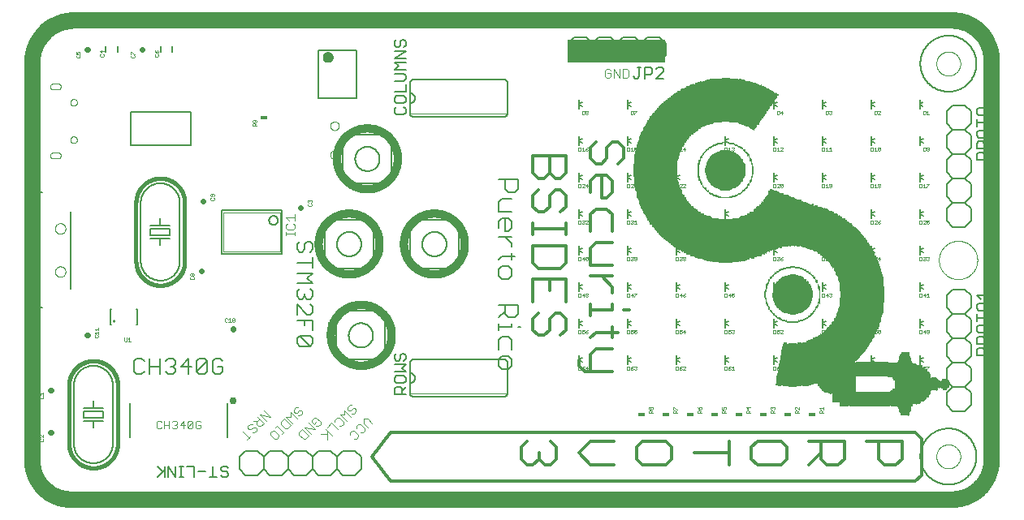
<source format=gto>
G75*
%MOIN*%
%OFA0B0*%
%FSLAX25Y25*%
%IPPOS*%
%LPD*%
%AMOC8*
5,1,8,0,0,1.08239X$1,22.5*
%
%ADD10C,0.00000*%
%ADD11C,0.03200*%
%ADD12C,0.01300*%
%ADD13C,0.01200*%
%ADD14C,0.00300*%
%ADD15R,0.40157X0.09449*%
%ADD16C,0.06600*%
%ADD17C,0.00700*%
%ADD18C,0.00600*%
%ADD19C,0.00800*%
%ADD20C,0.00100*%
%ADD21R,0.03000X0.01800*%
%ADD22C,0.01600*%
%ADD23C,0.02200*%
%ADD24C,0.03000*%
%ADD25C,0.00500*%
%ADD26C,0.00400*%
%ADD27C,0.00200*%
%ADD28C,0.01000*%
%ADD29R,0.00200X0.05200*%
%ADD30R,0.00200X0.12200*%
%ADD31R,0.00200X0.13600*%
%ADD32R,0.00200X0.15200*%
%ADD33R,0.00200X0.16200*%
%ADD34R,0.00200X0.17600*%
%ADD35R,0.00200X0.20600*%
%ADD36R,0.00200X0.21800*%
%ADD37R,0.00200X0.22200*%
%ADD38R,0.00200X0.23600*%
%ADD39R,0.00200X0.24400*%
%ADD40R,0.00200X0.26200*%
%ADD41R,0.00200X0.27800*%
%ADD42R,0.00200X0.28000*%
%ADD43R,0.00200X0.29200*%
%ADD44R,0.00200X0.31200*%
%ADD45R,0.00200X0.31400*%
%ADD46R,0.00200X0.31800*%
%ADD47R,0.00200X0.32600*%
%ADD48R,0.00200X0.33000*%
%ADD49R,0.00200X0.35400*%
%ADD50R,0.00200X0.35800*%
%ADD51R,0.00200X0.36400*%
%ADD52R,0.00200X0.36600*%
%ADD53R,0.00200X0.38200*%
%ADD54R,0.00200X0.39000*%
%ADD55R,0.00200X0.39200*%
%ADD56R,0.00200X0.39600*%
%ADD57R,0.00200X0.41200*%
%ADD58R,0.00200X0.42200*%
%ADD59R,0.00200X0.42600*%
%ADD60R,0.00200X0.42800*%
%ADD61R,0.00200X0.44600*%
%ADD62R,0.00200X0.44800*%
%ADD63R,0.00200X0.45000*%
%ADD64R,0.00200X0.45400*%
%ADD65R,0.00200X0.46800*%
%ADD66R,0.00200X0.47000*%
%ADD67R,0.00200X0.47200*%
%ADD68R,0.00200X0.47600*%
%ADD69R,0.00200X0.48600*%
%ADD70R,0.00200X0.48800*%
%ADD71R,0.00200X0.49400*%
%ADD72R,0.00200X0.49600*%
%ADD73R,0.00200X0.50200*%
%ADD74R,0.00200X0.50800*%
%ADD75R,0.00200X0.51200*%
%ADD76R,0.00200X0.51400*%
%ADD77R,0.00200X0.52200*%
%ADD78R,0.00200X0.52600*%
%ADD79R,0.00200X0.53600*%
%ADD80R,0.00200X0.53800*%
%ADD81R,0.00200X0.54600*%
%ADD82R,0.00200X0.55000*%
%ADD83R,0.00200X0.55200*%
%ADD84R,0.00200X0.55600*%
%ADD85R,0.00200X0.55800*%
%ADD86R,0.00200X0.56400*%
%ADD87R,0.00200X0.56800*%
%ADD88R,0.00200X0.57400*%
%ADD89R,0.00200X0.58000*%
%ADD90R,0.00200X0.58200*%
%ADD91R,0.00200X0.59000*%
%ADD92R,0.00200X0.59600*%
%ADD93R,0.00200X0.59800*%
%ADD94R,0.00200X0.60000*%
%ADD95R,0.00200X0.60200*%
%ADD96R,0.00200X0.61400*%
%ADD97R,0.00200X0.61600*%
%ADD98R,0.00200X0.62200*%
%ADD99R,0.00200X0.62600*%
%ADD100R,0.00200X0.62800*%
%ADD101R,0.00200X0.63200*%
%ADD102R,0.00200X0.63600*%
%ADD103R,0.00200X0.63800*%
%ADD104R,0.00200X0.64200*%
%ADD105R,0.00200X0.28400*%
%ADD106R,0.00200X0.27600*%
%ADD107R,0.00200X0.26800*%
%ADD108R,0.00200X0.26400*%
%ADD109R,0.00200X0.25800*%
%ADD110R,0.00200X0.26000*%
%ADD111R,0.00200X0.25400*%
%ADD112R,0.00200X0.25600*%
%ADD113R,0.00200X0.25200*%
%ADD114R,0.00200X0.25000*%
%ADD115R,0.00200X0.24800*%
%ADD116R,0.00200X0.24600*%
%ADD117R,0.00200X0.24200*%
%ADD118R,0.00200X0.24000*%
%ADD119R,0.00200X0.23400*%
%ADD120R,0.00200X0.22600*%
%ADD121R,0.00200X0.22800*%
%ADD122R,0.00200X0.23000*%
%ADD123R,0.00200X0.22400*%
%ADD124R,0.00200X0.22000*%
%ADD125R,0.00200X0.21600*%
%ADD126R,0.00200X0.21400*%
%ADD127R,0.00200X0.21000*%
%ADD128R,0.00200X0.21200*%
%ADD129R,0.00200X0.20800*%
%ADD130R,0.00200X0.20400*%
%ADD131R,0.00200X0.20200*%
%ADD132R,0.00200X0.20000*%
%ADD133R,0.00200X0.19800*%
%ADD134R,0.00200X0.19600*%
%ADD135R,0.00200X0.02600*%
%ADD136R,0.00200X0.19400*%
%ADD137R,0.00200X0.06200*%
%ADD138R,0.00200X0.06800*%
%ADD139R,0.00200X0.01800*%
%ADD140R,0.00200X0.02000*%
%ADD141R,0.00200X0.01200*%
%ADD142R,0.00200X0.01400*%
%ADD143R,0.00200X0.19200*%
%ADD144R,0.00200X0.19000*%
%ADD145R,0.00200X0.01000*%
%ADD146R,0.00200X0.18800*%
%ADD147R,0.00200X0.18600*%
%ADD148R,0.00200X0.00800*%
%ADD149R,0.00200X0.00600*%
%ADD150R,0.00200X0.03800*%
%ADD151R,0.00200X0.04200*%
%ADD152R,0.00200X0.07600*%
%ADD153R,0.00200X0.07800*%
%ADD154R,0.00200X0.08000*%
%ADD155R,0.00200X0.09200*%
%ADD156R,0.00200X0.10000*%
%ADD157R,0.00200X0.18400*%
%ADD158R,0.00200X0.00400*%
%ADD159R,0.00200X0.10200*%
%ADD160R,0.00200X0.11000*%
%ADD161R,0.00200X0.18200*%
%ADD162R,0.00200X0.11200*%
%ADD163R,0.00200X0.11800*%
%ADD164R,0.00200X0.12400*%
%ADD165R,0.00200X0.12600*%
%ADD166R,0.00200X0.18000*%
%ADD167R,0.00200X0.13000*%
%ADD168R,0.00200X0.13200*%
%ADD169R,0.00200X0.00200*%
%ADD170R,0.00200X0.17800*%
%ADD171R,0.00200X0.13800*%
%ADD172R,0.00200X0.14000*%
%ADD173R,0.00200X0.14200*%
%ADD174R,0.00200X0.14800*%
%ADD175R,0.00200X0.15000*%
%ADD176R,0.00200X0.15400*%
%ADD177R,0.00200X0.15800*%
%ADD178R,0.00200X0.16400*%
%ADD179R,0.00200X0.16600*%
%ADD180R,0.00200X0.16800*%
%ADD181R,0.00200X0.16000*%
%ADD182R,0.00200X0.14600*%
%ADD183R,0.00200X0.14400*%
%ADD184R,0.00200X0.13400*%
%ADD185R,0.00200X0.12000*%
%ADD186R,0.00200X0.11600*%
%ADD187R,0.00200X0.08600*%
%ADD188R,0.00200X0.05600*%
%ADD189R,0.00200X0.05000*%
%ADD190R,0.00200X0.04600*%
%ADD191R,0.00200X0.03200*%
%ADD192R,0.00200X0.17000*%
%ADD193R,0.00200X0.15600*%
%ADD194R,0.00200X0.11400*%
%ADD195R,0.00200X0.02400*%
%ADD196R,0.00200X0.10400*%
%ADD197R,0.00200X0.23200*%
%ADD198R,0.00200X0.02800*%
%ADD199R,0.00200X0.09600*%
%ADD200R,0.00200X0.01600*%
%ADD201R,0.00200X0.09400*%
%ADD202R,0.00200X0.08400*%
%ADD203R,0.00200X0.08200*%
%ADD204R,0.00200X0.06600*%
%ADD205R,0.00200X0.05800*%
%ADD206R,0.00200X0.04000*%
%ADD207R,0.00200X0.03600*%
%ADD208R,0.00200X0.23800*%
%ADD209R,0.00200X0.09000*%
%ADD210R,0.00200X0.10800*%
%ADD211R,0.00200X0.06400*%
%ADD212R,0.00200X0.12800*%
%ADD213R,0.00200X0.17200*%
%ADD214R,0.00200X0.10600*%
%ADD215R,0.00200X0.08800*%
%ADD216R,0.00200X0.07200*%
%ADD217R,0.00200X0.03000*%
%ADD218R,0.00200X0.02200*%
%ADD219R,0.00200X0.27000*%
%ADD220R,0.00200X0.27200*%
%ADD221R,0.00200X0.28200*%
%ADD222R,0.00200X0.29000*%
%ADD223R,0.00200X0.33200*%
%ADD224R,0.00200X0.33400*%
%ADD225R,0.00200X0.34400*%
%ADD226R,0.00200X0.34800*%
%ADD227R,0.00200X0.35600*%
%ADD228R,0.00200X0.36000*%
%ADD229R,0.00200X0.37200*%
%ADD230R,0.00200X0.38400*%
%ADD231R,0.00200X0.39400*%
%ADD232R,0.00200X0.40000*%
%ADD233R,0.00200X0.30600*%
%ADD234R,0.00200X0.44400*%
%ADD235R,0.00200X0.77800*%
%ADD236R,0.00200X0.77400*%
%ADD237R,0.00200X0.77200*%
%ADD238R,0.00200X0.77000*%
%ADD239R,0.00200X0.76400*%
%ADD240R,0.00200X0.76000*%
%ADD241R,0.00200X0.75800*%
%ADD242R,0.00200X0.75600*%
%ADD243R,0.00200X0.75400*%
%ADD244R,0.00200X0.75200*%
%ADD245R,0.00200X0.75000*%
%ADD246R,0.00200X0.74600*%
%ADD247R,0.00200X0.74000*%
%ADD248R,0.00200X0.73600*%
%ADD249R,0.00200X0.54000*%
%ADD250R,0.00200X0.53400*%
%ADD251R,0.00200X0.53200*%
%ADD252R,0.00200X0.52000*%
%ADD253R,0.00200X0.51800*%
%ADD254R,0.00200X0.51000*%
%ADD255R,0.00200X0.50000*%
%ADD256R,0.00200X0.49800*%
%ADD257R,0.00200X0.49000*%
%ADD258R,0.00200X0.47800*%
%ADD259R,0.00200X0.46600*%
%ADD260R,0.00200X0.46400*%
%ADD261R,0.00200X0.45200*%
%ADD262R,0.00200X0.44200*%
%ADD263R,0.00200X0.43000*%
%ADD264R,0.00200X0.41600*%
%ADD265R,0.00200X0.41000*%
%ADD266R,0.00200X0.38800*%
%ADD267R,0.00200X0.37800*%
%ADD268R,0.00200X0.36200*%
%ADD269R,0.00200X0.35200*%
%ADD270R,0.00200X0.33600*%
%ADD271R,0.00200X0.32200*%
%ADD272R,0.00200X0.32000*%
%ADD273R,0.00200X0.30800*%
%ADD274R,0.00200X0.28800*%
%ADD275R,0.00200X0.04800*%
%ADD276R,0.00200X0.06000*%
%ADD277R,0.00200X0.07000*%
%ADD278R,0.00200X0.07400*%
%ADD279R,0.00200X0.05400*%
%ADD280R,0.00200X0.03400*%
%ADD281R,0.00200X0.04400*%
%ADD282C,0.02400*%
D10*
X0059668Y0020048D02*
X0059668Y0185402D01*
X0059673Y0185783D01*
X0059686Y0186163D01*
X0059709Y0186543D01*
X0059742Y0186922D01*
X0059783Y0187300D01*
X0059833Y0187677D01*
X0059893Y0188053D01*
X0059961Y0188428D01*
X0060039Y0188800D01*
X0060126Y0189171D01*
X0060221Y0189539D01*
X0060326Y0189905D01*
X0060439Y0190268D01*
X0060561Y0190629D01*
X0060691Y0190986D01*
X0060831Y0191340D01*
X0060978Y0191691D01*
X0061135Y0192038D01*
X0061299Y0192381D01*
X0061472Y0192720D01*
X0061653Y0193055D01*
X0061842Y0193386D01*
X0062039Y0193711D01*
X0062243Y0194032D01*
X0062456Y0194348D01*
X0062676Y0194658D01*
X0062903Y0194964D01*
X0063138Y0195263D01*
X0063380Y0195557D01*
X0063628Y0195845D01*
X0063884Y0196127D01*
X0064147Y0196402D01*
X0064416Y0196671D01*
X0064691Y0196934D01*
X0064973Y0197190D01*
X0065261Y0197438D01*
X0065555Y0197680D01*
X0065854Y0197915D01*
X0066160Y0198142D01*
X0066470Y0198362D01*
X0066786Y0198575D01*
X0067107Y0198779D01*
X0067432Y0198976D01*
X0067763Y0199165D01*
X0068098Y0199346D01*
X0068437Y0199519D01*
X0068780Y0199683D01*
X0069127Y0199840D01*
X0069478Y0199987D01*
X0069832Y0200127D01*
X0070189Y0200257D01*
X0070550Y0200379D01*
X0070913Y0200492D01*
X0071279Y0200597D01*
X0071647Y0200692D01*
X0072018Y0200779D01*
X0072390Y0200857D01*
X0072765Y0200925D01*
X0073141Y0200985D01*
X0073518Y0201035D01*
X0073896Y0201076D01*
X0074275Y0201109D01*
X0074655Y0201132D01*
X0075035Y0201145D01*
X0075416Y0201150D01*
X0437620Y0201150D01*
X0438001Y0201145D01*
X0438381Y0201132D01*
X0438761Y0201109D01*
X0439140Y0201076D01*
X0439518Y0201035D01*
X0439895Y0200985D01*
X0440271Y0200925D01*
X0440646Y0200857D01*
X0441018Y0200779D01*
X0441389Y0200692D01*
X0441757Y0200597D01*
X0442123Y0200492D01*
X0442486Y0200379D01*
X0442847Y0200257D01*
X0443204Y0200127D01*
X0443558Y0199987D01*
X0443909Y0199840D01*
X0444256Y0199683D01*
X0444599Y0199519D01*
X0444938Y0199346D01*
X0445273Y0199165D01*
X0445604Y0198976D01*
X0445929Y0198779D01*
X0446250Y0198575D01*
X0446566Y0198362D01*
X0446876Y0198142D01*
X0447182Y0197915D01*
X0447481Y0197680D01*
X0447775Y0197438D01*
X0448063Y0197190D01*
X0448345Y0196934D01*
X0448620Y0196671D01*
X0448889Y0196402D01*
X0449152Y0196127D01*
X0449408Y0195845D01*
X0449656Y0195557D01*
X0449898Y0195263D01*
X0450133Y0194964D01*
X0450360Y0194658D01*
X0450580Y0194348D01*
X0450793Y0194032D01*
X0450997Y0193711D01*
X0451194Y0193386D01*
X0451383Y0193055D01*
X0451564Y0192720D01*
X0451737Y0192381D01*
X0451901Y0192038D01*
X0452058Y0191691D01*
X0452205Y0191340D01*
X0452345Y0190986D01*
X0452475Y0190629D01*
X0452597Y0190268D01*
X0452710Y0189905D01*
X0452815Y0189539D01*
X0452910Y0189171D01*
X0452997Y0188800D01*
X0453075Y0188428D01*
X0453143Y0188053D01*
X0453203Y0187677D01*
X0453253Y0187300D01*
X0453294Y0186922D01*
X0453327Y0186543D01*
X0453350Y0186163D01*
X0453363Y0185783D01*
X0453368Y0185402D01*
X0453369Y0185402D02*
X0453369Y0020048D01*
X0453368Y0020048D02*
X0453363Y0019667D01*
X0453350Y0019287D01*
X0453327Y0018907D01*
X0453294Y0018528D01*
X0453253Y0018150D01*
X0453203Y0017773D01*
X0453143Y0017397D01*
X0453075Y0017022D01*
X0452997Y0016650D01*
X0452910Y0016279D01*
X0452815Y0015911D01*
X0452710Y0015545D01*
X0452597Y0015182D01*
X0452475Y0014821D01*
X0452345Y0014464D01*
X0452205Y0014110D01*
X0452058Y0013759D01*
X0451901Y0013412D01*
X0451737Y0013069D01*
X0451564Y0012730D01*
X0451383Y0012395D01*
X0451194Y0012064D01*
X0450997Y0011739D01*
X0450793Y0011418D01*
X0450580Y0011102D01*
X0450360Y0010792D01*
X0450133Y0010486D01*
X0449898Y0010187D01*
X0449656Y0009893D01*
X0449408Y0009605D01*
X0449152Y0009323D01*
X0448889Y0009048D01*
X0448620Y0008779D01*
X0448345Y0008516D01*
X0448063Y0008260D01*
X0447775Y0008012D01*
X0447481Y0007770D01*
X0447182Y0007535D01*
X0446876Y0007308D01*
X0446566Y0007088D01*
X0446250Y0006875D01*
X0445929Y0006671D01*
X0445604Y0006474D01*
X0445273Y0006285D01*
X0444938Y0006104D01*
X0444599Y0005931D01*
X0444256Y0005767D01*
X0443909Y0005610D01*
X0443558Y0005463D01*
X0443204Y0005323D01*
X0442847Y0005193D01*
X0442486Y0005071D01*
X0442123Y0004958D01*
X0441757Y0004853D01*
X0441389Y0004758D01*
X0441018Y0004671D01*
X0440646Y0004593D01*
X0440271Y0004525D01*
X0439895Y0004465D01*
X0439518Y0004415D01*
X0439140Y0004374D01*
X0438761Y0004341D01*
X0438381Y0004318D01*
X0438001Y0004305D01*
X0437620Y0004300D01*
X0075416Y0004300D01*
X0075035Y0004305D01*
X0074655Y0004318D01*
X0074275Y0004341D01*
X0073896Y0004374D01*
X0073518Y0004415D01*
X0073141Y0004465D01*
X0072765Y0004525D01*
X0072390Y0004593D01*
X0072018Y0004671D01*
X0071647Y0004758D01*
X0071279Y0004853D01*
X0070913Y0004958D01*
X0070550Y0005071D01*
X0070189Y0005193D01*
X0069832Y0005323D01*
X0069478Y0005463D01*
X0069127Y0005610D01*
X0068780Y0005767D01*
X0068437Y0005931D01*
X0068098Y0006104D01*
X0067763Y0006285D01*
X0067432Y0006474D01*
X0067107Y0006671D01*
X0066786Y0006875D01*
X0066470Y0007088D01*
X0066160Y0007308D01*
X0065854Y0007535D01*
X0065555Y0007770D01*
X0065261Y0008012D01*
X0064973Y0008260D01*
X0064691Y0008516D01*
X0064416Y0008779D01*
X0064147Y0009048D01*
X0063884Y0009323D01*
X0063628Y0009605D01*
X0063380Y0009893D01*
X0063138Y0010187D01*
X0062903Y0010486D01*
X0062676Y0010792D01*
X0062456Y0011102D01*
X0062243Y0011418D01*
X0062039Y0011739D01*
X0061842Y0012064D01*
X0061653Y0012395D01*
X0061472Y0012730D01*
X0061299Y0013069D01*
X0061135Y0013412D01*
X0060978Y0013759D01*
X0060831Y0014110D01*
X0060691Y0014464D01*
X0060561Y0014821D01*
X0060439Y0015182D01*
X0060326Y0015545D01*
X0060221Y0015911D01*
X0060126Y0016279D01*
X0060039Y0016650D01*
X0059961Y0017022D01*
X0059893Y0017397D01*
X0059833Y0017773D01*
X0059783Y0018150D01*
X0059742Y0018528D01*
X0059709Y0018907D01*
X0059686Y0019287D01*
X0059673Y0019667D01*
X0059668Y0020048D01*
X0068920Y0097942D02*
X0068922Y0098035D01*
X0068928Y0098127D01*
X0068938Y0098219D01*
X0068952Y0098310D01*
X0068969Y0098401D01*
X0068991Y0098491D01*
X0069016Y0098580D01*
X0069045Y0098668D01*
X0069078Y0098754D01*
X0069115Y0098839D01*
X0069155Y0098923D01*
X0069199Y0099004D01*
X0069246Y0099084D01*
X0069296Y0099162D01*
X0069350Y0099237D01*
X0069407Y0099310D01*
X0069467Y0099380D01*
X0069530Y0099448D01*
X0069596Y0099513D01*
X0069664Y0099575D01*
X0069735Y0099635D01*
X0069809Y0099691D01*
X0069885Y0099744D01*
X0069963Y0099793D01*
X0070043Y0099840D01*
X0070125Y0099882D01*
X0070209Y0099922D01*
X0070294Y0099957D01*
X0070381Y0099989D01*
X0070469Y0100018D01*
X0070558Y0100042D01*
X0070648Y0100063D01*
X0070739Y0100079D01*
X0070831Y0100092D01*
X0070923Y0100101D01*
X0071016Y0100106D01*
X0071108Y0100107D01*
X0071201Y0100104D01*
X0071293Y0100097D01*
X0071385Y0100086D01*
X0071476Y0100071D01*
X0071567Y0100053D01*
X0071657Y0100030D01*
X0071745Y0100004D01*
X0071833Y0099974D01*
X0071919Y0099940D01*
X0072003Y0099903D01*
X0072086Y0099861D01*
X0072167Y0099817D01*
X0072247Y0099769D01*
X0072324Y0099718D01*
X0072398Y0099663D01*
X0072471Y0099605D01*
X0072541Y0099545D01*
X0072608Y0099481D01*
X0072672Y0099415D01*
X0072734Y0099345D01*
X0072792Y0099274D01*
X0072847Y0099200D01*
X0072899Y0099123D01*
X0072948Y0099044D01*
X0072994Y0098964D01*
X0073036Y0098881D01*
X0073074Y0098797D01*
X0073109Y0098711D01*
X0073140Y0098624D01*
X0073167Y0098536D01*
X0073190Y0098446D01*
X0073210Y0098356D01*
X0073226Y0098265D01*
X0073238Y0098173D01*
X0073246Y0098081D01*
X0073250Y0097988D01*
X0073250Y0097896D01*
X0073246Y0097803D01*
X0073238Y0097711D01*
X0073226Y0097619D01*
X0073210Y0097528D01*
X0073190Y0097438D01*
X0073167Y0097348D01*
X0073140Y0097260D01*
X0073109Y0097173D01*
X0073074Y0097087D01*
X0073036Y0097003D01*
X0072994Y0096920D01*
X0072948Y0096840D01*
X0072899Y0096761D01*
X0072847Y0096684D01*
X0072792Y0096610D01*
X0072734Y0096539D01*
X0072672Y0096469D01*
X0072608Y0096403D01*
X0072541Y0096339D01*
X0072471Y0096279D01*
X0072398Y0096221D01*
X0072324Y0096166D01*
X0072247Y0096115D01*
X0072168Y0096067D01*
X0072086Y0096023D01*
X0072003Y0095981D01*
X0071919Y0095944D01*
X0071833Y0095910D01*
X0071745Y0095880D01*
X0071657Y0095854D01*
X0071567Y0095831D01*
X0071476Y0095813D01*
X0071385Y0095798D01*
X0071293Y0095787D01*
X0071201Y0095780D01*
X0071108Y0095777D01*
X0071016Y0095778D01*
X0070923Y0095783D01*
X0070831Y0095792D01*
X0070739Y0095805D01*
X0070648Y0095821D01*
X0070558Y0095842D01*
X0070469Y0095866D01*
X0070381Y0095895D01*
X0070294Y0095927D01*
X0070209Y0095962D01*
X0070125Y0096002D01*
X0070043Y0096044D01*
X0069963Y0096091D01*
X0069885Y0096140D01*
X0069809Y0096193D01*
X0069735Y0096249D01*
X0069664Y0096309D01*
X0069596Y0096371D01*
X0069530Y0096436D01*
X0069467Y0096504D01*
X0069407Y0096574D01*
X0069350Y0096647D01*
X0069296Y0096722D01*
X0069246Y0096800D01*
X0069199Y0096880D01*
X0069155Y0096961D01*
X0069115Y0097045D01*
X0069078Y0097130D01*
X0069045Y0097216D01*
X0069016Y0097304D01*
X0068991Y0097393D01*
X0068969Y0097483D01*
X0068952Y0097574D01*
X0068938Y0097665D01*
X0068928Y0097757D01*
X0068922Y0097849D01*
X0068920Y0097942D01*
X0068920Y0115658D02*
X0068922Y0115751D01*
X0068928Y0115843D01*
X0068938Y0115935D01*
X0068952Y0116026D01*
X0068969Y0116117D01*
X0068991Y0116207D01*
X0069016Y0116296D01*
X0069045Y0116384D01*
X0069078Y0116470D01*
X0069115Y0116555D01*
X0069155Y0116639D01*
X0069199Y0116720D01*
X0069246Y0116800D01*
X0069296Y0116878D01*
X0069350Y0116953D01*
X0069407Y0117026D01*
X0069467Y0117096D01*
X0069530Y0117164D01*
X0069596Y0117229D01*
X0069664Y0117291D01*
X0069735Y0117351D01*
X0069809Y0117407D01*
X0069885Y0117460D01*
X0069963Y0117509D01*
X0070043Y0117556D01*
X0070125Y0117598D01*
X0070209Y0117638D01*
X0070294Y0117673D01*
X0070381Y0117705D01*
X0070469Y0117734D01*
X0070558Y0117758D01*
X0070648Y0117779D01*
X0070739Y0117795D01*
X0070831Y0117808D01*
X0070923Y0117817D01*
X0071016Y0117822D01*
X0071108Y0117823D01*
X0071201Y0117820D01*
X0071293Y0117813D01*
X0071385Y0117802D01*
X0071476Y0117787D01*
X0071567Y0117769D01*
X0071657Y0117746D01*
X0071745Y0117720D01*
X0071833Y0117690D01*
X0071919Y0117656D01*
X0072003Y0117619D01*
X0072086Y0117577D01*
X0072167Y0117533D01*
X0072247Y0117485D01*
X0072324Y0117434D01*
X0072398Y0117379D01*
X0072471Y0117321D01*
X0072541Y0117261D01*
X0072608Y0117197D01*
X0072672Y0117131D01*
X0072734Y0117061D01*
X0072792Y0116990D01*
X0072847Y0116916D01*
X0072899Y0116839D01*
X0072948Y0116760D01*
X0072994Y0116680D01*
X0073036Y0116597D01*
X0073074Y0116513D01*
X0073109Y0116427D01*
X0073140Y0116340D01*
X0073167Y0116252D01*
X0073190Y0116162D01*
X0073210Y0116072D01*
X0073226Y0115981D01*
X0073238Y0115889D01*
X0073246Y0115797D01*
X0073250Y0115704D01*
X0073250Y0115612D01*
X0073246Y0115519D01*
X0073238Y0115427D01*
X0073226Y0115335D01*
X0073210Y0115244D01*
X0073190Y0115154D01*
X0073167Y0115064D01*
X0073140Y0114976D01*
X0073109Y0114889D01*
X0073074Y0114803D01*
X0073036Y0114719D01*
X0072994Y0114636D01*
X0072948Y0114556D01*
X0072899Y0114477D01*
X0072847Y0114400D01*
X0072792Y0114326D01*
X0072734Y0114255D01*
X0072672Y0114185D01*
X0072608Y0114119D01*
X0072541Y0114055D01*
X0072471Y0113995D01*
X0072398Y0113937D01*
X0072324Y0113882D01*
X0072247Y0113831D01*
X0072168Y0113783D01*
X0072086Y0113739D01*
X0072003Y0113697D01*
X0071919Y0113660D01*
X0071833Y0113626D01*
X0071745Y0113596D01*
X0071657Y0113570D01*
X0071567Y0113547D01*
X0071476Y0113529D01*
X0071385Y0113514D01*
X0071293Y0113503D01*
X0071201Y0113496D01*
X0071108Y0113493D01*
X0071016Y0113494D01*
X0070923Y0113499D01*
X0070831Y0113508D01*
X0070739Y0113521D01*
X0070648Y0113537D01*
X0070558Y0113558D01*
X0070469Y0113582D01*
X0070381Y0113611D01*
X0070294Y0113643D01*
X0070209Y0113678D01*
X0070125Y0113718D01*
X0070043Y0113760D01*
X0069963Y0113807D01*
X0069885Y0113856D01*
X0069809Y0113909D01*
X0069735Y0113965D01*
X0069664Y0114025D01*
X0069596Y0114087D01*
X0069530Y0114152D01*
X0069467Y0114220D01*
X0069407Y0114290D01*
X0069350Y0114363D01*
X0069296Y0114438D01*
X0069246Y0114516D01*
X0069199Y0114596D01*
X0069155Y0114677D01*
X0069115Y0114761D01*
X0069078Y0114846D01*
X0069045Y0114932D01*
X0069016Y0115020D01*
X0068991Y0115109D01*
X0068969Y0115199D01*
X0068952Y0115290D01*
X0068938Y0115381D01*
X0068928Y0115473D01*
X0068922Y0115565D01*
X0068920Y0115658D01*
X0067935Y0144457D02*
X0070298Y0144457D01*
X0070297Y0144457D02*
X0070360Y0144465D01*
X0070422Y0144476D01*
X0070484Y0144491D01*
X0070544Y0144509D01*
X0070604Y0144531D01*
X0070662Y0144556D01*
X0070718Y0144585D01*
X0070773Y0144617D01*
X0070825Y0144652D01*
X0070876Y0144690D01*
X0070924Y0144730D01*
X0070970Y0144774D01*
X0071013Y0144820D01*
X0071054Y0144869D01*
X0071092Y0144920D01*
X0071126Y0144972D01*
X0071158Y0145027D01*
X0071186Y0145084D01*
X0071211Y0145142D01*
X0071232Y0145202D01*
X0071250Y0145262D01*
X0071264Y0145324D01*
X0071275Y0145386D01*
X0071282Y0145449D01*
X0071286Y0145512D01*
X0071285Y0145575D01*
X0071282Y0145638D01*
X0071282Y0145639D02*
X0071285Y0145702D01*
X0071286Y0145765D01*
X0071282Y0145828D01*
X0071275Y0145891D01*
X0071264Y0145953D01*
X0071250Y0146015D01*
X0071232Y0146075D01*
X0071211Y0146135D01*
X0071186Y0146193D01*
X0071158Y0146250D01*
X0071126Y0146305D01*
X0071092Y0146357D01*
X0071054Y0146408D01*
X0071013Y0146457D01*
X0070970Y0146503D01*
X0070924Y0146547D01*
X0070876Y0146587D01*
X0070825Y0146625D01*
X0070773Y0146660D01*
X0070718Y0146692D01*
X0070662Y0146721D01*
X0070604Y0146746D01*
X0070544Y0146768D01*
X0070484Y0146786D01*
X0070422Y0146801D01*
X0070360Y0146812D01*
X0070297Y0146820D01*
X0070298Y0146820D02*
X0067935Y0146820D01*
X0067936Y0146820D02*
X0067870Y0146812D01*
X0067806Y0146800D01*
X0067742Y0146784D01*
X0067679Y0146765D01*
X0067618Y0146741D01*
X0067558Y0146714D01*
X0067500Y0146684D01*
X0067444Y0146650D01*
X0067390Y0146613D01*
X0067338Y0146572D01*
X0067289Y0146528D01*
X0067242Y0146482D01*
X0067199Y0146433D01*
X0067158Y0146381D01*
X0067121Y0146327D01*
X0067087Y0146271D01*
X0067057Y0146213D01*
X0067030Y0146153D01*
X0067006Y0146092D01*
X0066987Y0146029D01*
X0066971Y0145965D01*
X0066959Y0145901D01*
X0066951Y0145835D01*
X0066947Y0145770D01*
X0066947Y0145704D01*
X0066951Y0145639D01*
X0066951Y0145638D02*
X0066947Y0145573D01*
X0066947Y0145507D01*
X0066951Y0145442D01*
X0066959Y0145376D01*
X0066971Y0145312D01*
X0066987Y0145248D01*
X0067006Y0145185D01*
X0067030Y0145124D01*
X0067057Y0145064D01*
X0067087Y0145006D01*
X0067121Y0144950D01*
X0067158Y0144896D01*
X0067199Y0144844D01*
X0067242Y0144795D01*
X0067289Y0144749D01*
X0067338Y0144705D01*
X0067390Y0144664D01*
X0067444Y0144627D01*
X0067500Y0144593D01*
X0067558Y0144563D01*
X0067618Y0144536D01*
X0067679Y0144512D01*
X0067742Y0144493D01*
X0067806Y0144477D01*
X0067870Y0144465D01*
X0067936Y0144457D01*
X0075219Y0152135D02*
X0075221Y0152209D01*
X0075227Y0152283D01*
X0075237Y0152356D01*
X0075251Y0152429D01*
X0075268Y0152501D01*
X0075290Y0152571D01*
X0075315Y0152641D01*
X0075344Y0152709D01*
X0075377Y0152775D01*
X0075413Y0152840D01*
X0075453Y0152902D01*
X0075495Y0152963D01*
X0075541Y0153021D01*
X0075590Y0153076D01*
X0075642Y0153129D01*
X0075697Y0153179D01*
X0075754Y0153225D01*
X0075814Y0153269D01*
X0075876Y0153309D01*
X0075940Y0153346D01*
X0076006Y0153380D01*
X0076074Y0153410D01*
X0076143Y0153436D01*
X0076214Y0153459D01*
X0076285Y0153477D01*
X0076358Y0153492D01*
X0076431Y0153503D01*
X0076505Y0153510D01*
X0076579Y0153513D01*
X0076652Y0153512D01*
X0076726Y0153507D01*
X0076800Y0153498D01*
X0076873Y0153485D01*
X0076945Y0153468D01*
X0077016Y0153448D01*
X0077086Y0153423D01*
X0077154Y0153395D01*
X0077221Y0153364D01*
X0077286Y0153328D01*
X0077349Y0153290D01*
X0077410Y0153248D01*
X0077469Y0153202D01*
X0077525Y0153154D01*
X0077578Y0153103D01*
X0077628Y0153049D01*
X0077676Y0152992D01*
X0077720Y0152933D01*
X0077762Y0152871D01*
X0077800Y0152808D01*
X0077834Y0152742D01*
X0077865Y0152675D01*
X0077892Y0152606D01*
X0077915Y0152536D01*
X0077935Y0152465D01*
X0077951Y0152392D01*
X0077963Y0152319D01*
X0077971Y0152246D01*
X0077975Y0152172D01*
X0077975Y0152098D01*
X0077971Y0152024D01*
X0077963Y0151951D01*
X0077951Y0151878D01*
X0077935Y0151805D01*
X0077915Y0151734D01*
X0077892Y0151664D01*
X0077865Y0151595D01*
X0077834Y0151528D01*
X0077800Y0151462D01*
X0077762Y0151399D01*
X0077720Y0151337D01*
X0077676Y0151278D01*
X0077628Y0151221D01*
X0077578Y0151167D01*
X0077525Y0151116D01*
X0077469Y0151068D01*
X0077410Y0151022D01*
X0077349Y0150980D01*
X0077286Y0150942D01*
X0077221Y0150906D01*
X0077154Y0150875D01*
X0077086Y0150847D01*
X0077016Y0150822D01*
X0076945Y0150802D01*
X0076873Y0150785D01*
X0076800Y0150772D01*
X0076726Y0150763D01*
X0076652Y0150758D01*
X0076579Y0150757D01*
X0076505Y0150760D01*
X0076431Y0150767D01*
X0076358Y0150778D01*
X0076285Y0150793D01*
X0076214Y0150811D01*
X0076143Y0150834D01*
X0076074Y0150860D01*
X0076006Y0150890D01*
X0075940Y0150924D01*
X0075876Y0150961D01*
X0075814Y0151001D01*
X0075754Y0151045D01*
X0075697Y0151091D01*
X0075642Y0151141D01*
X0075590Y0151194D01*
X0075541Y0151249D01*
X0075495Y0151307D01*
X0075453Y0151368D01*
X0075413Y0151430D01*
X0075377Y0151495D01*
X0075344Y0151561D01*
X0075315Y0151629D01*
X0075290Y0151699D01*
X0075268Y0151769D01*
X0075251Y0151841D01*
X0075237Y0151914D01*
X0075227Y0151987D01*
X0075221Y0152061D01*
X0075219Y0152135D01*
X0075219Y0167489D02*
X0075221Y0167563D01*
X0075227Y0167637D01*
X0075237Y0167710D01*
X0075251Y0167783D01*
X0075268Y0167855D01*
X0075290Y0167925D01*
X0075315Y0167995D01*
X0075344Y0168063D01*
X0075377Y0168129D01*
X0075413Y0168194D01*
X0075453Y0168256D01*
X0075495Y0168317D01*
X0075541Y0168375D01*
X0075590Y0168430D01*
X0075642Y0168483D01*
X0075697Y0168533D01*
X0075754Y0168579D01*
X0075814Y0168623D01*
X0075876Y0168663D01*
X0075940Y0168700D01*
X0076006Y0168734D01*
X0076074Y0168764D01*
X0076143Y0168790D01*
X0076214Y0168813D01*
X0076285Y0168831D01*
X0076358Y0168846D01*
X0076431Y0168857D01*
X0076505Y0168864D01*
X0076579Y0168867D01*
X0076652Y0168866D01*
X0076726Y0168861D01*
X0076800Y0168852D01*
X0076873Y0168839D01*
X0076945Y0168822D01*
X0077016Y0168802D01*
X0077086Y0168777D01*
X0077154Y0168749D01*
X0077221Y0168718D01*
X0077286Y0168682D01*
X0077349Y0168644D01*
X0077410Y0168602D01*
X0077469Y0168556D01*
X0077525Y0168508D01*
X0077578Y0168457D01*
X0077628Y0168403D01*
X0077676Y0168346D01*
X0077720Y0168287D01*
X0077762Y0168225D01*
X0077800Y0168162D01*
X0077834Y0168096D01*
X0077865Y0168029D01*
X0077892Y0167960D01*
X0077915Y0167890D01*
X0077935Y0167819D01*
X0077951Y0167746D01*
X0077963Y0167673D01*
X0077971Y0167600D01*
X0077975Y0167526D01*
X0077975Y0167452D01*
X0077971Y0167378D01*
X0077963Y0167305D01*
X0077951Y0167232D01*
X0077935Y0167159D01*
X0077915Y0167088D01*
X0077892Y0167018D01*
X0077865Y0166949D01*
X0077834Y0166882D01*
X0077800Y0166816D01*
X0077762Y0166753D01*
X0077720Y0166691D01*
X0077676Y0166632D01*
X0077628Y0166575D01*
X0077578Y0166521D01*
X0077525Y0166470D01*
X0077469Y0166422D01*
X0077410Y0166376D01*
X0077349Y0166334D01*
X0077286Y0166296D01*
X0077221Y0166260D01*
X0077154Y0166229D01*
X0077086Y0166201D01*
X0077016Y0166176D01*
X0076945Y0166156D01*
X0076873Y0166139D01*
X0076800Y0166126D01*
X0076726Y0166117D01*
X0076652Y0166112D01*
X0076579Y0166111D01*
X0076505Y0166114D01*
X0076431Y0166121D01*
X0076358Y0166132D01*
X0076285Y0166147D01*
X0076214Y0166165D01*
X0076143Y0166188D01*
X0076074Y0166214D01*
X0076006Y0166244D01*
X0075940Y0166278D01*
X0075876Y0166315D01*
X0075814Y0166355D01*
X0075754Y0166399D01*
X0075697Y0166445D01*
X0075642Y0166495D01*
X0075590Y0166548D01*
X0075541Y0166603D01*
X0075495Y0166661D01*
X0075453Y0166722D01*
X0075413Y0166784D01*
X0075377Y0166849D01*
X0075344Y0166915D01*
X0075315Y0166983D01*
X0075290Y0167053D01*
X0075268Y0167123D01*
X0075251Y0167195D01*
X0075237Y0167268D01*
X0075227Y0167341D01*
X0075221Y0167415D01*
X0075219Y0167489D01*
X0070298Y0172804D02*
X0067935Y0172804D01*
X0067936Y0172804D02*
X0067870Y0172812D01*
X0067806Y0172824D01*
X0067742Y0172840D01*
X0067679Y0172859D01*
X0067618Y0172883D01*
X0067558Y0172910D01*
X0067500Y0172940D01*
X0067444Y0172974D01*
X0067390Y0173011D01*
X0067338Y0173052D01*
X0067289Y0173096D01*
X0067242Y0173142D01*
X0067199Y0173191D01*
X0067158Y0173243D01*
X0067121Y0173297D01*
X0067087Y0173353D01*
X0067057Y0173411D01*
X0067030Y0173471D01*
X0067006Y0173532D01*
X0066987Y0173595D01*
X0066971Y0173659D01*
X0066959Y0173723D01*
X0066951Y0173789D01*
X0066947Y0173854D01*
X0066947Y0173920D01*
X0066951Y0173985D01*
X0066947Y0174050D01*
X0066947Y0174116D01*
X0066951Y0174181D01*
X0066959Y0174247D01*
X0066971Y0174311D01*
X0066987Y0174375D01*
X0067006Y0174438D01*
X0067030Y0174499D01*
X0067057Y0174559D01*
X0067087Y0174617D01*
X0067121Y0174673D01*
X0067158Y0174727D01*
X0067199Y0174779D01*
X0067242Y0174828D01*
X0067289Y0174874D01*
X0067338Y0174918D01*
X0067390Y0174959D01*
X0067444Y0174996D01*
X0067500Y0175030D01*
X0067558Y0175060D01*
X0067618Y0175087D01*
X0067679Y0175111D01*
X0067742Y0175130D01*
X0067806Y0175146D01*
X0067870Y0175158D01*
X0067936Y0175166D01*
X0067935Y0175166D02*
X0070298Y0175166D01*
X0070297Y0175166D02*
X0070360Y0175158D01*
X0070422Y0175147D01*
X0070484Y0175132D01*
X0070544Y0175114D01*
X0070604Y0175092D01*
X0070662Y0175067D01*
X0070718Y0175038D01*
X0070773Y0175006D01*
X0070825Y0174971D01*
X0070876Y0174933D01*
X0070924Y0174893D01*
X0070970Y0174849D01*
X0071013Y0174803D01*
X0071054Y0174754D01*
X0071092Y0174703D01*
X0071126Y0174651D01*
X0071158Y0174596D01*
X0071186Y0174539D01*
X0071211Y0174481D01*
X0071232Y0174421D01*
X0071250Y0174361D01*
X0071264Y0174299D01*
X0071275Y0174237D01*
X0071282Y0174174D01*
X0071286Y0174111D01*
X0071285Y0174048D01*
X0071282Y0173985D01*
X0071285Y0173922D01*
X0071286Y0173859D01*
X0071282Y0173796D01*
X0071275Y0173733D01*
X0071264Y0173671D01*
X0071250Y0173609D01*
X0071232Y0173549D01*
X0071211Y0173489D01*
X0071186Y0173431D01*
X0071158Y0173374D01*
X0071126Y0173319D01*
X0071092Y0173267D01*
X0071054Y0173216D01*
X0071013Y0173167D01*
X0070970Y0173121D01*
X0070924Y0173077D01*
X0070876Y0173037D01*
X0070825Y0172999D01*
X0070773Y0172964D01*
X0070718Y0172932D01*
X0070662Y0172903D01*
X0070604Y0172878D01*
X0070544Y0172856D01*
X0070484Y0172838D01*
X0070422Y0172823D01*
X0070360Y0172812D01*
X0070297Y0172804D01*
X0181911Y0157843D02*
X0181913Y0157927D01*
X0181919Y0158010D01*
X0181929Y0158093D01*
X0181943Y0158176D01*
X0181960Y0158258D01*
X0181982Y0158339D01*
X0182007Y0158418D01*
X0182036Y0158497D01*
X0182069Y0158574D01*
X0182105Y0158649D01*
X0182145Y0158723D01*
X0182188Y0158795D01*
X0182235Y0158864D01*
X0182285Y0158931D01*
X0182338Y0158996D01*
X0182394Y0159058D01*
X0182452Y0159118D01*
X0182514Y0159175D01*
X0182578Y0159228D01*
X0182645Y0159279D01*
X0182714Y0159326D01*
X0182785Y0159371D01*
X0182858Y0159411D01*
X0182933Y0159448D01*
X0183010Y0159482D01*
X0183088Y0159512D01*
X0183167Y0159538D01*
X0183248Y0159561D01*
X0183330Y0159579D01*
X0183412Y0159594D01*
X0183495Y0159605D01*
X0183578Y0159612D01*
X0183662Y0159615D01*
X0183746Y0159614D01*
X0183829Y0159609D01*
X0183913Y0159600D01*
X0183995Y0159587D01*
X0184077Y0159571D01*
X0184158Y0159550D01*
X0184239Y0159526D01*
X0184317Y0159498D01*
X0184395Y0159466D01*
X0184471Y0159430D01*
X0184545Y0159391D01*
X0184617Y0159349D01*
X0184687Y0159303D01*
X0184755Y0159254D01*
X0184820Y0159202D01*
X0184883Y0159147D01*
X0184943Y0159089D01*
X0185001Y0159028D01*
X0185055Y0158964D01*
X0185107Y0158898D01*
X0185155Y0158830D01*
X0185200Y0158759D01*
X0185241Y0158686D01*
X0185280Y0158612D01*
X0185314Y0158536D01*
X0185345Y0158458D01*
X0185372Y0158379D01*
X0185396Y0158298D01*
X0185415Y0158217D01*
X0185431Y0158135D01*
X0185443Y0158052D01*
X0185451Y0157968D01*
X0185455Y0157885D01*
X0185455Y0157801D01*
X0185451Y0157718D01*
X0185443Y0157634D01*
X0185431Y0157551D01*
X0185415Y0157469D01*
X0185396Y0157388D01*
X0185372Y0157307D01*
X0185345Y0157228D01*
X0185314Y0157150D01*
X0185280Y0157074D01*
X0185241Y0157000D01*
X0185200Y0156927D01*
X0185155Y0156856D01*
X0185107Y0156788D01*
X0185055Y0156722D01*
X0185001Y0156658D01*
X0184943Y0156597D01*
X0184883Y0156539D01*
X0184820Y0156484D01*
X0184755Y0156432D01*
X0184687Y0156383D01*
X0184617Y0156337D01*
X0184545Y0156295D01*
X0184471Y0156256D01*
X0184395Y0156220D01*
X0184317Y0156188D01*
X0184239Y0156160D01*
X0184158Y0156136D01*
X0184077Y0156115D01*
X0183995Y0156099D01*
X0183913Y0156086D01*
X0183829Y0156077D01*
X0183746Y0156072D01*
X0183662Y0156071D01*
X0183578Y0156074D01*
X0183495Y0156081D01*
X0183412Y0156092D01*
X0183330Y0156107D01*
X0183248Y0156125D01*
X0183167Y0156148D01*
X0183088Y0156174D01*
X0183010Y0156204D01*
X0182933Y0156238D01*
X0182858Y0156275D01*
X0182785Y0156315D01*
X0182714Y0156360D01*
X0182645Y0156407D01*
X0182578Y0156458D01*
X0182514Y0156511D01*
X0182452Y0156568D01*
X0182394Y0156628D01*
X0182338Y0156690D01*
X0182285Y0156755D01*
X0182235Y0156822D01*
X0182188Y0156891D01*
X0182145Y0156963D01*
X0182105Y0157037D01*
X0182069Y0157112D01*
X0182036Y0157189D01*
X0182007Y0157268D01*
X0181982Y0157347D01*
X0181960Y0157428D01*
X0181943Y0157510D01*
X0181929Y0157593D01*
X0181919Y0157676D01*
X0181913Y0157759D01*
X0181911Y0157843D01*
X0181911Y0146032D02*
X0181913Y0146116D01*
X0181919Y0146199D01*
X0181929Y0146282D01*
X0181943Y0146365D01*
X0181960Y0146447D01*
X0181982Y0146528D01*
X0182007Y0146607D01*
X0182036Y0146686D01*
X0182069Y0146763D01*
X0182105Y0146838D01*
X0182145Y0146912D01*
X0182188Y0146984D01*
X0182235Y0147053D01*
X0182285Y0147120D01*
X0182338Y0147185D01*
X0182394Y0147247D01*
X0182452Y0147307D01*
X0182514Y0147364D01*
X0182578Y0147417D01*
X0182645Y0147468D01*
X0182714Y0147515D01*
X0182785Y0147560D01*
X0182858Y0147600D01*
X0182933Y0147637D01*
X0183010Y0147671D01*
X0183088Y0147701D01*
X0183167Y0147727D01*
X0183248Y0147750D01*
X0183330Y0147768D01*
X0183412Y0147783D01*
X0183495Y0147794D01*
X0183578Y0147801D01*
X0183662Y0147804D01*
X0183746Y0147803D01*
X0183829Y0147798D01*
X0183913Y0147789D01*
X0183995Y0147776D01*
X0184077Y0147760D01*
X0184158Y0147739D01*
X0184239Y0147715D01*
X0184317Y0147687D01*
X0184395Y0147655D01*
X0184471Y0147619D01*
X0184545Y0147580D01*
X0184617Y0147538D01*
X0184687Y0147492D01*
X0184755Y0147443D01*
X0184820Y0147391D01*
X0184883Y0147336D01*
X0184943Y0147278D01*
X0185001Y0147217D01*
X0185055Y0147153D01*
X0185107Y0147087D01*
X0185155Y0147019D01*
X0185200Y0146948D01*
X0185241Y0146875D01*
X0185280Y0146801D01*
X0185314Y0146725D01*
X0185345Y0146647D01*
X0185372Y0146568D01*
X0185396Y0146487D01*
X0185415Y0146406D01*
X0185431Y0146324D01*
X0185443Y0146241D01*
X0185451Y0146157D01*
X0185455Y0146074D01*
X0185455Y0145990D01*
X0185451Y0145907D01*
X0185443Y0145823D01*
X0185431Y0145740D01*
X0185415Y0145658D01*
X0185396Y0145577D01*
X0185372Y0145496D01*
X0185345Y0145417D01*
X0185314Y0145339D01*
X0185280Y0145263D01*
X0185241Y0145189D01*
X0185200Y0145116D01*
X0185155Y0145045D01*
X0185107Y0144977D01*
X0185055Y0144911D01*
X0185001Y0144847D01*
X0184943Y0144786D01*
X0184883Y0144728D01*
X0184820Y0144673D01*
X0184755Y0144621D01*
X0184687Y0144572D01*
X0184617Y0144526D01*
X0184545Y0144484D01*
X0184471Y0144445D01*
X0184395Y0144409D01*
X0184317Y0144377D01*
X0184239Y0144349D01*
X0184158Y0144325D01*
X0184077Y0144304D01*
X0183995Y0144288D01*
X0183913Y0144275D01*
X0183829Y0144266D01*
X0183746Y0144261D01*
X0183662Y0144260D01*
X0183578Y0144263D01*
X0183495Y0144270D01*
X0183412Y0144281D01*
X0183330Y0144296D01*
X0183248Y0144314D01*
X0183167Y0144337D01*
X0183088Y0144363D01*
X0183010Y0144393D01*
X0182933Y0144427D01*
X0182858Y0144464D01*
X0182785Y0144504D01*
X0182714Y0144549D01*
X0182645Y0144596D01*
X0182578Y0144647D01*
X0182514Y0144700D01*
X0182452Y0144757D01*
X0182394Y0144817D01*
X0182338Y0144879D01*
X0182285Y0144944D01*
X0182235Y0145011D01*
X0182188Y0145080D01*
X0182145Y0145152D01*
X0182105Y0145226D01*
X0182069Y0145301D01*
X0182036Y0145378D01*
X0182007Y0145457D01*
X0181982Y0145536D01*
X0181960Y0145617D01*
X0181943Y0145699D01*
X0181929Y0145782D01*
X0181919Y0145865D01*
X0181913Y0145948D01*
X0181911Y0146032D01*
X0430731Y0183434D02*
X0430733Y0183574D01*
X0430739Y0183714D01*
X0430749Y0183853D01*
X0430763Y0183992D01*
X0430781Y0184131D01*
X0430802Y0184269D01*
X0430828Y0184407D01*
X0430858Y0184544D01*
X0430891Y0184679D01*
X0430929Y0184814D01*
X0430970Y0184948D01*
X0431015Y0185081D01*
X0431063Y0185212D01*
X0431116Y0185341D01*
X0431172Y0185470D01*
X0431231Y0185596D01*
X0431295Y0185721D01*
X0431361Y0185844D01*
X0431432Y0185965D01*
X0431505Y0186084D01*
X0431582Y0186201D01*
X0431663Y0186315D01*
X0431746Y0186427D01*
X0431833Y0186537D01*
X0431923Y0186645D01*
X0432015Y0186749D01*
X0432111Y0186851D01*
X0432210Y0186951D01*
X0432311Y0187047D01*
X0432415Y0187141D01*
X0432522Y0187231D01*
X0432631Y0187318D01*
X0432743Y0187403D01*
X0432857Y0187484D01*
X0432973Y0187562D01*
X0433091Y0187636D01*
X0433212Y0187707D01*
X0433334Y0187775D01*
X0433459Y0187839D01*
X0433585Y0187900D01*
X0433712Y0187957D01*
X0433842Y0188010D01*
X0433973Y0188060D01*
X0434105Y0188105D01*
X0434238Y0188148D01*
X0434373Y0188186D01*
X0434508Y0188220D01*
X0434645Y0188251D01*
X0434782Y0188278D01*
X0434920Y0188300D01*
X0435059Y0188319D01*
X0435198Y0188334D01*
X0435337Y0188345D01*
X0435477Y0188352D01*
X0435617Y0188355D01*
X0435757Y0188354D01*
X0435897Y0188349D01*
X0436036Y0188340D01*
X0436176Y0188327D01*
X0436315Y0188310D01*
X0436453Y0188289D01*
X0436591Y0188265D01*
X0436728Y0188236D01*
X0436864Y0188204D01*
X0436999Y0188167D01*
X0437133Y0188127D01*
X0437266Y0188083D01*
X0437397Y0188035D01*
X0437527Y0187984D01*
X0437656Y0187929D01*
X0437783Y0187870D01*
X0437908Y0187807D01*
X0438031Y0187742D01*
X0438153Y0187672D01*
X0438272Y0187599D01*
X0438390Y0187523D01*
X0438505Y0187444D01*
X0438618Y0187361D01*
X0438728Y0187275D01*
X0438836Y0187186D01*
X0438941Y0187094D01*
X0439044Y0186999D01*
X0439144Y0186901D01*
X0439241Y0186801D01*
X0439335Y0186697D01*
X0439427Y0186591D01*
X0439515Y0186483D01*
X0439600Y0186372D01*
X0439682Y0186258D01*
X0439761Y0186142D01*
X0439836Y0186025D01*
X0439908Y0185905D01*
X0439976Y0185783D01*
X0440041Y0185659D01*
X0440103Y0185533D01*
X0440161Y0185406D01*
X0440215Y0185277D01*
X0440266Y0185146D01*
X0440312Y0185014D01*
X0440355Y0184881D01*
X0440395Y0184747D01*
X0440430Y0184612D01*
X0440462Y0184475D01*
X0440489Y0184338D01*
X0440513Y0184200D01*
X0440533Y0184062D01*
X0440549Y0183923D01*
X0440561Y0183783D01*
X0440569Y0183644D01*
X0440573Y0183504D01*
X0440573Y0183364D01*
X0440569Y0183224D01*
X0440561Y0183085D01*
X0440549Y0182945D01*
X0440533Y0182806D01*
X0440513Y0182668D01*
X0440489Y0182530D01*
X0440462Y0182393D01*
X0440430Y0182256D01*
X0440395Y0182121D01*
X0440355Y0181987D01*
X0440312Y0181854D01*
X0440266Y0181722D01*
X0440215Y0181591D01*
X0440161Y0181462D01*
X0440103Y0181335D01*
X0440041Y0181209D01*
X0439976Y0181085D01*
X0439908Y0180963D01*
X0439836Y0180843D01*
X0439761Y0180726D01*
X0439682Y0180610D01*
X0439600Y0180496D01*
X0439515Y0180385D01*
X0439427Y0180277D01*
X0439335Y0180171D01*
X0439241Y0180067D01*
X0439144Y0179967D01*
X0439044Y0179869D01*
X0438941Y0179774D01*
X0438836Y0179682D01*
X0438728Y0179593D01*
X0438618Y0179507D01*
X0438505Y0179424D01*
X0438390Y0179345D01*
X0438272Y0179269D01*
X0438153Y0179196D01*
X0438031Y0179126D01*
X0437908Y0179061D01*
X0437783Y0178998D01*
X0437656Y0178939D01*
X0437527Y0178884D01*
X0437397Y0178833D01*
X0437266Y0178785D01*
X0437133Y0178741D01*
X0436999Y0178701D01*
X0436864Y0178664D01*
X0436728Y0178632D01*
X0436591Y0178603D01*
X0436453Y0178579D01*
X0436315Y0178558D01*
X0436176Y0178541D01*
X0436036Y0178528D01*
X0435897Y0178519D01*
X0435757Y0178514D01*
X0435617Y0178513D01*
X0435477Y0178516D01*
X0435337Y0178523D01*
X0435198Y0178534D01*
X0435059Y0178549D01*
X0434920Y0178568D01*
X0434782Y0178590D01*
X0434645Y0178617D01*
X0434508Y0178648D01*
X0434373Y0178682D01*
X0434238Y0178720D01*
X0434105Y0178763D01*
X0433973Y0178808D01*
X0433842Y0178858D01*
X0433712Y0178911D01*
X0433585Y0178968D01*
X0433459Y0179029D01*
X0433334Y0179093D01*
X0433212Y0179161D01*
X0433091Y0179232D01*
X0432973Y0179306D01*
X0432857Y0179384D01*
X0432743Y0179465D01*
X0432631Y0179550D01*
X0432522Y0179637D01*
X0432415Y0179727D01*
X0432311Y0179821D01*
X0432210Y0179917D01*
X0432111Y0180017D01*
X0432015Y0180119D01*
X0431923Y0180223D01*
X0431833Y0180331D01*
X0431746Y0180441D01*
X0431663Y0180553D01*
X0431582Y0180667D01*
X0431505Y0180784D01*
X0431432Y0180903D01*
X0431361Y0181024D01*
X0431295Y0181147D01*
X0431231Y0181272D01*
X0431172Y0181398D01*
X0431116Y0181527D01*
X0431063Y0181656D01*
X0431015Y0181787D01*
X0430970Y0181920D01*
X0430929Y0182054D01*
X0430891Y0182189D01*
X0430858Y0182324D01*
X0430828Y0182461D01*
X0430802Y0182599D01*
X0430781Y0182737D01*
X0430763Y0182876D01*
X0430749Y0183015D01*
X0430739Y0183154D01*
X0430733Y0183294D01*
X0430731Y0183434D01*
X0431794Y0102725D02*
X0431796Y0102918D01*
X0431803Y0103111D01*
X0431815Y0103304D01*
X0431832Y0103497D01*
X0431853Y0103689D01*
X0431879Y0103880D01*
X0431910Y0104071D01*
X0431945Y0104261D01*
X0431985Y0104450D01*
X0432030Y0104638D01*
X0432079Y0104825D01*
X0432133Y0105011D01*
X0432191Y0105195D01*
X0432254Y0105378D01*
X0432322Y0105559D01*
X0432393Y0105738D01*
X0432470Y0105916D01*
X0432550Y0106092D01*
X0432635Y0106265D01*
X0432724Y0106437D01*
X0432817Y0106606D01*
X0432914Y0106773D01*
X0433016Y0106938D01*
X0433121Y0107100D01*
X0433230Y0107259D01*
X0433344Y0107416D01*
X0433461Y0107569D01*
X0433581Y0107720D01*
X0433706Y0107868D01*
X0433834Y0108013D01*
X0433965Y0108154D01*
X0434100Y0108293D01*
X0434239Y0108428D01*
X0434380Y0108559D01*
X0434525Y0108687D01*
X0434673Y0108812D01*
X0434824Y0108932D01*
X0434977Y0109049D01*
X0435134Y0109163D01*
X0435293Y0109272D01*
X0435455Y0109377D01*
X0435620Y0109479D01*
X0435787Y0109576D01*
X0435956Y0109669D01*
X0436128Y0109758D01*
X0436301Y0109843D01*
X0436477Y0109923D01*
X0436655Y0110000D01*
X0436834Y0110071D01*
X0437015Y0110139D01*
X0437198Y0110202D01*
X0437382Y0110260D01*
X0437568Y0110314D01*
X0437755Y0110363D01*
X0437943Y0110408D01*
X0438132Y0110448D01*
X0438322Y0110483D01*
X0438513Y0110514D01*
X0438704Y0110540D01*
X0438896Y0110561D01*
X0439089Y0110578D01*
X0439282Y0110590D01*
X0439475Y0110597D01*
X0439668Y0110599D01*
X0439861Y0110597D01*
X0440054Y0110590D01*
X0440247Y0110578D01*
X0440440Y0110561D01*
X0440632Y0110540D01*
X0440823Y0110514D01*
X0441014Y0110483D01*
X0441204Y0110448D01*
X0441393Y0110408D01*
X0441581Y0110363D01*
X0441768Y0110314D01*
X0441954Y0110260D01*
X0442138Y0110202D01*
X0442321Y0110139D01*
X0442502Y0110071D01*
X0442681Y0110000D01*
X0442859Y0109923D01*
X0443035Y0109843D01*
X0443208Y0109758D01*
X0443380Y0109669D01*
X0443549Y0109576D01*
X0443716Y0109479D01*
X0443881Y0109377D01*
X0444043Y0109272D01*
X0444202Y0109163D01*
X0444359Y0109049D01*
X0444512Y0108932D01*
X0444663Y0108812D01*
X0444811Y0108687D01*
X0444956Y0108559D01*
X0445097Y0108428D01*
X0445236Y0108293D01*
X0445371Y0108154D01*
X0445502Y0108013D01*
X0445630Y0107868D01*
X0445755Y0107720D01*
X0445875Y0107569D01*
X0445992Y0107416D01*
X0446106Y0107259D01*
X0446215Y0107100D01*
X0446320Y0106938D01*
X0446422Y0106773D01*
X0446519Y0106606D01*
X0446612Y0106437D01*
X0446701Y0106265D01*
X0446786Y0106092D01*
X0446866Y0105916D01*
X0446943Y0105738D01*
X0447014Y0105559D01*
X0447082Y0105378D01*
X0447145Y0105195D01*
X0447203Y0105011D01*
X0447257Y0104825D01*
X0447306Y0104638D01*
X0447351Y0104450D01*
X0447391Y0104261D01*
X0447426Y0104071D01*
X0447457Y0103880D01*
X0447483Y0103689D01*
X0447504Y0103497D01*
X0447521Y0103304D01*
X0447533Y0103111D01*
X0447540Y0102918D01*
X0447542Y0102725D01*
X0447540Y0102532D01*
X0447533Y0102339D01*
X0447521Y0102146D01*
X0447504Y0101953D01*
X0447483Y0101761D01*
X0447457Y0101570D01*
X0447426Y0101379D01*
X0447391Y0101189D01*
X0447351Y0101000D01*
X0447306Y0100812D01*
X0447257Y0100625D01*
X0447203Y0100439D01*
X0447145Y0100255D01*
X0447082Y0100072D01*
X0447014Y0099891D01*
X0446943Y0099712D01*
X0446866Y0099534D01*
X0446786Y0099358D01*
X0446701Y0099185D01*
X0446612Y0099013D01*
X0446519Y0098844D01*
X0446422Y0098677D01*
X0446320Y0098512D01*
X0446215Y0098350D01*
X0446106Y0098191D01*
X0445992Y0098034D01*
X0445875Y0097881D01*
X0445755Y0097730D01*
X0445630Y0097582D01*
X0445502Y0097437D01*
X0445371Y0097296D01*
X0445236Y0097157D01*
X0445097Y0097022D01*
X0444956Y0096891D01*
X0444811Y0096763D01*
X0444663Y0096638D01*
X0444512Y0096518D01*
X0444359Y0096401D01*
X0444202Y0096287D01*
X0444043Y0096178D01*
X0443881Y0096073D01*
X0443716Y0095971D01*
X0443549Y0095874D01*
X0443380Y0095781D01*
X0443208Y0095692D01*
X0443035Y0095607D01*
X0442859Y0095527D01*
X0442681Y0095450D01*
X0442502Y0095379D01*
X0442321Y0095311D01*
X0442138Y0095248D01*
X0441954Y0095190D01*
X0441768Y0095136D01*
X0441581Y0095087D01*
X0441393Y0095042D01*
X0441204Y0095002D01*
X0441014Y0094967D01*
X0440823Y0094936D01*
X0440632Y0094910D01*
X0440440Y0094889D01*
X0440247Y0094872D01*
X0440054Y0094860D01*
X0439861Y0094853D01*
X0439668Y0094851D01*
X0439475Y0094853D01*
X0439282Y0094860D01*
X0439089Y0094872D01*
X0438896Y0094889D01*
X0438704Y0094910D01*
X0438513Y0094936D01*
X0438322Y0094967D01*
X0438132Y0095002D01*
X0437943Y0095042D01*
X0437755Y0095087D01*
X0437568Y0095136D01*
X0437382Y0095190D01*
X0437198Y0095248D01*
X0437015Y0095311D01*
X0436834Y0095379D01*
X0436655Y0095450D01*
X0436477Y0095527D01*
X0436301Y0095607D01*
X0436128Y0095692D01*
X0435956Y0095781D01*
X0435787Y0095874D01*
X0435620Y0095971D01*
X0435455Y0096073D01*
X0435293Y0096178D01*
X0435134Y0096287D01*
X0434977Y0096401D01*
X0434824Y0096518D01*
X0434673Y0096638D01*
X0434525Y0096763D01*
X0434380Y0096891D01*
X0434239Y0097022D01*
X0434100Y0097157D01*
X0433965Y0097296D01*
X0433834Y0097437D01*
X0433706Y0097582D01*
X0433581Y0097730D01*
X0433461Y0097881D01*
X0433344Y0098034D01*
X0433230Y0098191D01*
X0433121Y0098350D01*
X0433016Y0098512D01*
X0432914Y0098677D01*
X0432817Y0098844D01*
X0432724Y0099013D01*
X0432635Y0099185D01*
X0432550Y0099358D01*
X0432470Y0099534D01*
X0432393Y0099712D01*
X0432322Y0099891D01*
X0432254Y0100072D01*
X0432191Y0100255D01*
X0432133Y0100439D01*
X0432079Y0100625D01*
X0432030Y0100812D01*
X0431985Y0101000D01*
X0431945Y0101189D01*
X0431910Y0101379D01*
X0431879Y0101570D01*
X0431853Y0101761D01*
X0431832Y0101953D01*
X0431815Y0102146D01*
X0431803Y0102339D01*
X0431796Y0102532D01*
X0431794Y0102725D01*
X0430731Y0022017D02*
X0430733Y0022157D01*
X0430739Y0022297D01*
X0430749Y0022436D01*
X0430763Y0022575D01*
X0430781Y0022714D01*
X0430802Y0022852D01*
X0430828Y0022990D01*
X0430858Y0023127D01*
X0430891Y0023262D01*
X0430929Y0023397D01*
X0430970Y0023531D01*
X0431015Y0023664D01*
X0431063Y0023795D01*
X0431116Y0023924D01*
X0431172Y0024053D01*
X0431231Y0024179D01*
X0431295Y0024304D01*
X0431361Y0024427D01*
X0431432Y0024548D01*
X0431505Y0024667D01*
X0431582Y0024784D01*
X0431663Y0024898D01*
X0431746Y0025010D01*
X0431833Y0025120D01*
X0431923Y0025228D01*
X0432015Y0025332D01*
X0432111Y0025434D01*
X0432210Y0025534D01*
X0432311Y0025630D01*
X0432415Y0025724D01*
X0432522Y0025814D01*
X0432631Y0025901D01*
X0432743Y0025986D01*
X0432857Y0026067D01*
X0432973Y0026145D01*
X0433091Y0026219D01*
X0433212Y0026290D01*
X0433334Y0026358D01*
X0433459Y0026422D01*
X0433585Y0026483D01*
X0433712Y0026540D01*
X0433842Y0026593D01*
X0433973Y0026643D01*
X0434105Y0026688D01*
X0434238Y0026731D01*
X0434373Y0026769D01*
X0434508Y0026803D01*
X0434645Y0026834D01*
X0434782Y0026861D01*
X0434920Y0026883D01*
X0435059Y0026902D01*
X0435198Y0026917D01*
X0435337Y0026928D01*
X0435477Y0026935D01*
X0435617Y0026938D01*
X0435757Y0026937D01*
X0435897Y0026932D01*
X0436036Y0026923D01*
X0436176Y0026910D01*
X0436315Y0026893D01*
X0436453Y0026872D01*
X0436591Y0026848D01*
X0436728Y0026819D01*
X0436864Y0026787D01*
X0436999Y0026750D01*
X0437133Y0026710D01*
X0437266Y0026666D01*
X0437397Y0026618D01*
X0437527Y0026567D01*
X0437656Y0026512D01*
X0437783Y0026453D01*
X0437908Y0026390D01*
X0438031Y0026325D01*
X0438153Y0026255D01*
X0438272Y0026182D01*
X0438390Y0026106D01*
X0438505Y0026027D01*
X0438618Y0025944D01*
X0438728Y0025858D01*
X0438836Y0025769D01*
X0438941Y0025677D01*
X0439044Y0025582D01*
X0439144Y0025484D01*
X0439241Y0025384D01*
X0439335Y0025280D01*
X0439427Y0025174D01*
X0439515Y0025066D01*
X0439600Y0024955D01*
X0439682Y0024841D01*
X0439761Y0024725D01*
X0439836Y0024608D01*
X0439908Y0024488D01*
X0439976Y0024366D01*
X0440041Y0024242D01*
X0440103Y0024116D01*
X0440161Y0023989D01*
X0440215Y0023860D01*
X0440266Y0023729D01*
X0440312Y0023597D01*
X0440355Y0023464D01*
X0440395Y0023330D01*
X0440430Y0023195D01*
X0440462Y0023058D01*
X0440489Y0022921D01*
X0440513Y0022783D01*
X0440533Y0022645D01*
X0440549Y0022506D01*
X0440561Y0022366D01*
X0440569Y0022227D01*
X0440573Y0022087D01*
X0440573Y0021947D01*
X0440569Y0021807D01*
X0440561Y0021668D01*
X0440549Y0021528D01*
X0440533Y0021389D01*
X0440513Y0021251D01*
X0440489Y0021113D01*
X0440462Y0020976D01*
X0440430Y0020839D01*
X0440395Y0020704D01*
X0440355Y0020570D01*
X0440312Y0020437D01*
X0440266Y0020305D01*
X0440215Y0020174D01*
X0440161Y0020045D01*
X0440103Y0019918D01*
X0440041Y0019792D01*
X0439976Y0019668D01*
X0439908Y0019546D01*
X0439836Y0019426D01*
X0439761Y0019309D01*
X0439682Y0019193D01*
X0439600Y0019079D01*
X0439515Y0018968D01*
X0439427Y0018860D01*
X0439335Y0018754D01*
X0439241Y0018650D01*
X0439144Y0018550D01*
X0439044Y0018452D01*
X0438941Y0018357D01*
X0438836Y0018265D01*
X0438728Y0018176D01*
X0438618Y0018090D01*
X0438505Y0018007D01*
X0438390Y0017928D01*
X0438272Y0017852D01*
X0438153Y0017779D01*
X0438031Y0017709D01*
X0437908Y0017644D01*
X0437783Y0017581D01*
X0437656Y0017522D01*
X0437527Y0017467D01*
X0437397Y0017416D01*
X0437266Y0017368D01*
X0437133Y0017324D01*
X0436999Y0017284D01*
X0436864Y0017247D01*
X0436728Y0017215D01*
X0436591Y0017186D01*
X0436453Y0017162D01*
X0436315Y0017141D01*
X0436176Y0017124D01*
X0436036Y0017111D01*
X0435897Y0017102D01*
X0435757Y0017097D01*
X0435617Y0017096D01*
X0435477Y0017099D01*
X0435337Y0017106D01*
X0435198Y0017117D01*
X0435059Y0017132D01*
X0434920Y0017151D01*
X0434782Y0017173D01*
X0434645Y0017200D01*
X0434508Y0017231D01*
X0434373Y0017265D01*
X0434238Y0017303D01*
X0434105Y0017346D01*
X0433973Y0017391D01*
X0433842Y0017441D01*
X0433712Y0017494D01*
X0433585Y0017551D01*
X0433459Y0017612D01*
X0433334Y0017676D01*
X0433212Y0017744D01*
X0433091Y0017815D01*
X0432973Y0017889D01*
X0432857Y0017967D01*
X0432743Y0018048D01*
X0432631Y0018133D01*
X0432522Y0018220D01*
X0432415Y0018310D01*
X0432311Y0018404D01*
X0432210Y0018500D01*
X0432111Y0018600D01*
X0432015Y0018702D01*
X0431923Y0018806D01*
X0431833Y0018914D01*
X0431746Y0019024D01*
X0431663Y0019136D01*
X0431582Y0019250D01*
X0431505Y0019367D01*
X0431432Y0019486D01*
X0431361Y0019607D01*
X0431295Y0019730D01*
X0431231Y0019855D01*
X0431172Y0019981D01*
X0431116Y0020110D01*
X0431063Y0020239D01*
X0431015Y0020370D01*
X0430970Y0020503D01*
X0430929Y0020637D01*
X0430891Y0020772D01*
X0430858Y0020907D01*
X0430828Y0021044D01*
X0430802Y0021182D01*
X0430781Y0021320D01*
X0430763Y0021459D01*
X0430749Y0021598D01*
X0430739Y0021737D01*
X0430733Y0021877D01*
X0430731Y0022017D01*
D11*
X0212168Y0109300D02*
X0212172Y0109607D01*
X0212183Y0109913D01*
X0212202Y0110220D01*
X0212228Y0110525D01*
X0212262Y0110830D01*
X0212303Y0111134D01*
X0212352Y0111437D01*
X0212408Y0111739D01*
X0212472Y0112039D01*
X0212543Y0112337D01*
X0212621Y0112634D01*
X0212706Y0112929D01*
X0212799Y0113221D01*
X0212899Y0113511D01*
X0213006Y0113799D01*
X0213120Y0114084D01*
X0213240Y0114366D01*
X0213368Y0114644D01*
X0213503Y0114920D01*
X0213644Y0115192D01*
X0213792Y0115461D01*
X0213946Y0115726D01*
X0214107Y0115987D01*
X0214275Y0116245D01*
X0214448Y0116498D01*
X0214628Y0116746D01*
X0214814Y0116990D01*
X0215005Y0117230D01*
X0215203Y0117465D01*
X0215406Y0117694D01*
X0215615Y0117919D01*
X0215829Y0118139D01*
X0216049Y0118353D01*
X0216274Y0118562D01*
X0216503Y0118765D01*
X0216738Y0118963D01*
X0216978Y0119154D01*
X0217222Y0119340D01*
X0217470Y0119520D01*
X0217723Y0119693D01*
X0217981Y0119861D01*
X0218242Y0120022D01*
X0218507Y0120176D01*
X0218776Y0120324D01*
X0219048Y0120465D01*
X0219324Y0120600D01*
X0219602Y0120728D01*
X0219884Y0120848D01*
X0220169Y0120962D01*
X0220457Y0121069D01*
X0220747Y0121169D01*
X0221039Y0121262D01*
X0221334Y0121347D01*
X0221631Y0121425D01*
X0221929Y0121496D01*
X0222229Y0121560D01*
X0222531Y0121616D01*
X0222834Y0121665D01*
X0223138Y0121706D01*
X0223443Y0121740D01*
X0223748Y0121766D01*
X0224055Y0121785D01*
X0224361Y0121796D01*
X0224668Y0121800D01*
X0224975Y0121796D01*
X0225281Y0121785D01*
X0225588Y0121766D01*
X0225893Y0121740D01*
X0226198Y0121706D01*
X0226502Y0121665D01*
X0226805Y0121616D01*
X0227107Y0121560D01*
X0227407Y0121496D01*
X0227705Y0121425D01*
X0228002Y0121347D01*
X0228297Y0121262D01*
X0228589Y0121169D01*
X0228879Y0121069D01*
X0229167Y0120962D01*
X0229452Y0120848D01*
X0229734Y0120728D01*
X0230012Y0120600D01*
X0230288Y0120465D01*
X0230560Y0120324D01*
X0230829Y0120176D01*
X0231094Y0120022D01*
X0231355Y0119861D01*
X0231613Y0119693D01*
X0231866Y0119520D01*
X0232114Y0119340D01*
X0232358Y0119154D01*
X0232598Y0118963D01*
X0232833Y0118765D01*
X0233062Y0118562D01*
X0233287Y0118353D01*
X0233507Y0118139D01*
X0233721Y0117919D01*
X0233930Y0117694D01*
X0234133Y0117465D01*
X0234331Y0117230D01*
X0234522Y0116990D01*
X0234708Y0116746D01*
X0234888Y0116498D01*
X0235061Y0116245D01*
X0235229Y0115987D01*
X0235390Y0115726D01*
X0235544Y0115461D01*
X0235692Y0115192D01*
X0235833Y0114920D01*
X0235968Y0114644D01*
X0236096Y0114366D01*
X0236216Y0114084D01*
X0236330Y0113799D01*
X0236437Y0113511D01*
X0236537Y0113221D01*
X0236630Y0112929D01*
X0236715Y0112634D01*
X0236793Y0112337D01*
X0236864Y0112039D01*
X0236928Y0111739D01*
X0236984Y0111437D01*
X0237033Y0111134D01*
X0237074Y0110830D01*
X0237108Y0110525D01*
X0237134Y0110220D01*
X0237153Y0109913D01*
X0237164Y0109607D01*
X0237168Y0109300D01*
X0237164Y0108993D01*
X0237153Y0108687D01*
X0237134Y0108380D01*
X0237108Y0108075D01*
X0237074Y0107770D01*
X0237033Y0107466D01*
X0236984Y0107163D01*
X0236928Y0106861D01*
X0236864Y0106561D01*
X0236793Y0106263D01*
X0236715Y0105966D01*
X0236630Y0105671D01*
X0236537Y0105379D01*
X0236437Y0105089D01*
X0236330Y0104801D01*
X0236216Y0104516D01*
X0236096Y0104234D01*
X0235968Y0103956D01*
X0235833Y0103680D01*
X0235692Y0103408D01*
X0235544Y0103139D01*
X0235390Y0102874D01*
X0235229Y0102613D01*
X0235061Y0102355D01*
X0234888Y0102102D01*
X0234708Y0101854D01*
X0234522Y0101610D01*
X0234331Y0101370D01*
X0234133Y0101135D01*
X0233930Y0100906D01*
X0233721Y0100681D01*
X0233507Y0100461D01*
X0233287Y0100247D01*
X0233062Y0100038D01*
X0232833Y0099835D01*
X0232598Y0099637D01*
X0232358Y0099446D01*
X0232114Y0099260D01*
X0231866Y0099080D01*
X0231613Y0098907D01*
X0231355Y0098739D01*
X0231094Y0098578D01*
X0230829Y0098424D01*
X0230560Y0098276D01*
X0230288Y0098135D01*
X0230012Y0098000D01*
X0229734Y0097872D01*
X0229452Y0097752D01*
X0229167Y0097638D01*
X0228879Y0097531D01*
X0228589Y0097431D01*
X0228297Y0097338D01*
X0228002Y0097253D01*
X0227705Y0097175D01*
X0227407Y0097104D01*
X0227107Y0097040D01*
X0226805Y0096984D01*
X0226502Y0096935D01*
X0226198Y0096894D01*
X0225893Y0096860D01*
X0225588Y0096834D01*
X0225281Y0096815D01*
X0224975Y0096804D01*
X0224668Y0096800D01*
X0224361Y0096804D01*
X0224055Y0096815D01*
X0223748Y0096834D01*
X0223443Y0096860D01*
X0223138Y0096894D01*
X0222834Y0096935D01*
X0222531Y0096984D01*
X0222229Y0097040D01*
X0221929Y0097104D01*
X0221631Y0097175D01*
X0221334Y0097253D01*
X0221039Y0097338D01*
X0220747Y0097431D01*
X0220457Y0097531D01*
X0220169Y0097638D01*
X0219884Y0097752D01*
X0219602Y0097872D01*
X0219324Y0098000D01*
X0219048Y0098135D01*
X0218776Y0098276D01*
X0218507Y0098424D01*
X0218242Y0098578D01*
X0217981Y0098739D01*
X0217723Y0098907D01*
X0217470Y0099080D01*
X0217222Y0099260D01*
X0216978Y0099446D01*
X0216738Y0099637D01*
X0216503Y0099835D01*
X0216274Y0100038D01*
X0216049Y0100247D01*
X0215829Y0100461D01*
X0215615Y0100681D01*
X0215406Y0100906D01*
X0215203Y0101135D01*
X0215005Y0101370D01*
X0214814Y0101610D01*
X0214628Y0101854D01*
X0214448Y0102102D01*
X0214275Y0102355D01*
X0214107Y0102613D01*
X0213946Y0102874D01*
X0213792Y0103139D01*
X0213644Y0103408D01*
X0213503Y0103680D01*
X0213368Y0103956D01*
X0213240Y0104234D01*
X0213120Y0104516D01*
X0213006Y0104801D01*
X0212899Y0105089D01*
X0212799Y0105379D01*
X0212706Y0105671D01*
X0212621Y0105966D01*
X0212543Y0106263D01*
X0212472Y0106561D01*
X0212408Y0106861D01*
X0212352Y0107163D01*
X0212303Y0107466D01*
X0212262Y0107770D01*
X0212228Y0108075D01*
X0212202Y0108380D01*
X0212183Y0108687D01*
X0212172Y0108993D01*
X0212168Y0109300D01*
X0177168Y0109300D02*
X0177172Y0109607D01*
X0177183Y0109913D01*
X0177202Y0110220D01*
X0177228Y0110525D01*
X0177262Y0110830D01*
X0177303Y0111134D01*
X0177352Y0111437D01*
X0177408Y0111739D01*
X0177472Y0112039D01*
X0177543Y0112337D01*
X0177621Y0112634D01*
X0177706Y0112929D01*
X0177799Y0113221D01*
X0177899Y0113511D01*
X0178006Y0113799D01*
X0178120Y0114084D01*
X0178240Y0114366D01*
X0178368Y0114644D01*
X0178503Y0114920D01*
X0178644Y0115192D01*
X0178792Y0115461D01*
X0178946Y0115726D01*
X0179107Y0115987D01*
X0179275Y0116245D01*
X0179448Y0116498D01*
X0179628Y0116746D01*
X0179814Y0116990D01*
X0180005Y0117230D01*
X0180203Y0117465D01*
X0180406Y0117694D01*
X0180615Y0117919D01*
X0180829Y0118139D01*
X0181049Y0118353D01*
X0181274Y0118562D01*
X0181503Y0118765D01*
X0181738Y0118963D01*
X0181978Y0119154D01*
X0182222Y0119340D01*
X0182470Y0119520D01*
X0182723Y0119693D01*
X0182981Y0119861D01*
X0183242Y0120022D01*
X0183507Y0120176D01*
X0183776Y0120324D01*
X0184048Y0120465D01*
X0184324Y0120600D01*
X0184602Y0120728D01*
X0184884Y0120848D01*
X0185169Y0120962D01*
X0185457Y0121069D01*
X0185747Y0121169D01*
X0186039Y0121262D01*
X0186334Y0121347D01*
X0186631Y0121425D01*
X0186929Y0121496D01*
X0187229Y0121560D01*
X0187531Y0121616D01*
X0187834Y0121665D01*
X0188138Y0121706D01*
X0188443Y0121740D01*
X0188748Y0121766D01*
X0189055Y0121785D01*
X0189361Y0121796D01*
X0189668Y0121800D01*
X0189975Y0121796D01*
X0190281Y0121785D01*
X0190588Y0121766D01*
X0190893Y0121740D01*
X0191198Y0121706D01*
X0191502Y0121665D01*
X0191805Y0121616D01*
X0192107Y0121560D01*
X0192407Y0121496D01*
X0192705Y0121425D01*
X0193002Y0121347D01*
X0193297Y0121262D01*
X0193589Y0121169D01*
X0193879Y0121069D01*
X0194167Y0120962D01*
X0194452Y0120848D01*
X0194734Y0120728D01*
X0195012Y0120600D01*
X0195288Y0120465D01*
X0195560Y0120324D01*
X0195829Y0120176D01*
X0196094Y0120022D01*
X0196355Y0119861D01*
X0196613Y0119693D01*
X0196866Y0119520D01*
X0197114Y0119340D01*
X0197358Y0119154D01*
X0197598Y0118963D01*
X0197833Y0118765D01*
X0198062Y0118562D01*
X0198287Y0118353D01*
X0198507Y0118139D01*
X0198721Y0117919D01*
X0198930Y0117694D01*
X0199133Y0117465D01*
X0199331Y0117230D01*
X0199522Y0116990D01*
X0199708Y0116746D01*
X0199888Y0116498D01*
X0200061Y0116245D01*
X0200229Y0115987D01*
X0200390Y0115726D01*
X0200544Y0115461D01*
X0200692Y0115192D01*
X0200833Y0114920D01*
X0200968Y0114644D01*
X0201096Y0114366D01*
X0201216Y0114084D01*
X0201330Y0113799D01*
X0201437Y0113511D01*
X0201537Y0113221D01*
X0201630Y0112929D01*
X0201715Y0112634D01*
X0201793Y0112337D01*
X0201864Y0112039D01*
X0201928Y0111739D01*
X0201984Y0111437D01*
X0202033Y0111134D01*
X0202074Y0110830D01*
X0202108Y0110525D01*
X0202134Y0110220D01*
X0202153Y0109913D01*
X0202164Y0109607D01*
X0202168Y0109300D01*
X0202164Y0108993D01*
X0202153Y0108687D01*
X0202134Y0108380D01*
X0202108Y0108075D01*
X0202074Y0107770D01*
X0202033Y0107466D01*
X0201984Y0107163D01*
X0201928Y0106861D01*
X0201864Y0106561D01*
X0201793Y0106263D01*
X0201715Y0105966D01*
X0201630Y0105671D01*
X0201537Y0105379D01*
X0201437Y0105089D01*
X0201330Y0104801D01*
X0201216Y0104516D01*
X0201096Y0104234D01*
X0200968Y0103956D01*
X0200833Y0103680D01*
X0200692Y0103408D01*
X0200544Y0103139D01*
X0200390Y0102874D01*
X0200229Y0102613D01*
X0200061Y0102355D01*
X0199888Y0102102D01*
X0199708Y0101854D01*
X0199522Y0101610D01*
X0199331Y0101370D01*
X0199133Y0101135D01*
X0198930Y0100906D01*
X0198721Y0100681D01*
X0198507Y0100461D01*
X0198287Y0100247D01*
X0198062Y0100038D01*
X0197833Y0099835D01*
X0197598Y0099637D01*
X0197358Y0099446D01*
X0197114Y0099260D01*
X0196866Y0099080D01*
X0196613Y0098907D01*
X0196355Y0098739D01*
X0196094Y0098578D01*
X0195829Y0098424D01*
X0195560Y0098276D01*
X0195288Y0098135D01*
X0195012Y0098000D01*
X0194734Y0097872D01*
X0194452Y0097752D01*
X0194167Y0097638D01*
X0193879Y0097531D01*
X0193589Y0097431D01*
X0193297Y0097338D01*
X0193002Y0097253D01*
X0192705Y0097175D01*
X0192407Y0097104D01*
X0192107Y0097040D01*
X0191805Y0096984D01*
X0191502Y0096935D01*
X0191198Y0096894D01*
X0190893Y0096860D01*
X0190588Y0096834D01*
X0190281Y0096815D01*
X0189975Y0096804D01*
X0189668Y0096800D01*
X0189361Y0096804D01*
X0189055Y0096815D01*
X0188748Y0096834D01*
X0188443Y0096860D01*
X0188138Y0096894D01*
X0187834Y0096935D01*
X0187531Y0096984D01*
X0187229Y0097040D01*
X0186929Y0097104D01*
X0186631Y0097175D01*
X0186334Y0097253D01*
X0186039Y0097338D01*
X0185747Y0097431D01*
X0185457Y0097531D01*
X0185169Y0097638D01*
X0184884Y0097752D01*
X0184602Y0097872D01*
X0184324Y0098000D01*
X0184048Y0098135D01*
X0183776Y0098276D01*
X0183507Y0098424D01*
X0183242Y0098578D01*
X0182981Y0098739D01*
X0182723Y0098907D01*
X0182470Y0099080D01*
X0182222Y0099260D01*
X0181978Y0099446D01*
X0181738Y0099637D01*
X0181503Y0099835D01*
X0181274Y0100038D01*
X0181049Y0100247D01*
X0180829Y0100461D01*
X0180615Y0100681D01*
X0180406Y0100906D01*
X0180203Y0101135D01*
X0180005Y0101370D01*
X0179814Y0101610D01*
X0179628Y0101854D01*
X0179448Y0102102D01*
X0179275Y0102355D01*
X0179107Y0102613D01*
X0178946Y0102874D01*
X0178792Y0103139D01*
X0178644Y0103408D01*
X0178503Y0103680D01*
X0178368Y0103956D01*
X0178240Y0104234D01*
X0178120Y0104516D01*
X0178006Y0104801D01*
X0177899Y0105089D01*
X0177799Y0105379D01*
X0177706Y0105671D01*
X0177621Y0105966D01*
X0177543Y0106263D01*
X0177472Y0106561D01*
X0177408Y0106861D01*
X0177352Y0107163D01*
X0177303Y0107466D01*
X0177262Y0107770D01*
X0177228Y0108075D01*
X0177202Y0108380D01*
X0177183Y0108687D01*
X0177172Y0108993D01*
X0177168Y0109300D01*
X0184668Y0144300D02*
X0184672Y0144607D01*
X0184683Y0144913D01*
X0184702Y0145220D01*
X0184728Y0145525D01*
X0184762Y0145830D01*
X0184803Y0146134D01*
X0184852Y0146437D01*
X0184908Y0146739D01*
X0184972Y0147039D01*
X0185043Y0147337D01*
X0185121Y0147634D01*
X0185206Y0147929D01*
X0185299Y0148221D01*
X0185399Y0148511D01*
X0185506Y0148799D01*
X0185620Y0149084D01*
X0185740Y0149366D01*
X0185868Y0149644D01*
X0186003Y0149920D01*
X0186144Y0150192D01*
X0186292Y0150461D01*
X0186446Y0150726D01*
X0186607Y0150987D01*
X0186775Y0151245D01*
X0186948Y0151498D01*
X0187128Y0151746D01*
X0187314Y0151990D01*
X0187505Y0152230D01*
X0187703Y0152465D01*
X0187906Y0152694D01*
X0188115Y0152919D01*
X0188329Y0153139D01*
X0188549Y0153353D01*
X0188774Y0153562D01*
X0189003Y0153765D01*
X0189238Y0153963D01*
X0189478Y0154154D01*
X0189722Y0154340D01*
X0189970Y0154520D01*
X0190223Y0154693D01*
X0190481Y0154861D01*
X0190742Y0155022D01*
X0191007Y0155176D01*
X0191276Y0155324D01*
X0191548Y0155465D01*
X0191824Y0155600D01*
X0192102Y0155728D01*
X0192384Y0155848D01*
X0192669Y0155962D01*
X0192957Y0156069D01*
X0193247Y0156169D01*
X0193539Y0156262D01*
X0193834Y0156347D01*
X0194131Y0156425D01*
X0194429Y0156496D01*
X0194729Y0156560D01*
X0195031Y0156616D01*
X0195334Y0156665D01*
X0195638Y0156706D01*
X0195943Y0156740D01*
X0196248Y0156766D01*
X0196555Y0156785D01*
X0196861Y0156796D01*
X0197168Y0156800D01*
X0197475Y0156796D01*
X0197781Y0156785D01*
X0198088Y0156766D01*
X0198393Y0156740D01*
X0198698Y0156706D01*
X0199002Y0156665D01*
X0199305Y0156616D01*
X0199607Y0156560D01*
X0199907Y0156496D01*
X0200205Y0156425D01*
X0200502Y0156347D01*
X0200797Y0156262D01*
X0201089Y0156169D01*
X0201379Y0156069D01*
X0201667Y0155962D01*
X0201952Y0155848D01*
X0202234Y0155728D01*
X0202512Y0155600D01*
X0202788Y0155465D01*
X0203060Y0155324D01*
X0203329Y0155176D01*
X0203594Y0155022D01*
X0203855Y0154861D01*
X0204113Y0154693D01*
X0204366Y0154520D01*
X0204614Y0154340D01*
X0204858Y0154154D01*
X0205098Y0153963D01*
X0205333Y0153765D01*
X0205562Y0153562D01*
X0205787Y0153353D01*
X0206007Y0153139D01*
X0206221Y0152919D01*
X0206430Y0152694D01*
X0206633Y0152465D01*
X0206831Y0152230D01*
X0207022Y0151990D01*
X0207208Y0151746D01*
X0207388Y0151498D01*
X0207561Y0151245D01*
X0207729Y0150987D01*
X0207890Y0150726D01*
X0208044Y0150461D01*
X0208192Y0150192D01*
X0208333Y0149920D01*
X0208468Y0149644D01*
X0208596Y0149366D01*
X0208716Y0149084D01*
X0208830Y0148799D01*
X0208937Y0148511D01*
X0209037Y0148221D01*
X0209130Y0147929D01*
X0209215Y0147634D01*
X0209293Y0147337D01*
X0209364Y0147039D01*
X0209428Y0146739D01*
X0209484Y0146437D01*
X0209533Y0146134D01*
X0209574Y0145830D01*
X0209608Y0145525D01*
X0209634Y0145220D01*
X0209653Y0144913D01*
X0209664Y0144607D01*
X0209668Y0144300D01*
X0209664Y0143993D01*
X0209653Y0143687D01*
X0209634Y0143380D01*
X0209608Y0143075D01*
X0209574Y0142770D01*
X0209533Y0142466D01*
X0209484Y0142163D01*
X0209428Y0141861D01*
X0209364Y0141561D01*
X0209293Y0141263D01*
X0209215Y0140966D01*
X0209130Y0140671D01*
X0209037Y0140379D01*
X0208937Y0140089D01*
X0208830Y0139801D01*
X0208716Y0139516D01*
X0208596Y0139234D01*
X0208468Y0138956D01*
X0208333Y0138680D01*
X0208192Y0138408D01*
X0208044Y0138139D01*
X0207890Y0137874D01*
X0207729Y0137613D01*
X0207561Y0137355D01*
X0207388Y0137102D01*
X0207208Y0136854D01*
X0207022Y0136610D01*
X0206831Y0136370D01*
X0206633Y0136135D01*
X0206430Y0135906D01*
X0206221Y0135681D01*
X0206007Y0135461D01*
X0205787Y0135247D01*
X0205562Y0135038D01*
X0205333Y0134835D01*
X0205098Y0134637D01*
X0204858Y0134446D01*
X0204614Y0134260D01*
X0204366Y0134080D01*
X0204113Y0133907D01*
X0203855Y0133739D01*
X0203594Y0133578D01*
X0203329Y0133424D01*
X0203060Y0133276D01*
X0202788Y0133135D01*
X0202512Y0133000D01*
X0202234Y0132872D01*
X0201952Y0132752D01*
X0201667Y0132638D01*
X0201379Y0132531D01*
X0201089Y0132431D01*
X0200797Y0132338D01*
X0200502Y0132253D01*
X0200205Y0132175D01*
X0199907Y0132104D01*
X0199607Y0132040D01*
X0199305Y0131984D01*
X0199002Y0131935D01*
X0198698Y0131894D01*
X0198393Y0131860D01*
X0198088Y0131834D01*
X0197781Y0131815D01*
X0197475Y0131804D01*
X0197168Y0131800D01*
X0196861Y0131804D01*
X0196555Y0131815D01*
X0196248Y0131834D01*
X0195943Y0131860D01*
X0195638Y0131894D01*
X0195334Y0131935D01*
X0195031Y0131984D01*
X0194729Y0132040D01*
X0194429Y0132104D01*
X0194131Y0132175D01*
X0193834Y0132253D01*
X0193539Y0132338D01*
X0193247Y0132431D01*
X0192957Y0132531D01*
X0192669Y0132638D01*
X0192384Y0132752D01*
X0192102Y0132872D01*
X0191824Y0133000D01*
X0191548Y0133135D01*
X0191276Y0133276D01*
X0191007Y0133424D01*
X0190742Y0133578D01*
X0190481Y0133739D01*
X0190223Y0133907D01*
X0189970Y0134080D01*
X0189722Y0134260D01*
X0189478Y0134446D01*
X0189238Y0134637D01*
X0189003Y0134835D01*
X0188774Y0135038D01*
X0188549Y0135247D01*
X0188329Y0135461D01*
X0188115Y0135681D01*
X0187906Y0135906D01*
X0187703Y0136135D01*
X0187505Y0136370D01*
X0187314Y0136610D01*
X0187128Y0136854D01*
X0186948Y0137102D01*
X0186775Y0137355D01*
X0186607Y0137613D01*
X0186446Y0137874D01*
X0186292Y0138139D01*
X0186144Y0138408D01*
X0186003Y0138680D01*
X0185868Y0138956D01*
X0185740Y0139234D01*
X0185620Y0139516D01*
X0185506Y0139801D01*
X0185399Y0140089D01*
X0185299Y0140379D01*
X0185206Y0140671D01*
X0185121Y0140966D01*
X0185043Y0141263D01*
X0184972Y0141561D01*
X0184908Y0141861D01*
X0184852Y0142163D01*
X0184803Y0142466D01*
X0184762Y0142770D01*
X0184728Y0143075D01*
X0184702Y0143380D01*
X0184683Y0143687D01*
X0184672Y0143993D01*
X0184668Y0144300D01*
X0182168Y0071800D02*
X0182172Y0072107D01*
X0182183Y0072413D01*
X0182202Y0072720D01*
X0182228Y0073025D01*
X0182262Y0073330D01*
X0182303Y0073634D01*
X0182352Y0073937D01*
X0182408Y0074239D01*
X0182472Y0074539D01*
X0182543Y0074837D01*
X0182621Y0075134D01*
X0182706Y0075429D01*
X0182799Y0075721D01*
X0182899Y0076011D01*
X0183006Y0076299D01*
X0183120Y0076584D01*
X0183240Y0076866D01*
X0183368Y0077144D01*
X0183503Y0077420D01*
X0183644Y0077692D01*
X0183792Y0077961D01*
X0183946Y0078226D01*
X0184107Y0078487D01*
X0184275Y0078745D01*
X0184448Y0078998D01*
X0184628Y0079246D01*
X0184814Y0079490D01*
X0185005Y0079730D01*
X0185203Y0079965D01*
X0185406Y0080194D01*
X0185615Y0080419D01*
X0185829Y0080639D01*
X0186049Y0080853D01*
X0186274Y0081062D01*
X0186503Y0081265D01*
X0186738Y0081463D01*
X0186978Y0081654D01*
X0187222Y0081840D01*
X0187470Y0082020D01*
X0187723Y0082193D01*
X0187981Y0082361D01*
X0188242Y0082522D01*
X0188507Y0082676D01*
X0188776Y0082824D01*
X0189048Y0082965D01*
X0189324Y0083100D01*
X0189602Y0083228D01*
X0189884Y0083348D01*
X0190169Y0083462D01*
X0190457Y0083569D01*
X0190747Y0083669D01*
X0191039Y0083762D01*
X0191334Y0083847D01*
X0191631Y0083925D01*
X0191929Y0083996D01*
X0192229Y0084060D01*
X0192531Y0084116D01*
X0192834Y0084165D01*
X0193138Y0084206D01*
X0193443Y0084240D01*
X0193748Y0084266D01*
X0194055Y0084285D01*
X0194361Y0084296D01*
X0194668Y0084300D01*
X0194975Y0084296D01*
X0195281Y0084285D01*
X0195588Y0084266D01*
X0195893Y0084240D01*
X0196198Y0084206D01*
X0196502Y0084165D01*
X0196805Y0084116D01*
X0197107Y0084060D01*
X0197407Y0083996D01*
X0197705Y0083925D01*
X0198002Y0083847D01*
X0198297Y0083762D01*
X0198589Y0083669D01*
X0198879Y0083569D01*
X0199167Y0083462D01*
X0199452Y0083348D01*
X0199734Y0083228D01*
X0200012Y0083100D01*
X0200288Y0082965D01*
X0200560Y0082824D01*
X0200829Y0082676D01*
X0201094Y0082522D01*
X0201355Y0082361D01*
X0201613Y0082193D01*
X0201866Y0082020D01*
X0202114Y0081840D01*
X0202358Y0081654D01*
X0202598Y0081463D01*
X0202833Y0081265D01*
X0203062Y0081062D01*
X0203287Y0080853D01*
X0203507Y0080639D01*
X0203721Y0080419D01*
X0203930Y0080194D01*
X0204133Y0079965D01*
X0204331Y0079730D01*
X0204522Y0079490D01*
X0204708Y0079246D01*
X0204888Y0078998D01*
X0205061Y0078745D01*
X0205229Y0078487D01*
X0205390Y0078226D01*
X0205544Y0077961D01*
X0205692Y0077692D01*
X0205833Y0077420D01*
X0205968Y0077144D01*
X0206096Y0076866D01*
X0206216Y0076584D01*
X0206330Y0076299D01*
X0206437Y0076011D01*
X0206537Y0075721D01*
X0206630Y0075429D01*
X0206715Y0075134D01*
X0206793Y0074837D01*
X0206864Y0074539D01*
X0206928Y0074239D01*
X0206984Y0073937D01*
X0207033Y0073634D01*
X0207074Y0073330D01*
X0207108Y0073025D01*
X0207134Y0072720D01*
X0207153Y0072413D01*
X0207164Y0072107D01*
X0207168Y0071800D01*
X0207164Y0071493D01*
X0207153Y0071187D01*
X0207134Y0070880D01*
X0207108Y0070575D01*
X0207074Y0070270D01*
X0207033Y0069966D01*
X0206984Y0069663D01*
X0206928Y0069361D01*
X0206864Y0069061D01*
X0206793Y0068763D01*
X0206715Y0068466D01*
X0206630Y0068171D01*
X0206537Y0067879D01*
X0206437Y0067589D01*
X0206330Y0067301D01*
X0206216Y0067016D01*
X0206096Y0066734D01*
X0205968Y0066456D01*
X0205833Y0066180D01*
X0205692Y0065908D01*
X0205544Y0065639D01*
X0205390Y0065374D01*
X0205229Y0065113D01*
X0205061Y0064855D01*
X0204888Y0064602D01*
X0204708Y0064354D01*
X0204522Y0064110D01*
X0204331Y0063870D01*
X0204133Y0063635D01*
X0203930Y0063406D01*
X0203721Y0063181D01*
X0203507Y0062961D01*
X0203287Y0062747D01*
X0203062Y0062538D01*
X0202833Y0062335D01*
X0202598Y0062137D01*
X0202358Y0061946D01*
X0202114Y0061760D01*
X0201866Y0061580D01*
X0201613Y0061407D01*
X0201355Y0061239D01*
X0201094Y0061078D01*
X0200829Y0060924D01*
X0200560Y0060776D01*
X0200288Y0060635D01*
X0200012Y0060500D01*
X0199734Y0060372D01*
X0199452Y0060252D01*
X0199167Y0060138D01*
X0198879Y0060031D01*
X0198589Y0059931D01*
X0198297Y0059838D01*
X0198002Y0059753D01*
X0197705Y0059675D01*
X0197407Y0059604D01*
X0197107Y0059540D01*
X0196805Y0059484D01*
X0196502Y0059435D01*
X0196198Y0059394D01*
X0195893Y0059360D01*
X0195588Y0059334D01*
X0195281Y0059315D01*
X0194975Y0059304D01*
X0194668Y0059300D01*
X0194361Y0059304D01*
X0194055Y0059315D01*
X0193748Y0059334D01*
X0193443Y0059360D01*
X0193138Y0059394D01*
X0192834Y0059435D01*
X0192531Y0059484D01*
X0192229Y0059540D01*
X0191929Y0059604D01*
X0191631Y0059675D01*
X0191334Y0059753D01*
X0191039Y0059838D01*
X0190747Y0059931D01*
X0190457Y0060031D01*
X0190169Y0060138D01*
X0189884Y0060252D01*
X0189602Y0060372D01*
X0189324Y0060500D01*
X0189048Y0060635D01*
X0188776Y0060776D01*
X0188507Y0060924D01*
X0188242Y0061078D01*
X0187981Y0061239D01*
X0187723Y0061407D01*
X0187470Y0061580D01*
X0187222Y0061760D01*
X0186978Y0061946D01*
X0186738Y0062137D01*
X0186503Y0062335D01*
X0186274Y0062538D01*
X0186049Y0062747D01*
X0185829Y0062961D01*
X0185615Y0063181D01*
X0185406Y0063406D01*
X0185203Y0063635D01*
X0185005Y0063870D01*
X0184814Y0064110D01*
X0184628Y0064354D01*
X0184448Y0064602D01*
X0184275Y0064855D01*
X0184107Y0065113D01*
X0183946Y0065374D01*
X0183792Y0065639D01*
X0183644Y0065908D01*
X0183503Y0066180D01*
X0183368Y0066456D01*
X0183240Y0066734D01*
X0183120Y0067016D01*
X0183006Y0067301D01*
X0182899Y0067589D01*
X0182799Y0067879D01*
X0182706Y0068171D01*
X0182621Y0068466D01*
X0182543Y0068763D01*
X0182472Y0069061D01*
X0182408Y0069361D01*
X0182352Y0069663D01*
X0182303Y0069966D01*
X0182262Y0070270D01*
X0182228Y0070575D01*
X0182202Y0070880D01*
X0182183Y0071187D01*
X0182172Y0071493D01*
X0182168Y0071800D01*
D12*
X0260337Y0025878D02*
X0262747Y0028288D01*
X0260337Y0025878D02*
X0260337Y0021058D01*
X0262747Y0018648D01*
X0265158Y0018648D01*
X0267568Y0021058D01*
X0267568Y0023468D01*
X0267568Y0021058D02*
X0269978Y0018648D01*
X0272388Y0018648D01*
X0274798Y0021058D01*
X0274798Y0025878D01*
X0272388Y0028288D01*
X0283959Y0023468D02*
X0288780Y0018648D01*
X0298420Y0018648D01*
X0307581Y0021058D02*
X0309992Y0018648D01*
X0319632Y0018648D01*
X0322042Y0021058D01*
X0322042Y0025878D01*
X0319632Y0028288D01*
X0309992Y0028288D01*
X0307581Y0025878D01*
X0307581Y0021058D01*
X0298420Y0028288D02*
X0288780Y0028288D01*
X0283959Y0023468D01*
X0331204Y0023468D02*
X0345664Y0023468D01*
X0345664Y0028288D02*
X0345664Y0018648D01*
X0354826Y0021058D02*
X0357236Y0018648D01*
X0366876Y0018648D01*
X0369286Y0021058D01*
X0369286Y0025878D01*
X0366876Y0028288D01*
X0357236Y0028288D01*
X0354826Y0025878D01*
X0354826Y0021058D01*
X0378448Y0018648D02*
X0383268Y0023468D01*
X0383268Y0021058D02*
X0383268Y0028288D01*
X0378448Y0028288D02*
X0392908Y0028288D01*
X0392908Y0021058D01*
X0390498Y0018648D01*
X0385678Y0018648D01*
X0383268Y0021058D01*
X0402070Y0028288D02*
X0416530Y0028288D01*
X0416530Y0021058D01*
X0414120Y0018648D01*
X0409300Y0018648D01*
X0406890Y0021058D01*
X0406890Y0028288D01*
D13*
X0422168Y0031800D02*
X0424668Y0029300D01*
X0424668Y0014300D01*
X0422168Y0011800D01*
X0206853Y0011800D01*
X0199077Y0021800D01*
X0206853Y0031800D01*
X0422168Y0031800D01*
X0304728Y0082279D02*
X0302426Y0082279D01*
X0297822Y0082279D02*
X0297822Y0084581D01*
X0297822Y0082279D02*
X0288614Y0082279D01*
X0288614Y0084581D02*
X0288614Y0079977D01*
X0297822Y0075373D02*
X0297822Y0070769D01*
X0300124Y0073071D02*
X0290916Y0073071D01*
X0288614Y0070769D01*
X0290916Y0066165D02*
X0288614Y0063863D01*
X0288614Y0056957D01*
X0286312Y0056957D02*
X0284010Y0059259D01*
X0284010Y0061561D01*
X0286312Y0056957D02*
X0297822Y0056957D01*
X0297822Y0066165D02*
X0290916Y0066165D01*
X0278804Y0074071D02*
X0278804Y0078675D01*
X0276502Y0080977D01*
X0274200Y0080977D01*
X0271898Y0078675D01*
X0271898Y0074071D01*
X0269596Y0071769D01*
X0267294Y0071769D01*
X0264992Y0074071D01*
X0264992Y0078675D01*
X0267294Y0080977D01*
X0264992Y0085581D02*
X0264992Y0094789D01*
X0278804Y0094789D01*
X0278804Y0085581D01*
X0271898Y0090185D02*
X0271898Y0094789D01*
X0267294Y0099393D02*
X0276502Y0099393D01*
X0278804Y0101695D01*
X0278804Y0108601D01*
X0264992Y0108601D01*
X0264992Y0101695D01*
X0267294Y0099393D01*
X0288614Y0100695D02*
X0297822Y0100695D01*
X0297822Y0096091D02*
X0288614Y0096091D01*
X0293218Y0096091D02*
X0297822Y0091487D01*
X0297822Y0089185D01*
X0288614Y0100695D02*
X0288614Y0107600D01*
X0290916Y0109902D01*
X0297822Y0109902D01*
X0297822Y0114506D02*
X0297822Y0121412D01*
X0295520Y0123714D01*
X0290916Y0123714D01*
X0288614Y0121412D01*
X0288614Y0114506D01*
X0278804Y0115507D02*
X0264992Y0115507D01*
X0264992Y0117809D02*
X0264992Y0113205D01*
X0278804Y0113205D02*
X0278804Y0117809D01*
X0276502Y0122413D02*
X0278804Y0124715D01*
X0278804Y0129319D01*
X0276502Y0131620D01*
X0274200Y0131620D01*
X0271898Y0129319D01*
X0271898Y0124715D01*
X0269596Y0122413D01*
X0267294Y0122413D01*
X0264992Y0124715D01*
X0264992Y0129319D01*
X0267294Y0131620D01*
X0267294Y0136224D02*
X0264992Y0138526D01*
X0264992Y0145432D01*
X0278804Y0145432D01*
X0278804Y0138526D01*
X0276502Y0136224D01*
X0274200Y0136224D01*
X0271898Y0138526D01*
X0271898Y0145432D01*
X0271898Y0138526D02*
X0269596Y0136224D01*
X0267294Y0136224D01*
X0288614Y0135224D02*
X0288614Y0130620D01*
X0293218Y0128318D02*
X0293218Y0137526D01*
X0290916Y0137526D02*
X0295520Y0137526D01*
X0297822Y0135224D01*
X0297822Y0130620D01*
X0295520Y0128318D01*
X0293218Y0128318D01*
X0288614Y0135224D02*
X0290916Y0137526D01*
X0290916Y0142130D02*
X0288614Y0144432D01*
X0288614Y0149036D01*
X0290916Y0151338D01*
X0295520Y0149036D02*
X0295520Y0144432D01*
X0293218Y0142130D01*
X0290916Y0142130D01*
X0300124Y0142130D02*
X0302426Y0144432D01*
X0302426Y0149036D01*
X0300124Y0151338D01*
X0297822Y0151338D01*
X0295520Y0149036D01*
X0278804Y0074071D02*
X0276502Y0071769D01*
D14*
X0199161Y0035733D02*
X0197415Y0037479D01*
X0195669Y0037479D01*
X0195669Y0035733D01*
X0197415Y0033987D01*
X0196120Y0033565D02*
X0196120Y0032692D01*
X0195247Y0031819D01*
X0194374Y0031819D01*
X0193516Y0030961D02*
X0191770Y0032706D01*
X0190897Y0032706D01*
X0190024Y0031833D01*
X0190024Y0030961D01*
X0191770Y0029215D02*
X0192643Y0029215D01*
X0193516Y0030088D01*
X0193516Y0030961D01*
X0192629Y0033565D02*
X0192629Y0034438D01*
X0193501Y0035311D01*
X0194374Y0035311D01*
X0196120Y0033565D01*
X0188602Y0036592D02*
X0185984Y0039210D01*
X0187729Y0039210D01*
X0187729Y0040956D01*
X0190348Y0038337D01*
X0190770Y0039632D02*
X0191643Y0039632D01*
X0192516Y0040505D01*
X0192516Y0041378D01*
X0192079Y0041815D01*
X0191206Y0041815D01*
X0190334Y0040942D01*
X0189461Y0040942D01*
X0189024Y0041378D01*
X0189024Y0042251D01*
X0189897Y0043124D01*
X0190770Y0043124D01*
X0185561Y0037915D02*
X0184688Y0037915D01*
X0183816Y0037042D01*
X0183816Y0036169D01*
X0182520Y0035747D02*
X0180775Y0034001D01*
X0179916Y0033143D02*
X0182535Y0030524D01*
X0180789Y0031397D02*
X0178170Y0031397D01*
X0180789Y0032270D02*
X0180789Y0028778D01*
X0173944Y0031383D02*
X0171326Y0034001D01*
X0175690Y0033129D01*
X0173072Y0035747D01*
X0174367Y0036169D02*
X0175240Y0035296D01*
X0176112Y0036169D01*
X0174367Y0036169D02*
X0174367Y0037042D01*
X0175240Y0037915D01*
X0176112Y0037915D01*
X0177858Y0036169D01*
X0177858Y0035296D01*
X0176985Y0034424D01*
X0176112Y0034424D01*
X0173086Y0030524D02*
X0170467Y0033143D01*
X0169158Y0031833D01*
X0169158Y0030961D01*
X0170904Y0029215D01*
X0171777Y0029215D01*
X0173086Y0030524D01*
X0165615Y0034865D02*
X0164306Y0033556D01*
X0163433Y0033556D01*
X0161688Y0035301D01*
X0161688Y0036174D01*
X0162997Y0037483D01*
X0165615Y0034865D01*
X0166474Y0035723D02*
X0163856Y0038342D01*
X0165601Y0038342D01*
X0165601Y0040088D01*
X0168220Y0037469D01*
X0168642Y0038764D02*
X0169515Y0038764D01*
X0170388Y0039637D01*
X0170388Y0040510D01*
X0169951Y0040946D01*
X0169078Y0040946D01*
X0168206Y0040074D01*
X0167333Y0040074D01*
X0166896Y0040510D01*
X0166896Y0041383D01*
X0167769Y0042256D01*
X0168642Y0042256D01*
X0157277Y0038337D02*
X0152913Y0039210D01*
X0155531Y0036592D01*
X0154673Y0035733D02*
X0153363Y0034424D01*
X0152490Y0034424D01*
X0151618Y0035297D01*
X0151618Y0036169D01*
X0152927Y0037479D01*
X0152054Y0038351D02*
X0154673Y0035733D01*
X0152054Y0036606D02*
X0150308Y0036606D01*
X0149886Y0035311D02*
X0149013Y0035311D01*
X0148140Y0034438D01*
X0148140Y0033565D01*
X0148577Y0033129D01*
X0149450Y0033129D01*
X0150322Y0034001D01*
X0151195Y0034001D01*
X0151632Y0033565D01*
X0151632Y0032692D01*
X0150759Y0031819D01*
X0149886Y0031819D01*
X0149464Y0030524D02*
X0147718Y0028778D01*
X0148591Y0029651D02*
X0145972Y0032270D01*
X0157347Y0031833D02*
X0157347Y0030961D01*
X0159093Y0029215D01*
X0159966Y0029215D01*
X0160838Y0030088D01*
X0160838Y0030961D01*
X0159093Y0032706D01*
X0158220Y0032706D01*
X0157347Y0031833D01*
X0159520Y0034006D02*
X0160392Y0034879D01*
X0159956Y0034443D02*
X0162575Y0031824D01*
X0163011Y0032260D02*
X0162138Y0031388D01*
X0157277Y0038337D02*
X0154658Y0040956D01*
X0182520Y0035747D02*
X0185139Y0033129D01*
X0185561Y0034424D02*
X0186434Y0034424D01*
X0187307Y0035296D01*
X0187307Y0036169D01*
X0185561Y0037915D01*
X0295218Y0177678D02*
X0296432Y0177678D01*
X0297038Y0178285D01*
X0297038Y0179498D01*
X0295825Y0179498D01*
X0294612Y0178285D02*
X0295218Y0177678D01*
X0294612Y0178285D02*
X0294612Y0180712D01*
X0295218Y0181318D01*
X0296432Y0181318D01*
X0297038Y0180712D01*
X0298237Y0181318D02*
X0300663Y0177678D01*
X0300663Y0181318D01*
X0301862Y0181318D02*
X0303682Y0181318D01*
X0304289Y0180712D01*
X0304289Y0178285D01*
X0303682Y0177678D01*
X0301862Y0177678D01*
X0301862Y0181318D01*
X0298237Y0181318D02*
X0298237Y0177678D01*
D15*
X0299431Y0188552D03*
D16*
X0437136Y0201151D02*
X0437528Y0201146D01*
X0437920Y0201132D01*
X0438312Y0201108D01*
X0438703Y0201075D01*
X0439093Y0201033D01*
X0439481Y0200981D01*
X0439869Y0200919D01*
X0440255Y0200849D01*
X0440639Y0200769D01*
X0441021Y0200679D01*
X0441401Y0200581D01*
X0441778Y0200473D01*
X0442152Y0200357D01*
X0442524Y0200231D01*
X0442892Y0200096D01*
X0443257Y0199953D01*
X0443619Y0199800D01*
X0443977Y0199639D01*
X0444330Y0199470D01*
X0444680Y0199292D01*
X0445025Y0199105D01*
X0445365Y0198910D01*
X0445701Y0198707D01*
X0446032Y0198496D01*
X0446357Y0198277D01*
X0446678Y0198051D01*
X0446992Y0197816D01*
X0447301Y0197574D01*
X0447604Y0197325D01*
X0447900Y0197069D01*
X0448191Y0196805D01*
X0448475Y0196534D01*
X0448752Y0196257D01*
X0449023Y0195973D01*
X0449287Y0195682D01*
X0449543Y0195386D01*
X0449792Y0195083D01*
X0450034Y0194774D01*
X0450269Y0194460D01*
X0450495Y0194139D01*
X0450714Y0193814D01*
X0450925Y0193483D01*
X0451128Y0193147D01*
X0451323Y0192807D01*
X0451510Y0192462D01*
X0451688Y0192112D01*
X0451857Y0191759D01*
X0452018Y0191401D01*
X0452171Y0191039D01*
X0452314Y0190674D01*
X0452449Y0190306D01*
X0452575Y0189934D01*
X0452691Y0189560D01*
X0452799Y0189183D01*
X0452897Y0188803D01*
X0452987Y0188421D01*
X0453067Y0188037D01*
X0453137Y0187651D01*
X0453199Y0187263D01*
X0453251Y0186875D01*
X0453293Y0186485D01*
X0453326Y0186094D01*
X0453350Y0185702D01*
X0453364Y0185310D01*
X0453369Y0184918D01*
X0453369Y0020456D01*
X0453368Y0020456D02*
X0453363Y0020066D01*
X0453349Y0019675D01*
X0453326Y0019286D01*
X0453293Y0018897D01*
X0453250Y0018509D01*
X0453198Y0018122D01*
X0453137Y0017736D01*
X0453067Y0017352D01*
X0452987Y0016970D01*
X0452899Y0016590D01*
X0452801Y0016212D01*
X0452693Y0015836D01*
X0452577Y0015464D01*
X0452452Y0015094D01*
X0452318Y0014727D01*
X0452175Y0014364D01*
X0452024Y0014004D01*
X0451863Y0013648D01*
X0451695Y0013296D01*
X0451517Y0012948D01*
X0451332Y0012604D01*
X0451138Y0012266D01*
X0450936Y0011931D01*
X0450726Y0011602D01*
X0450508Y0011278D01*
X0450282Y0010960D01*
X0450049Y0010647D01*
X0449808Y0010339D01*
X0449560Y0010038D01*
X0449305Y0009743D01*
X0449043Y0009454D01*
X0448773Y0009171D01*
X0448497Y0008895D01*
X0448214Y0008625D01*
X0447925Y0008363D01*
X0447630Y0008108D01*
X0447329Y0007860D01*
X0447021Y0007619D01*
X0446708Y0007386D01*
X0446390Y0007160D01*
X0446066Y0006942D01*
X0445737Y0006732D01*
X0445402Y0006530D01*
X0445064Y0006336D01*
X0444720Y0006151D01*
X0444372Y0005973D01*
X0444020Y0005805D01*
X0443664Y0005644D01*
X0443304Y0005493D01*
X0442941Y0005350D01*
X0442574Y0005216D01*
X0442204Y0005091D01*
X0441832Y0004975D01*
X0441456Y0004867D01*
X0441078Y0004769D01*
X0440698Y0004681D01*
X0440316Y0004601D01*
X0439932Y0004531D01*
X0439546Y0004470D01*
X0439159Y0004418D01*
X0438771Y0004375D01*
X0438382Y0004342D01*
X0437993Y0004319D01*
X0437602Y0004305D01*
X0437212Y0004300D01*
X0075514Y0004300D01*
X0075131Y0004305D01*
X0074748Y0004319D01*
X0074366Y0004342D01*
X0073985Y0004374D01*
X0073604Y0004416D01*
X0073224Y0004466D01*
X0072846Y0004526D01*
X0072470Y0004595D01*
X0072095Y0004673D01*
X0071722Y0004760D01*
X0071351Y0004857D01*
X0070983Y0004962D01*
X0070617Y0005076D01*
X0070255Y0005198D01*
X0069895Y0005330D01*
X0069539Y0005470D01*
X0069186Y0005619D01*
X0068836Y0005776D01*
X0068491Y0005941D01*
X0068150Y0006115D01*
X0067813Y0006297D01*
X0067481Y0006487D01*
X0067153Y0006685D01*
X0066830Y0006891D01*
X0066512Y0007105D01*
X0066200Y0007326D01*
X0065893Y0007555D01*
X0065591Y0007791D01*
X0065296Y0008035D01*
X0065006Y0008285D01*
X0064723Y0008542D01*
X0064445Y0008807D01*
X0064175Y0009077D01*
X0063910Y0009355D01*
X0063653Y0009638D01*
X0063403Y0009928D01*
X0063159Y0010223D01*
X0062923Y0010525D01*
X0062694Y0010832D01*
X0062473Y0011144D01*
X0062259Y0011462D01*
X0062053Y0011785D01*
X0061855Y0012113D01*
X0061665Y0012445D01*
X0061483Y0012782D01*
X0061309Y0013123D01*
X0061144Y0013468D01*
X0060987Y0013818D01*
X0060838Y0014171D01*
X0060698Y0014527D01*
X0060566Y0014887D01*
X0060444Y0015249D01*
X0060330Y0015615D01*
X0060225Y0015983D01*
X0060128Y0016354D01*
X0060041Y0016727D01*
X0059963Y0017102D01*
X0059894Y0017478D01*
X0059834Y0017856D01*
X0059784Y0018236D01*
X0059742Y0018617D01*
X0059710Y0018998D01*
X0059687Y0019380D01*
X0059673Y0019763D01*
X0059668Y0020146D01*
X0059668Y0183881D01*
X0059673Y0184298D01*
X0059688Y0184715D01*
X0059713Y0185132D01*
X0059749Y0185548D01*
X0059794Y0185963D01*
X0059849Y0186376D01*
X0059914Y0186788D01*
X0059990Y0187199D01*
X0060075Y0187607D01*
X0060170Y0188014D01*
X0060275Y0188418D01*
X0060389Y0188819D01*
X0060513Y0189217D01*
X0060647Y0189613D01*
X0060790Y0190005D01*
X0060943Y0190393D01*
X0061105Y0190778D01*
X0061276Y0191158D01*
X0061457Y0191534D01*
X0061646Y0191906D01*
X0061844Y0192273D01*
X0062052Y0192636D01*
X0062268Y0192993D01*
X0062492Y0193345D01*
X0062725Y0193691D01*
X0062966Y0194031D01*
X0063215Y0194366D01*
X0063473Y0194695D01*
X0063738Y0195017D01*
X0064011Y0195332D01*
X0064291Y0195641D01*
X0064579Y0195944D01*
X0064874Y0196239D01*
X0065177Y0196527D01*
X0065486Y0196807D01*
X0065801Y0197080D01*
X0066123Y0197345D01*
X0066452Y0197603D01*
X0066787Y0197852D01*
X0067127Y0198093D01*
X0067473Y0198326D01*
X0067825Y0198550D01*
X0068182Y0198766D01*
X0068545Y0198974D01*
X0068912Y0199172D01*
X0069284Y0199361D01*
X0069660Y0199542D01*
X0070040Y0199713D01*
X0070425Y0199875D01*
X0070813Y0200028D01*
X0071205Y0200171D01*
X0071601Y0200305D01*
X0071999Y0200429D01*
X0072400Y0200543D01*
X0072804Y0200648D01*
X0073211Y0200743D01*
X0073619Y0200828D01*
X0074030Y0200904D01*
X0074442Y0200969D01*
X0074855Y0201024D01*
X0075270Y0201069D01*
X0075686Y0201105D01*
X0076103Y0201130D01*
X0076520Y0201145D01*
X0076937Y0201150D01*
X0437136Y0201150D01*
D17*
X0258869Y0135840D02*
X0258869Y0131886D01*
X0257552Y0130569D01*
X0254916Y0130569D01*
X0253598Y0131886D01*
X0253598Y0135840D01*
X0250963Y0135840D02*
X0258869Y0135840D01*
X0256234Y0127921D02*
X0252280Y0127921D01*
X0250963Y0126603D01*
X0250963Y0122650D01*
X0256234Y0122650D01*
X0254916Y0120002D02*
X0256234Y0118684D01*
X0256234Y0116049D01*
X0254916Y0114731D01*
X0253598Y0114731D01*
X0253598Y0120002D01*
X0252280Y0120002D02*
X0254916Y0120002D01*
X0252280Y0120002D02*
X0250963Y0118684D01*
X0250963Y0116049D01*
X0250963Y0112083D02*
X0256234Y0112083D01*
X0256234Y0109448D02*
X0253598Y0112083D01*
X0256234Y0109448D02*
X0256234Y0108130D01*
X0256234Y0105485D02*
X0256234Y0102849D01*
X0257552Y0104167D02*
X0252280Y0104167D01*
X0250963Y0102849D01*
X0252280Y0100205D02*
X0250963Y0098888D01*
X0250963Y0096252D01*
X0252280Y0094934D01*
X0254916Y0094934D01*
X0256234Y0096252D01*
X0256234Y0098888D01*
X0254916Y0100205D01*
X0252280Y0100205D01*
X0250963Y0084368D02*
X0258869Y0084368D01*
X0258869Y0080414D01*
X0257552Y0079097D01*
X0254916Y0079097D01*
X0253598Y0080414D01*
X0253598Y0084368D01*
X0253598Y0081732D02*
X0250963Y0079097D01*
X0250963Y0076449D02*
X0250963Y0073813D01*
X0250963Y0075131D02*
X0256234Y0075131D01*
X0256234Y0076449D01*
X0258869Y0075131D02*
X0260187Y0075131D01*
X0254916Y0071170D02*
X0252280Y0071170D01*
X0250963Y0069852D01*
X0250963Y0065899D01*
X0252280Y0063251D02*
X0250963Y0061933D01*
X0250963Y0059298D01*
X0252280Y0057980D01*
X0254916Y0057980D01*
X0256234Y0059298D01*
X0256234Y0061933D01*
X0254916Y0063251D01*
X0252280Y0063251D01*
X0256234Y0065899D02*
X0256234Y0069852D01*
X0254916Y0071170D01*
D18*
X0253168Y0062000D02*
X0216168Y0062000D01*
X0216092Y0061998D01*
X0216016Y0061992D01*
X0215941Y0061983D01*
X0215866Y0061969D01*
X0215792Y0061952D01*
X0215719Y0061931D01*
X0215647Y0061907D01*
X0215576Y0061878D01*
X0215507Y0061847D01*
X0215440Y0061812D01*
X0215375Y0061773D01*
X0215311Y0061731D01*
X0215250Y0061686D01*
X0215191Y0061638D01*
X0215135Y0061587D01*
X0215081Y0061533D01*
X0215030Y0061477D01*
X0214982Y0061418D01*
X0214937Y0061357D01*
X0214895Y0061293D01*
X0214856Y0061228D01*
X0214821Y0061161D01*
X0214790Y0061092D01*
X0214761Y0061021D01*
X0214737Y0060949D01*
X0214716Y0060876D01*
X0214699Y0060802D01*
X0214685Y0060727D01*
X0214676Y0060652D01*
X0214670Y0060576D01*
X0214668Y0060500D01*
X0214668Y0056300D01*
X0214668Y0052300D01*
X0214668Y0048100D01*
X0214670Y0048024D01*
X0214676Y0047948D01*
X0214685Y0047873D01*
X0214699Y0047798D01*
X0214716Y0047724D01*
X0214737Y0047651D01*
X0214761Y0047579D01*
X0214790Y0047508D01*
X0214821Y0047439D01*
X0214856Y0047372D01*
X0214895Y0047307D01*
X0214937Y0047243D01*
X0214982Y0047182D01*
X0215030Y0047123D01*
X0215081Y0047067D01*
X0215135Y0047013D01*
X0215191Y0046962D01*
X0215250Y0046914D01*
X0215311Y0046869D01*
X0215375Y0046827D01*
X0215440Y0046788D01*
X0215507Y0046753D01*
X0215576Y0046722D01*
X0215647Y0046693D01*
X0215719Y0046669D01*
X0215792Y0046648D01*
X0215866Y0046631D01*
X0215941Y0046617D01*
X0216016Y0046608D01*
X0216092Y0046602D01*
X0216168Y0046600D01*
X0253168Y0046600D01*
X0253244Y0046602D01*
X0253320Y0046608D01*
X0253395Y0046617D01*
X0253470Y0046631D01*
X0253544Y0046648D01*
X0253617Y0046669D01*
X0253689Y0046693D01*
X0253760Y0046722D01*
X0253829Y0046753D01*
X0253896Y0046788D01*
X0253961Y0046827D01*
X0254025Y0046869D01*
X0254086Y0046914D01*
X0254145Y0046962D01*
X0254201Y0047013D01*
X0254255Y0047067D01*
X0254306Y0047123D01*
X0254354Y0047182D01*
X0254399Y0047243D01*
X0254441Y0047307D01*
X0254480Y0047372D01*
X0254515Y0047439D01*
X0254546Y0047508D01*
X0254575Y0047579D01*
X0254599Y0047651D01*
X0254620Y0047724D01*
X0254637Y0047798D01*
X0254651Y0047873D01*
X0254660Y0047948D01*
X0254666Y0048024D01*
X0254668Y0048100D01*
X0254668Y0060500D01*
X0254666Y0060576D01*
X0254660Y0060652D01*
X0254651Y0060727D01*
X0254637Y0060802D01*
X0254620Y0060876D01*
X0254599Y0060949D01*
X0254575Y0061021D01*
X0254546Y0061092D01*
X0254515Y0061161D01*
X0254480Y0061228D01*
X0254441Y0061293D01*
X0254399Y0061357D01*
X0254354Y0061418D01*
X0254306Y0061477D01*
X0254255Y0061533D01*
X0254201Y0061587D01*
X0254145Y0061638D01*
X0254086Y0061686D01*
X0254025Y0061731D01*
X0253961Y0061773D01*
X0253896Y0061812D01*
X0253829Y0061847D01*
X0253760Y0061878D01*
X0253689Y0061907D01*
X0253617Y0061931D01*
X0253544Y0061952D01*
X0253470Y0061969D01*
X0253395Y0061983D01*
X0253320Y0061992D01*
X0253244Y0061998D01*
X0253168Y0062000D01*
X0214668Y0056300D02*
X0214756Y0056298D01*
X0214845Y0056292D01*
X0214933Y0056282D01*
X0215020Y0056269D01*
X0215107Y0056251D01*
X0215193Y0056230D01*
X0215278Y0056205D01*
X0215361Y0056176D01*
X0215444Y0056143D01*
X0215524Y0056107D01*
X0215603Y0056068D01*
X0215681Y0056025D01*
X0215756Y0055978D01*
X0215829Y0055928D01*
X0215900Y0055875D01*
X0215969Y0055819D01*
X0216035Y0055760D01*
X0216098Y0055698D01*
X0216158Y0055634D01*
X0216216Y0055567D01*
X0216270Y0055497D01*
X0216322Y0055425D01*
X0216370Y0055351D01*
X0216415Y0055274D01*
X0216456Y0055196D01*
X0216494Y0055116D01*
X0216528Y0055035D01*
X0216559Y0054952D01*
X0216586Y0054867D01*
X0216609Y0054782D01*
X0216628Y0054696D01*
X0216644Y0054608D01*
X0216656Y0054521D01*
X0216664Y0054433D01*
X0216668Y0054344D01*
X0216668Y0054256D01*
X0216664Y0054167D01*
X0216656Y0054079D01*
X0216644Y0053992D01*
X0216628Y0053904D01*
X0216609Y0053818D01*
X0216586Y0053733D01*
X0216559Y0053648D01*
X0216528Y0053565D01*
X0216494Y0053484D01*
X0216456Y0053404D01*
X0216415Y0053326D01*
X0216370Y0053249D01*
X0216322Y0053175D01*
X0216270Y0053103D01*
X0216216Y0053033D01*
X0216158Y0052966D01*
X0216098Y0052902D01*
X0216035Y0052840D01*
X0215969Y0052781D01*
X0215900Y0052725D01*
X0215829Y0052672D01*
X0215756Y0052622D01*
X0215681Y0052575D01*
X0215603Y0052532D01*
X0215524Y0052493D01*
X0215444Y0052457D01*
X0215361Y0052424D01*
X0215278Y0052395D01*
X0215193Y0052370D01*
X0215107Y0052349D01*
X0215020Y0052331D01*
X0214933Y0052318D01*
X0214845Y0052308D01*
X0214756Y0052302D01*
X0214668Y0052300D01*
X0174641Y0068423D02*
X0173573Y0067356D01*
X0169303Y0071626D01*
X0168235Y0070559D01*
X0168235Y0068423D01*
X0169303Y0067356D01*
X0173573Y0067356D01*
X0174641Y0068423D02*
X0174641Y0070559D01*
X0173573Y0071626D01*
X0169303Y0071626D01*
X0171438Y0075937D02*
X0171438Y0078072D01*
X0172506Y0080247D02*
X0173573Y0080247D01*
X0174641Y0081314D01*
X0174641Y0083450D01*
X0173573Y0084517D01*
X0173573Y0086692D02*
X0172506Y0086692D01*
X0171438Y0087760D01*
X0170371Y0086692D01*
X0169303Y0086692D01*
X0168235Y0087760D01*
X0168235Y0089895D01*
X0169303Y0090963D01*
X0168235Y0093138D02*
X0174641Y0093138D01*
X0172506Y0095273D01*
X0174641Y0097408D01*
X0168235Y0097408D01*
X0168235Y0101719D02*
X0174641Y0101719D01*
X0174641Y0103854D02*
X0174641Y0099583D01*
X0173573Y0106029D02*
X0174641Y0107096D01*
X0174641Y0109232D01*
X0173573Y0110299D01*
X0172506Y0110299D01*
X0171438Y0109232D01*
X0171438Y0107096D01*
X0170371Y0106029D01*
X0169303Y0106029D01*
X0168235Y0107096D01*
X0168235Y0109232D01*
X0169303Y0110299D01*
X0162127Y0105313D02*
X0162127Y0123287D01*
X0137209Y0123287D01*
X0137209Y0105313D01*
X0162127Y0105313D01*
X0173573Y0090963D02*
X0174641Y0089895D01*
X0174641Y0087760D01*
X0173573Y0086692D01*
X0171438Y0087760D02*
X0171438Y0088828D01*
X0168235Y0084517D02*
X0172506Y0080247D01*
X0174641Y0078072D02*
X0168235Y0078072D01*
X0168235Y0080247D02*
X0168235Y0084517D01*
X0174641Y0078072D02*
X0174641Y0073801D01*
X0137804Y0061119D02*
X0136737Y0062187D01*
X0134601Y0062187D01*
X0133534Y0061119D01*
X0133534Y0056849D01*
X0134601Y0055781D01*
X0136737Y0055781D01*
X0137804Y0056849D01*
X0137804Y0058984D01*
X0135669Y0058984D01*
X0131359Y0061119D02*
X0131359Y0056849D01*
X0130291Y0055781D01*
X0128156Y0055781D01*
X0127088Y0056849D01*
X0131359Y0061119D01*
X0130291Y0062187D01*
X0128156Y0062187D01*
X0127088Y0061119D01*
X0127088Y0056849D01*
X0124913Y0058984D02*
X0120643Y0058984D01*
X0123846Y0062187D01*
X0123846Y0055781D01*
X0118468Y0056849D02*
X0117400Y0055781D01*
X0115265Y0055781D01*
X0114197Y0056849D01*
X0112022Y0055781D02*
X0112022Y0062187D01*
X0114197Y0061119D02*
X0115265Y0062187D01*
X0117400Y0062187D01*
X0118468Y0061119D01*
X0118468Y0060051D01*
X0117400Y0058984D01*
X0118468Y0057916D01*
X0118468Y0056849D01*
X0117400Y0058984D02*
X0116332Y0058984D01*
X0112022Y0058984D02*
X0107752Y0058984D01*
X0105577Y0061119D02*
X0104509Y0062187D01*
X0102374Y0062187D01*
X0101306Y0061119D01*
X0101306Y0056849D01*
X0102374Y0055781D01*
X0104509Y0055781D01*
X0105577Y0056849D01*
X0107752Y0055781D02*
X0107752Y0062187D01*
X0092668Y0051300D02*
X0092668Y0027300D01*
X0092666Y0027105D01*
X0092659Y0026910D01*
X0092647Y0026716D01*
X0092630Y0026522D01*
X0092609Y0026328D01*
X0092583Y0026135D01*
X0092552Y0025943D01*
X0092517Y0025751D01*
X0092477Y0025561D01*
X0092432Y0025371D01*
X0092383Y0025182D01*
X0092329Y0024995D01*
X0092270Y0024809D01*
X0092208Y0024625D01*
X0092140Y0024442D01*
X0092068Y0024261D01*
X0091992Y0024082D01*
X0091912Y0023904D01*
X0091827Y0023729D01*
X0091738Y0023556D01*
X0091644Y0023385D01*
X0091547Y0023216D01*
X0091445Y0023050D01*
X0091340Y0022886D01*
X0091231Y0022725D01*
X0091117Y0022566D01*
X0091000Y0022411D01*
X0090879Y0022258D01*
X0090754Y0022108D01*
X0090626Y0021961D01*
X0090494Y0021818D01*
X0090359Y0021678D01*
X0090221Y0021541D01*
X0090079Y0021407D01*
X0089934Y0021277D01*
X0089785Y0021151D01*
X0089634Y0021028D01*
X0089480Y0020909D01*
X0089323Y0020794D01*
X0089163Y0020682D01*
X0089001Y0020575D01*
X0088836Y0020471D01*
X0088668Y0020372D01*
X0088498Y0020276D01*
X0088326Y0020185D01*
X0088152Y0020098D01*
X0087975Y0020016D01*
X0087797Y0019937D01*
X0087617Y0019863D01*
X0087435Y0019794D01*
X0087251Y0019728D01*
X0087066Y0019668D01*
X0086879Y0019612D01*
X0086691Y0019560D01*
X0086502Y0019513D01*
X0086312Y0019471D01*
X0086121Y0019433D01*
X0085929Y0019400D01*
X0085736Y0019372D01*
X0085543Y0019348D01*
X0085349Y0019329D01*
X0085155Y0019315D01*
X0084960Y0019305D01*
X0084765Y0019301D01*
X0084571Y0019301D01*
X0084376Y0019305D01*
X0084181Y0019315D01*
X0083987Y0019329D01*
X0083793Y0019348D01*
X0083600Y0019372D01*
X0083407Y0019400D01*
X0083215Y0019433D01*
X0083024Y0019471D01*
X0082834Y0019513D01*
X0082645Y0019560D01*
X0082457Y0019612D01*
X0082270Y0019668D01*
X0082085Y0019728D01*
X0081901Y0019794D01*
X0081719Y0019863D01*
X0081539Y0019937D01*
X0081361Y0020016D01*
X0081184Y0020098D01*
X0081010Y0020185D01*
X0080838Y0020276D01*
X0080668Y0020372D01*
X0080500Y0020471D01*
X0080335Y0020575D01*
X0080173Y0020682D01*
X0080013Y0020794D01*
X0079856Y0020909D01*
X0079702Y0021028D01*
X0079551Y0021151D01*
X0079402Y0021277D01*
X0079257Y0021407D01*
X0079115Y0021541D01*
X0078977Y0021678D01*
X0078842Y0021818D01*
X0078710Y0021961D01*
X0078582Y0022108D01*
X0078457Y0022258D01*
X0078336Y0022411D01*
X0078219Y0022566D01*
X0078105Y0022725D01*
X0077996Y0022886D01*
X0077891Y0023050D01*
X0077789Y0023216D01*
X0077692Y0023385D01*
X0077598Y0023556D01*
X0077509Y0023729D01*
X0077424Y0023904D01*
X0077344Y0024082D01*
X0077268Y0024261D01*
X0077196Y0024442D01*
X0077128Y0024625D01*
X0077066Y0024809D01*
X0077007Y0024995D01*
X0076953Y0025182D01*
X0076904Y0025371D01*
X0076859Y0025561D01*
X0076819Y0025751D01*
X0076784Y0025943D01*
X0076753Y0026135D01*
X0076727Y0026328D01*
X0076706Y0026522D01*
X0076689Y0026716D01*
X0076677Y0026910D01*
X0076670Y0027105D01*
X0076668Y0027300D01*
X0076668Y0051300D01*
X0076670Y0051495D01*
X0076677Y0051690D01*
X0076689Y0051884D01*
X0076706Y0052078D01*
X0076727Y0052272D01*
X0076753Y0052465D01*
X0076784Y0052657D01*
X0076819Y0052849D01*
X0076859Y0053039D01*
X0076904Y0053229D01*
X0076953Y0053418D01*
X0077007Y0053605D01*
X0077066Y0053791D01*
X0077128Y0053975D01*
X0077196Y0054158D01*
X0077268Y0054339D01*
X0077344Y0054518D01*
X0077424Y0054696D01*
X0077509Y0054871D01*
X0077598Y0055044D01*
X0077692Y0055215D01*
X0077789Y0055384D01*
X0077891Y0055550D01*
X0077996Y0055714D01*
X0078105Y0055875D01*
X0078219Y0056034D01*
X0078336Y0056189D01*
X0078457Y0056342D01*
X0078582Y0056492D01*
X0078710Y0056639D01*
X0078842Y0056782D01*
X0078977Y0056922D01*
X0079115Y0057059D01*
X0079257Y0057193D01*
X0079402Y0057323D01*
X0079551Y0057449D01*
X0079702Y0057572D01*
X0079856Y0057691D01*
X0080013Y0057806D01*
X0080173Y0057918D01*
X0080335Y0058025D01*
X0080500Y0058129D01*
X0080668Y0058228D01*
X0080838Y0058324D01*
X0081010Y0058415D01*
X0081184Y0058502D01*
X0081361Y0058584D01*
X0081539Y0058663D01*
X0081719Y0058737D01*
X0081901Y0058806D01*
X0082085Y0058872D01*
X0082270Y0058932D01*
X0082457Y0058988D01*
X0082645Y0059040D01*
X0082834Y0059087D01*
X0083024Y0059129D01*
X0083215Y0059167D01*
X0083407Y0059200D01*
X0083600Y0059228D01*
X0083793Y0059252D01*
X0083987Y0059271D01*
X0084181Y0059285D01*
X0084376Y0059295D01*
X0084571Y0059299D01*
X0084765Y0059299D01*
X0084960Y0059295D01*
X0085155Y0059285D01*
X0085349Y0059271D01*
X0085543Y0059252D01*
X0085736Y0059228D01*
X0085929Y0059200D01*
X0086121Y0059167D01*
X0086312Y0059129D01*
X0086502Y0059087D01*
X0086691Y0059040D01*
X0086879Y0058988D01*
X0087066Y0058932D01*
X0087251Y0058872D01*
X0087435Y0058806D01*
X0087617Y0058737D01*
X0087797Y0058663D01*
X0087975Y0058584D01*
X0088152Y0058502D01*
X0088326Y0058415D01*
X0088498Y0058324D01*
X0088668Y0058228D01*
X0088836Y0058129D01*
X0089001Y0058025D01*
X0089163Y0057918D01*
X0089323Y0057806D01*
X0089480Y0057691D01*
X0089634Y0057572D01*
X0089785Y0057449D01*
X0089934Y0057323D01*
X0090079Y0057193D01*
X0090221Y0057059D01*
X0090359Y0056922D01*
X0090494Y0056782D01*
X0090626Y0056639D01*
X0090754Y0056492D01*
X0090879Y0056342D01*
X0091000Y0056189D01*
X0091117Y0056034D01*
X0091231Y0055875D01*
X0091340Y0055714D01*
X0091445Y0055550D01*
X0091547Y0055384D01*
X0091644Y0055215D01*
X0091738Y0055044D01*
X0091827Y0054871D01*
X0091912Y0054696D01*
X0091992Y0054518D01*
X0092068Y0054339D01*
X0092140Y0054158D01*
X0092208Y0053975D01*
X0092270Y0053791D01*
X0092329Y0053605D01*
X0092383Y0053418D01*
X0092432Y0053229D01*
X0092477Y0053039D01*
X0092517Y0052849D01*
X0092552Y0052657D01*
X0092583Y0052465D01*
X0092609Y0052272D01*
X0092630Y0052078D01*
X0092647Y0051884D01*
X0092659Y0051690D01*
X0092666Y0051495D01*
X0092668Y0051300D01*
X0084668Y0044800D02*
X0084668Y0042000D01*
X0088668Y0042000D01*
X0088668Y0040500D02*
X0080668Y0040500D01*
X0080668Y0038000D01*
X0088668Y0038000D01*
X0088668Y0040500D01*
X0084668Y0042000D02*
X0080668Y0042000D01*
X0080668Y0036600D02*
X0084668Y0036600D01*
X0088668Y0036600D01*
X0084668Y0036600D02*
X0084668Y0033800D01*
X0144668Y0021800D02*
X0144668Y0016800D01*
X0147168Y0014300D01*
X0152168Y0014300D01*
X0154668Y0016800D01*
X0154668Y0021800D01*
X0152168Y0024300D01*
X0147168Y0024300D01*
X0144668Y0021800D01*
X0154668Y0021800D02*
X0157168Y0024300D01*
X0162168Y0024300D01*
X0164668Y0021800D01*
X0167168Y0024300D01*
X0172168Y0024300D01*
X0174668Y0021800D01*
X0177168Y0024300D01*
X0182168Y0024300D01*
X0184668Y0021800D01*
X0187168Y0024300D01*
X0192168Y0024300D01*
X0194668Y0021800D01*
X0194668Y0016800D01*
X0192168Y0014300D01*
X0187168Y0014300D01*
X0184668Y0016800D01*
X0182168Y0014300D01*
X0177168Y0014300D01*
X0174668Y0016800D01*
X0174668Y0021800D01*
X0174668Y0016800D02*
X0172168Y0014300D01*
X0167168Y0014300D01*
X0164668Y0016800D01*
X0162168Y0014300D01*
X0157168Y0014300D01*
X0154668Y0016800D01*
X0164668Y0016800D02*
X0164668Y0021800D01*
X0184668Y0021800D02*
X0184668Y0016800D01*
X0120168Y0102300D02*
X0120168Y0126300D01*
X0120166Y0126495D01*
X0120159Y0126690D01*
X0120147Y0126884D01*
X0120130Y0127078D01*
X0120109Y0127272D01*
X0120083Y0127465D01*
X0120052Y0127657D01*
X0120017Y0127849D01*
X0119977Y0128039D01*
X0119932Y0128229D01*
X0119883Y0128418D01*
X0119829Y0128605D01*
X0119770Y0128791D01*
X0119708Y0128975D01*
X0119640Y0129158D01*
X0119568Y0129339D01*
X0119492Y0129518D01*
X0119412Y0129696D01*
X0119327Y0129871D01*
X0119238Y0130044D01*
X0119144Y0130215D01*
X0119047Y0130384D01*
X0118945Y0130550D01*
X0118840Y0130714D01*
X0118731Y0130875D01*
X0118617Y0131034D01*
X0118500Y0131189D01*
X0118379Y0131342D01*
X0118254Y0131492D01*
X0118126Y0131639D01*
X0117994Y0131782D01*
X0117859Y0131922D01*
X0117721Y0132059D01*
X0117579Y0132193D01*
X0117434Y0132323D01*
X0117285Y0132449D01*
X0117134Y0132572D01*
X0116980Y0132691D01*
X0116823Y0132806D01*
X0116663Y0132918D01*
X0116501Y0133025D01*
X0116336Y0133129D01*
X0116168Y0133228D01*
X0115998Y0133324D01*
X0115826Y0133415D01*
X0115652Y0133502D01*
X0115475Y0133584D01*
X0115297Y0133663D01*
X0115117Y0133737D01*
X0114935Y0133806D01*
X0114751Y0133872D01*
X0114566Y0133932D01*
X0114379Y0133988D01*
X0114191Y0134040D01*
X0114002Y0134087D01*
X0113812Y0134129D01*
X0113621Y0134167D01*
X0113429Y0134200D01*
X0113236Y0134228D01*
X0113043Y0134252D01*
X0112849Y0134271D01*
X0112655Y0134285D01*
X0112460Y0134295D01*
X0112265Y0134299D01*
X0112071Y0134299D01*
X0111876Y0134295D01*
X0111681Y0134285D01*
X0111487Y0134271D01*
X0111293Y0134252D01*
X0111100Y0134228D01*
X0110907Y0134200D01*
X0110715Y0134167D01*
X0110524Y0134129D01*
X0110334Y0134087D01*
X0110145Y0134040D01*
X0109957Y0133988D01*
X0109770Y0133932D01*
X0109585Y0133872D01*
X0109401Y0133806D01*
X0109219Y0133737D01*
X0109039Y0133663D01*
X0108861Y0133584D01*
X0108684Y0133502D01*
X0108510Y0133415D01*
X0108338Y0133324D01*
X0108168Y0133228D01*
X0108000Y0133129D01*
X0107835Y0133025D01*
X0107673Y0132918D01*
X0107513Y0132806D01*
X0107356Y0132691D01*
X0107202Y0132572D01*
X0107051Y0132449D01*
X0106902Y0132323D01*
X0106757Y0132193D01*
X0106615Y0132059D01*
X0106477Y0131922D01*
X0106342Y0131782D01*
X0106210Y0131639D01*
X0106082Y0131492D01*
X0105957Y0131342D01*
X0105836Y0131189D01*
X0105719Y0131034D01*
X0105605Y0130875D01*
X0105496Y0130714D01*
X0105391Y0130550D01*
X0105289Y0130384D01*
X0105192Y0130215D01*
X0105098Y0130044D01*
X0105009Y0129871D01*
X0104924Y0129696D01*
X0104844Y0129518D01*
X0104768Y0129339D01*
X0104696Y0129158D01*
X0104628Y0128975D01*
X0104566Y0128791D01*
X0104507Y0128605D01*
X0104453Y0128418D01*
X0104404Y0128229D01*
X0104359Y0128039D01*
X0104319Y0127849D01*
X0104284Y0127657D01*
X0104253Y0127465D01*
X0104227Y0127272D01*
X0104206Y0127078D01*
X0104189Y0126884D01*
X0104177Y0126690D01*
X0104170Y0126495D01*
X0104168Y0126300D01*
X0104168Y0102300D01*
X0104170Y0102105D01*
X0104177Y0101910D01*
X0104189Y0101716D01*
X0104206Y0101522D01*
X0104227Y0101328D01*
X0104253Y0101135D01*
X0104284Y0100943D01*
X0104319Y0100751D01*
X0104359Y0100561D01*
X0104404Y0100371D01*
X0104453Y0100182D01*
X0104507Y0099995D01*
X0104566Y0099809D01*
X0104628Y0099625D01*
X0104696Y0099442D01*
X0104768Y0099261D01*
X0104844Y0099082D01*
X0104924Y0098904D01*
X0105009Y0098729D01*
X0105098Y0098556D01*
X0105192Y0098385D01*
X0105289Y0098216D01*
X0105391Y0098050D01*
X0105496Y0097886D01*
X0105605Y0097725D01*
X0105719Y0097566D01*
X0105836Y0097411D01*
X0105957Y0097258D01*
X0106082Y0097108D01*
X0106210Y0096961D01*
X0106342Y0096818D01*
X0106477Y0096678D01*
X0106615Y0096541D01*
X0106757Y0096407D01*
X0106902Y0096277D01*
X0107051Y0096151D01*
X0107202Y0096028D01*
X0107356Y0095909D01*
X0107513Y0095794D01*
X0107673Y0095682D01*
X0107835Y0095575D01*
X0108000Y0095471D01*
X0108168Y0095372D01*
X0108338Y0095276D01*
X0108510Y0095185D01*
X0108684Y0095098D01*
X0108861Y0095016D01*
X0109039Y0094937D01*
X0109219Y0094863D01*
X0109401Y0094794D01*
X0109585Y0094728D01*
X0109770Y0094668D01*
X0109957Y0094612D01*
X0110145Y0094560D01*
X0110334Y0094513D01*
X0110524Y0094471D01*
X0110715Y0094433D01*
X0110907Y0094400D01*
X0111100Y0094372D01*
X0111293Y0094348D01*
X0111487Y0094329D01*
X0111681Y0094315D01*
X0111876Y0094305D01*
X0112071Y0094301D01*
X0112265Y0094301D01*
X0112460Y0094305D01*
X0112655Y0094315D01*
X0112849Y0094329D01*
X0113043Y0094348D01*
X0113236Y0094372D01*
X0113429Y0094400D01*
X0113621Y0094433D01*
X0113812Y0094471D01*
X0114002Y0094513D01*
X0114191Y0094560D01*
X0114379Y0094612D01*
X0114566Y0094668D01*
X0114751Y0094728D01*
X0114935Y0094794D01*
X0115117Y0094863D01*
X0115297Y0094937D01*
X0115475Y0095016D01*
X0115652Y0095098D01*
X0115826Y0095185D01*
X0115998Y0095276D01*
X0116168Y0095372D01*
X0116336Y0095471D01*
X0116501Y0095575D01*
X0116663Y0095682D01*
X0116823Y0095794D01*
X0116980Y0095909D01*
X0117134Y0096028D01*
X0117285Y0096151D01*
X0117434Y0096277D01*
X0117579Y0096407D01*
X0117721Y0096541D01*
X0117859Y0096678D01*
X0117994Y0096818D01*
X0118126Y0096961D01*
X0118254Y0097108D01*
X0118379Y0097258D01*
X0118500Y0097411D01*
X0118617Y0097566D01*
X0118731Y0097725D01*
X0118840Y0097886D01*
X0118945Y0098050D01*
X0119047Y0098216D01*
X0119144Y0098385D01*
X0119238Y0098556D01*
X0119327Y0098729D01*
X0119412Y0098904D01*
X0119492Y0099082D01*
X0119568Y0099261D01*
X0119640Y0099442D01*
X0119708Y0099625D01*
X0119770Y0099809D01*
X0119829Y0099995D01*
X0119883Y0100182D01*
X0119932Y0100371D01*
X0119977Y0100561D01*
X0120017Y0100751D01*
X0120052Y0100943D01*
X0120083Y0101135D01*
X0120109Y0101328D01*
X0120130Y0101522D01*
X0120147Y0101716D01*
X0120159Y0101910D01*
X0120166Y0102105D01*
X0120168Y0102300D01*
X0112168Y0108800D02*
X0112168Y0111600D01*
X0116168Y0111600D01*
X0116168Y0113000D02*
X0116168Y0115500D01*
X0108168Y0115500D01*
X0108168Y0113000D01*
X0116168Y0113000D01*
X0112168Y0111600D02*
X0108168Y0111600D01*
X0108168Y0117000D02*
X0112168Y0117000D01*
X0116168Y0117000D01*
X0112168Y0117000D02*
X0112168Y0119800D01*
X0156827Y0119100D02*
X0156829Y0119184D01*
X0156835Y0119269D01*
X0156845Y0119352D01*
X0156859Y0119436D01*
X0156876Y0119518D01*
X0156898Y0119600D01*
X0156923Y0119680D01*
X0156952Y0119759D01*
X0156985Y0119837D01*
X0157021Y0119913D01*
X0157061Y0119988D01*
X0157105Y0120060D01*
X0157151Y0120131D01*
X0157201Y0120199D01*
X0157254Y0120264D01*
X0157310Y0120327D01*
X0157369Y0120388D01*
X0157431Y0120445D01*
X0157495Y0120500D01*
X0157562Y0120551D01*
X0157631Y0120600D01*
X0157703Y0120645D01*
X0157776Y0120686D01*
X0157851Y0120724D01*
X0157928Y0120759D01*
X0158007Y0120790D01*
X0158087Y0120817D01*
X0158168Y0120840D01*
X0158250Y0120860D01*
X0158333Y0120876D01*
X0158416Y0120888D01*
X0158501Y0120896D01*
X0158585Y0120900D01*
X0158669Y0120900D01*
X0158753Y0120896D01*
X0158838Y0120888D01*
X0158921Y0120876D01*
X0159004Y0120860D01*
X0159086Y0120840D01*
X0159167Y0120817D01*
X0159247Y0120790D01*
X0159326Y0120759D01*
X0159403Y0120724D01*
X0159478Y0120686D01*
X0159551Y0120645D01*
X0159623Y0120600D01*
X0159692Y0120551D01*
X0159759Y0120500D01*
X0159823Y0120445D01*
X0159885Y0120388D01*
X0159944Y0120327D01*
X0160000Y0120264D01*
X0160053Y0120199D01*
X0160103Y0120131D01*
X0160149Y0120060D01*
X0160193Y0119988D01*
X0160233Y0119913D01*
X0160269Y0119837D01*
X0160302Y0119759D01*
X0160331Y0119680D01*
X0160356Y0119600D01*
X0160378Y0119518D01*
X0160395Y0119436D01*
X0160409Y0119352D01*
X0160419Y0119269D01*
X0160425Y0119184D01*
X0160427Y0119100D01*
X0160425Y0119016D01*
X0160419Y0118931D01*
X0160409Y0118848D01*
X0160395Y0118764D01*
X0160378Y0118682D01*
X0160356Y0118600D01*
X0160331Y0118520D01*
X0160302Y0118441D01*
X0160269Y0118363D01*
X0160233Y0118287D01*
X0160193Y0118212D01*
X0160149Y0118140D01*
X0160103Y0118069D01*
X0160053Y0118001D01*
X0160000Y0117936D01*
X0159944Y0117873D01*
X0159885Y0117812D01*
X0159823Y0117755D01*
X0159759Y0117700D01*
X0159692Y0117649D01*
X0159623Y0117600D01*
X0159551Y0117555D01*
X0159478Y0117514D01*
X0159403Y0117476D01*
X0159326Y0117441D01*
X0159247Y0117410D01*
X0159167Y0117383D01*
X0159086Y0117360D01*
X0159004Y0117340D01*
X0158921Y0117324D01*
X0158838Y0117312D01*
X0158753Y0117304D01*
X0158669Y0117300D01*
X0158585Y0117300D01*
X0158501Y0117304D01*
X0158416Y0117312D01*
X0158333Y0117324D01*
X0158250Y0117340D01*
X0158168Y0117360D01*
X0158087Y0117383D01*
X0158007Y0117410D01*
X0157928Y0117441D01*
X0157851Y0117476D01*
X0157776Y0117514D01*
X0157703Y0117555D01*
X0157631Y0117600D01*
X0157562Y0117649D01*
X0157495Y0117700D01*
X0157431Y0117755D01*
X0157369Y0117812D01*
X0157310Y0117873D01*
X0157254Y0117936D01*
X0157201Y0118001D01*
X0157151Y0118069D01*
X0157105Y0118140D01*
X0157061Y0118212D01*
X0157021Y0118287D01*
X0156985Y0118363D01*
X0156952Y0118441D01*
X0156923Y0118520D01*
X0156898Y0118600D01*
X0156876Y0118682D01*
X0156859Y0118764D01*
X0156845Y0118848D01*
X0156835Y0118931D01*
X0156829Y0119016D01*
X0156827Y0119100D01*
X0124526Y0149985D02*
X0099928Y0149985D01*
X0099928Y0163607D01*
X0124526Y0163607D01*
X0124526Y0149985D01*
X0117030Y0188119D02*
X0117030Y0190481D01*
X0112306Y0190481D02*
X0112306Y0188119D01*
X0094530Y0188119D02*
X0094530Y0190481D01*
X0089806Y0190481D02*
X0089806Y0188119D01*
X0214668Y0175500D02*
X0214668Y0171300D01*
X0214668Y0167300D01*
X0214668Y0163100D01*
X0214670Y0163024D01*
X0214676Y0162948D01*
X0214685Y0162873D01*
X0214699Y0162798D01*
X0214716Y0162724D01*
X0214737Y0162651D01*
X0214761Y0162579D01*
X0214790Y0162508D01*
X0214821Y0162439D01*
X0214856Y0162372D01*
X0214895Y0162307D01*
X0214937Y0162243D01*
X0214982Y0162182D01*
X0215030Y0162123D01*
X0215081Y0162067D01*
X0215135Y0162013D01*
X0215191Y0161962D01*
X0215250Y0161914D01*
X0215311Y0161869D01*
X0215375Y0161827D01*
X0215440Y0161788D01*
X0215507Y0161753D01*
X0215576Y0161722D01*
X0215647Y0161693D01*
X0215719Y0161669D01*
X0215792Y0161648D01*
X0215866Y0161631D01*
X0215941Y0161617D01*
X0216016Y0161608D01*
X0216092Y0161602D01*
X0216168Y0161600D01*
X0253168Y0161600D01*
X0253244Y0161602D01*
X0253320Y0161608D01*
X0253395Y0161617D01*
X0253470Y0161631D01*
X0253544Y0161648D01*
X0253617Y0161669D01*
X0253689Y0161693D01*
X0253760Y0161722D01*
X0253829Y0161753D01*
X0253896Y0161788D01*
X0253961Y0161827D01*
X0254025Y0161869D01*
X0254086Y0161914D01*
X0254145Y0161962D01*
X0254201Y0162013D01*
X0254255Y0162067D01*
X0254306Y0162123D01*
X0254354Y0162182D01*
X0254399Y0162243D01*
X0254441Y0162307D01*
X0254480Y0162372D01*
X0254515Y0162439D01*
X0254546Y0162508D01*
X0254575Y0162579D01*
X0254599Y0162651D01*
X0254620Y0162724D01*
X0254637Y0162798D01*
X0254651Y0162873D01*
X0254660Y0162948D01*
X0254666Y0163024D01*
X0254668Y0163100D01*
X0254668Y0175500D01*
X0254666Y0175576D01*
X0254660Y0175652D01*
X0254651Y0175727D01*
X0254637Y0175802D01*
X0254620Y0175876D01*
X0254599Y0175949D01*
X0254575Y0176021D01*
X0254546Y0176092D01*
X0254515Y0176161D01*
X0254480Y0176228D01*
X0254441Y0176293D01*
X0254399Y0176357D01*
X0254354Y0176418D01*
X0254306Y0176477D01*
X0254255Y0176533D01*
X0254201Y0176587D01*
X0254145Y0176638D01*
X0254086Y0176686D01*
X0254025Y0176731D01*
X0253961Y0176773D01*
X0253896Y0176812D01*
X0253829Y0176847D01*
X0253760Y0176878D01*
X0253689Y0176907D01*
X0253617Y0176931D01*
X0253544Y0176952D01*
X0253470Y0176969D01*
X0253395Y0176983D01*
X0253320Y0176992D01*
X0253244Y0176998D01*
X0253168Y0177000D01*
X0216168Y0177000D01*
X0216092Y0176998D01*
X0216016Y0176992D01*
X0215941Y0176983D01*
X0215866Y0176969D01*
X0215792Y0176952D01*
X0215719Y0176931D01*
X0215647Y0176907D01*
X0215576Y0176878D01*
X0215507Y0176847D01*
X0215440Y0176812D01*
X0215375Y0176773D01*
X0215311Y0176731D01*
X0215250Y0176686D01*
X0215191Y0176638D01*
X0215135Y0176587D01*
X0215081Y0176533D01*
X0215030Y0176477D01*
X0214982Y0176418D01*
X0214937Y0176357D01*
X0214895Y0176293D01*
X0214856Y0176228D01*
X0214821Y0176161D01*
X0214790Y0176092D01*
X0214761Y0176021D01*
X0214737Y0175949D01*
X0214716Y0175876D01*
X0214699Y0175802D01*
X0214685Y0175727D01*
X0214676Y0175652D01*
X0214670Y0175576D01*
X0214668Y0175500D01*
X0214668Y0171300D02*
X0214756Y0171298D01*
X0214845Y0171292D01*
X0214933Y0171282D01*
X0215020Y0171269D01*
X0215107Y0171251D01*
X0215193Y0171230D01*
X0215278Y0171205D01*
X0215361Y0171176D01*
X0215444Y0171143D01*
X0215524Y0171107D01*
X0215603Y0171068D01*
X0215681Y0171025D01*
X0215756Y0170978D01*
X0215829Y0170928D01*
X0215900Y0170875D01*
X0215969Y0170819D01*
X0216035Y0170760D01*
X0216098Y0170698D01*
X0216158Y0170634D01*
X0216216Y0170567D01*
X0216270Y0170497D01*
X0216322Y0170425D01*
X0216370Y0170351D01*
X0216415Y0170274D01*
X0216456Y0170196D01*
X0216494Y0170116D01*
X0216528Y0170035D01*
X0216559Y0169952D01*
X0216586Y0169867D01*
X0216609Y0169782D01*
X0216628Y0169696D01*
X0216644Y0169608D01*
X0216656Y0169521D01*
X0216664Y0169433D01*
X0216668Y0169344D01*
X0216668Y0169256D01*
X0216664Y0169167D01*
X0216656Y0169079D01*
X0216644Y0168992D01*
X0216628Y0168904D01*
X0216609Y0168818D01*
X0216586Y0168733D01*
X0216559Y0168648D01*
X0216528Y0168565D01*
X0216494Y0168484D01*
X0216456Y0168404D01*
X0216415Y0168326D01*
X0216370Y0168249D01*
X0216322Y0168175D01*
X0216270Y0168103D01*
X0216216Y0168033D01*
X0216158Y0167966D01*
X0216098Y0167902D01*
X0216035Y0167840D01*
X0215969Y0167781D01*
X0215900Y0167725D01*
X0215829Y0167672D01*
X0215756Y0167622D01*
X0215681Y0167575D01*
X0215603Y0167532D01*
X0215524Y0167493D01*
X0215444Y0167457D01*
X0215361Y0167424D01*
X0215278Y0167395D01*
X0215193Y0167370D01*
X0215107Y0167349D01*
X0215020Y0167331D01*
X0214933Y0167318D01*
X0214845Y0167308D01*
X0214756Y0167302D01*
X0214668Y0167300D01*
X0279668Y0186800D02*
X0282168Y0184300D01*
X0287168Y0184300D01*
X0289668Y0186800D01*
X0289668Y0191800D01*
X0287168Y0194300D01*
X0282168Y0194300D01*
X0279668Y0191800D01*
X0279668Y0186800D01*
X0289668Y0186800D02*
X0292168Y0184300D01*
X0297168Y0184300D01*
X0299668Y0186800D01*
X0299668Y0191800D01*
X0302168Y0194300D01*
X0307168Y0194300D01*
X0309668Y0191800D01*
X0312168Y0194300D01*
X0317168Y0194300D01*
X0319668Y0191800D01*
X0319668Y0186800D01*
X0317168Y0184300D01*
X0312168Y0184300D01*
X0309668Y0186800D01*
X0307168Y0184300D01*
X0302168Y0184300D01*
X0299668Y0186800D01*
X0299668Y0191800D02*
X0297168Y0194300D01*
X0292168Y0194300D01*
X0289668Y0191800D01*
X0309668Y0191800D02*
X0309668Y0186800D01*
X0424152Y0183434D02*
X0424155Y0183716D01*
X0424166Y0183998D01*
X0424183Y0184280D01*
X0424207Y0184561D01*
X0424238Y0184842D01*
X0424276Y0185121D01*
X0424321Y0185400D01*
X0424373Y0185678D01*
X0424431Y0185954D01*
X0424497Y0186228D01*
X0424569Y0186501D01*
X0424647Y0186772D01*
X0424732Y0187041D01*
X0424824Y0187308D01*
X0424923Y0187573D01*
X0425027Y0187835D01*
X0425139Y0188094D01*
X0425256Y0188351D01*
X0425380Y0188605D01*
X0425510Y0188855D01*
X0425646Y0189102D01*
X0425788Y0189346D01*
X0425936Y0189586D01*
X0426090Y0189823D01*
X0426250Y0190056D01*
X0426415Y0190285D01*
X0426586Y0190509D01*
X0426762Y0190730D01*
X0426944Y0190945D01*
X0427131Y0191157D01*
X0427323Y0191364D01*
X0427520Y0191566D01*
X0427722Y0191763D01*
X0427929Y0191955D01*
X0428141Y0192142D01*
X0428356Y0192324D01*
X0428577Y0192500D01*
X0428801Y0192671D01*
X0429030Y0192836D01*
X0429263Y0192996D01*
X0429500Y0193150D01*
X0429740Y0193298D01*
X0429984Y0193440D01*
X0430231Y0193576D01*
X0430481Y0193706D01*
X0430735Y0193830D01*
X0430992Y0193947D01*
X0431251Y0194059D01*
X0431513Y0194163D01*
X0431778Y0194262D01*
X0432045Y0194354D01*
X0432314Y0194439D01*
X0432585Y0194517D01*
X0432858Y0194589D01*
X0433132Y0194655D01*
X0433408Y0194713D01*
X0433686Y0194765D01*
X0433965Y0194810D01*
X0434244Y0194848D01*
X0434525Y0194879D01*
X0434806Y0194903D01*
X0435088Y0194920D01*
X0435370Y0194931D01*
X0435652Y0194934D01*
X0435934Y0194931D01*
X0436216Y0194920D01*
X0436498Y0194903D01*
X0436779Y0194879D01*
X0437060Y0194848D01*
X0437339Y0194810D01*
X0437618Y0194765D01*
X0437896Y0194713D01*
X0438172Y0194655D01*
X0438446Y0194589D01*
X0438719Y0194517D01*
X0438990Y0194439D01*
X0439259Y0194354D01*
X0439526Y0194262D01*
X0439791Y0194163D01*
X0440053Y0194059D01*
X0440312Y0193947D01*
X0440569Y0193830D01*
X0440823Y0193706D01*
X0441073Y0193576D01*
X0441320Y0193440D01*
X0441564Y0193298D01*
X0441804Y0193150D01*
X0442041Y0192996D01*
X0442274Y0192836D01*
X0442503Y0192671D01*
X0442727Y0192500D01*
X0442948Y0192324D01*
X0443163Y0192142D01*
X0443375Y0191955D01*
X0443582Y0191763D01*
X0443784Y0191566D01*
X0443981Y0191364D01*
X0444173Y0191157D01*
X0444360Y0190945D01*
X0444542Y0190730D01*
X0444718Y0190509D01*
X0444889Y0190285D01*
X0445054Y0190056D01*
X0445214Y0189823D01*
X0445368Y0189586D01*
X0445516Y0189346D01*
X0445658Y0189102D01*
X0445794Y0188855D01*
X0445924Y0188605D01*
X0446048Y0188351D01*
X0446165Y0188094D01*
X0446277Y0187835D01*
X0446381Y0187573D01*
X0446480Y0187308D01*
X0446572Y0187041D01*
X0446657Y0186772D01*
X0446735Y0186501D01*
X0446807Y0186228D01*
X0446873Y0185954D01*
X0446931Y0185678D01*
X0446983Y0185400D01*
X0447028Y0185121D01*
X0447066Y0184842D01*
X0447097Y0184561D01*
X0447121Y0184280D01*
X0447138Y0183998D01*
X0447149Y0183716D01*
X0447152Y0183434D01*
X0447149Y0183152D01*
X0447138Y0182870D01*
X0447121Y0182588D01*
X0447097Y0182307D01*
X0447066Y0182026D01*
X0447028Y0181747D01*
X0446983Y0181468D01*
X0446931Y0181190D01*
X0446873Y0180914D01*
X0446807Y0180640D01*
X0446735Y0180367D01*
X0446657Y0180096D01*
X0446572Y0179827D01*
X0446480Y0179560D01*
X0446381Y0179295D01*
X0446277Y0179033D01*
X0446165Y0178774D01*
X0446048Y0178517D01*
X0445924Y0178263D01*
X0445794Y0178013D01*
X0445658Y0177766D01*
X0445516Y0177522D01*
X0445368Y0177282D01*
X0445214Y0177045D01*
X0445054Y0176812D01*
X0444889Y0176583D01*
X0444718Y0176359D01*
X0444542Y0176138D01*
X0444360Y0175923D01*
X0444173Y0175711D01*
X0443981Y0175504D01*
X0443784Y0175302D01*
X0443582Y0175105D01*
X0443375Y0174913D01*
X0443163Y0174726D01*
X0442948Y0174544D01*
X0442727Y0174368D01*
X0442503Y0174197D01*
X0442274Y0174032D01*
X0442041Y0173872D01*
X0441804Y0173718D01*
X0441564Y0173570D01*
X0441320Y0173428D01*
X0441073Y0173292D01*
X0440823Y0173162D01*
X0440569Y0173038D01*
X0440312Y0172921D01*
X0440053Y0172809D01*
X0439791Y0172705D01*
X0439526Y0172606D01*
X0439259Y0172514D01*
X0438990Y0172429D01*
X0438719Y0172351D01*
X0438446Y0172279D01*
X0438172Y0172213D01*
X0437896Y0172155D01*
X0437618Y0172103D01*
X0437339Y0172058D01*
X0437060Y0172020D01*
X0436779Y0171989D01*
X0436498Y0171965D01*
X0436216Y0171948D01*
X0435934Y0171937D01*
X0435652Y0171934D01*
X0435370Y0171937D01*
X0435088Y0171948D01*
X0434806Y0171965D01*
X0434525Y0171989D01*
X0434244Y0172020D01*
X0433965Y0172058D01*
X0433686Y0172103D01*
X0433408Y0172155D01*
X0433132Y0172213D01*
X0432858Y0172279D01*
X0432585Y0172351D01*
X0432314Y0172429D01*
X0432045Y0172514D01*
X0431778Y0172606D01*
X0431513Y0172705D01*
X0431251Y0172809D01*
X0430992Y0172921D01*
X0430735Y0173038D01*
X0430481Y0173162D01*
X0430231Y0173292D01*
X0429984Y0173428D01*
X0429740Y0173570D01*
X0429500Y0173718D01*
X0429263Y0173872D01*
X0429030Y0174032D01*
X0428801Y0174197D01*
X0428577Y0174368D01*
X0428356Y0174544D01*
X0428141Y0174726D01*
X0427929Y0174913D01*
X0427722Y0175105D01*
X0427520Y0175302D01*
X0427323Y0175504D01*
X0427131Y0175711D01*
X0426944Y0175923D01*
X0426762Y0176138D01*
X0426586Y0176359D01*
X0426415Y0176583D01*
X0426250Y0176812D01*
X0426090Y0177045D01*
X0425936Y0177282D01*
X0425788Y0177522D01*
X0425646Y0177766D01*
X0425510Y0178013D01*
X0425380Y0178263D01*
X0425256Y0178517D01*
X0425139Y0178774D01*
X0425027Y0179033D01*
X0424923Y0179295D01*
X0424824Y0179560D01*
X0424732Y0179827D01*
X0424647Y0180096D01*
X0424569Y0180367D01*
X0424497Y0180640D01*
X0424431Y0180914D01*
X0424373Y0181190D01*
X0424321Y0181468D01*
X0424276Y0181747D01*
X0424238Y0182026D01*
X0424207Y0182307D01*
X0424183Y0182588D01*
X0424166Y0182870D01*
X0424155Y0183152D01*
X0424152Y0183434D01*
X0437483Y0166308D02*
X0434983Y0163808D01*
X0434983Y0158808D01*
X0437483Y0156308D01*
X0434983Y0153808D01*
X0434983Y0148808D01*
X0437483Y0146308D01*
X0442483Y0146308D01*
X0444983Y0148808D01*
X0444983Y0153808D01*
X0442483Y0156308D01*
X0437483Y0156308D01*
X0442483Y0156308D02*
X0444983Y0158808D01*
X0444983Y0163808D01*
X0442483Y0166308D01*
X0437483Y0166308D01*
X0437483Y0146308D02*
X0434983Y0143808D01*
X0434983Y0138808D01*
X0437483Y0136308D01*
X0434983Y0133808D01*
X0434983Y0128808D01*
X0437483Y0126308D01*
X0434983Y0123808D01*
X0434983Y0118808D01*
X0437483Y0116308D01*
X0442483Y0116308D01*
X0444983Y0118808D01*
X0444983Y0123808D01*
X0442483Y0126308D01*
X0437483Y0126308D01*
X0442483Y0126308D02*
X0444983Y0128808D01*
X0444983Y0133808D01*
X0442483Y0136308D01*
X0437483Y0136308D01*
X0442483Y0136308D02*
X0444983Y0138808D01*
X0444983Y0143808D01*
X0442483Y0146308D01*
X0442483Y0090717D02*
X0437483Y0090717D01*
X0434983Y0088217D01*
X0434983Y0083217D01*
X0437483Y0080717D01*
X0434983Y0078217D01*
X0434983Y0073217D01*
X0437483Y0070717D01*
X0442483Y0070717D01*
X0444983Y0073217D01*
X0444983Y0078217D01*
X0442483Y0080717D01*
X0437483Y0080717D01*
X0442483Y0080717D02*
X0444983Y0083217D01*
X0444983Y0088217D01*
X0442483Y0090717D01*
X0442483Y0070717D02*
X0444983Y0068217D01*
X0444983Y0063217D01*
X0442483Y0060717D01*
X0444983Y0058217D01*
X0444983Y0053217D01*
X0442483Y0050717D01*
X0444983Y0048217D01*
X0444983Y0043217D01*
X0442483Y0040717D01*
X0437483Y0040717D01*
X0434983Y0043217D01*
X0434983Y0048217D01*
X0437483Y0050717D01*
X0434983Y0053217D01*
X0434983Y0058217D01*
X0437483Y0060717D01*
X0434983Y0063217D01*
X0434983Y0068217D01*
X0437483Y0070717D01*
X0437483Y0060717D02*
X0442483Y0060717D01*
X0442483Y0050717D02*
X0437483Y0050717D01*
X0424152Y0022017D02*
X0424155Y0022299D01*
X0424166Y0022581D01*
X0424183Y0022863D01*
X0424207Y0023144D01*
X0424238Y0023425D01*
X0424276Y0023704D01*
X0424321Y0023983D01*
X0424373Y0024261D01*
X0424431Y0024537D01*
X0424497Y0024811D01*
X0424569Y0025084D01*
X0424647Y0025355D01*
X0424732Y0025624D01*
X0424824Y0025891D01*
X0424923Y0026156D01*
X0425027Y0026418D01*
X0425139Y0026677D01*
X0425256Y0026934D01*
X0425380Y0027188D01*
X0425510Y0027438D01*
X0425646Y0027685D01*
X0425788Y0027929D01*
X0425936Y0028169D01*
X0426090Y0028406D01*
X0426250Y0028639D01*
X0426415Y0028868D01*
X0426586Y0029092D01*
X0426762Y0029313D01*
X0426944Y0029528D01*
X0427131Y0029740D01*
X0427323Y0029947D01*
X0427520Y0030149D01*
X0427722Y0030346D01*
X0427929Y0030538D01*
X0428141Y0030725D01*
X0428356Y0030907D01*
X0428577Y0031083D01*
X0428801Y0031254D01*
X0429030Y0031419D01*
X0429263Y0031579D01*
X0429500Y0031733D01*
X0429740Y0031881D01*
X0429984Y0032023D01*
X0430231Y0032159D01*
X0430481Y0032289D01*
X0430735Y0032413D01*
X0430992Y0032530D01*
X0431251Y0032642D01*
X0431513Y0032746D01*
X0431778Y0032845D01*
X0432045Y0032937D01*
X0432314Y0033022D01*
X0432585Y0033100D01*
X0432858Y0033172D01*
X0433132Y0033238D01*
X0433408Y0033296D01*
X0433686Y0033348D01*
X0433965Y0033393D01*
X0434244Y0033431D01*
X0434525Y0033462D01*
X0434806Y0033486D01*
X0435088Y0033503D01*
X0435370Y0033514D01*
X0435652Y0033517D01*
X0435934Y0033514D01*
X0436216Y0033503D01*
X0436498Y0033486D01*
X0436779Y0033462D01*
X0437060Y0033431D01*
X0437339Y0033393D01*
X0437618Y0033348D01*
X0437896Y0033296D01*
X0438172Y0033238D01*
X0438446Y0033172D01*
X0438719Y0033100D01*
X0438990Y0033022D01*
X0439259Y0032937D01*
X0439526Y0032845D01*
X0439791Y0032746D01*
X0440053Y0032642D01*
X0440312Y0032530D01*
X0440569Y0032413D01*
X0440823Y0032289D01*
X0441073Y0032159D01*
X0441320Y0032023D01*
X0441564Y0031881D01*
X0441804Y0031733D01*
X0442041Y0031579D01*
X0442274Y0031419D01*
X0442503Y0031254D01*
X0442727Y0031083D01*
X0442948Y0030907D01*
X0443163Y0030725D01*
X0443375Y0030538D01*
X0443582Y0030346D01*
X0443784Y0030149D01*
X0443981Y0029947D01*
X0444173Y0029740D01*
X0444360Y0029528D01*
X0444542Y0029313D01*
X0444718Y0029092D01*
X0444889Y0028868D01*
X0445054Y0028639D01*
X0445214Y0028406D01*
X0445368Y0028169D01*
X0445516Y0027929D01*
X0445658Y0027685D01*
X0445794Y0027438D01*
X0445924Y0027188D01*
X0446048Y0026934D01*
X0446165Y0026677D01*
X0446277Y0026418D01*
X0446381Y0026156D01*
X0446480Y0025891D01*
X0446572Y0025624D01*
X0446657Y0025355D01*
X0446735Y0025084D01*
X0446807Y0024811D01*
X0446873Y0024537D01*
X0446931Y0024261D01*
X0446983Y0023983D01*
X0447028Y0023704D01*
X0447066Y0023425D01*
X0447097Y0023144D01*
X0447121Y0022863D01*
X0447138Y0022581D01*
X0447149Y0022299D01*
X0447152Y0022017D01*
X0447149Y0021735D01*
X0447138Y0021453D01*
X0447121Y0021171D01*
X0447097Y0020890D01*
X0447066Y0020609D01*
X0447028Y0020330D01*
X0446983Y0020051D01*
X0446931Y0019773D01*
X0446873Y0019497D01*
X0446807Y0019223D01*
X0446735Y0018950D01*
X0446657Y0018679D01*
X0446572Y0018410D01*
X0446480Y0018143D01*
X0446381Y0017878D01*
X0446277Y0017616D01*
X0446165Y0017357D01*
X0446048Y0017100D01*
X0445924Y0016846D01*
X0445794Y0016596D01*
X0445658Y0016349D01*
X0445516Y0016105D01*
X0445368Y0015865D01*
X0445214Y0015628D01*
X0445054Y0015395D01*
X0444889Y0015166D01*
X0444718Y0014942D01*
X0444542Y0014721D01*
X0444360Y0014506D01*
X0444173Y0014294D01*
X0443981Y0014087D01*
X0443784Y0013885D01*
X0443582Y0013688D01*
X0443375Y0013496D01*
X0443163Y0013309D01*
X0442948Y0013127D01*
X0442727Y0012951D01*
X0442503Y0012780D01*
X0442274Y0012615D01*
X0442041Y0012455D01*
X0441804Y0012301D01*
X0441564Y0012153D01*
X0441320Y0012011D01*
X0441073Y0011875D01*
X0440823Y0011745D01*
X0440569Y0011621D01*
X0440312Y0011504D01*
X0440053Y0011392D01*
X0439791Y0011288D01*
X0439526Y0011189D01*
X0439259Y0011097D01*
X0438990Y0011012D01*
X0438719Y0010934D01*
X0438446Y0010862D01*
X0438172Y0010796D01*
X0437896Y0010738D01*
X0437618Y0010686D01*
X0437339Y0010641D01*
X0437060Y0010603D01*
X0436779Y0010572D01*
X0436498Y0010548D01*
X0436216Y0010531D01*
X0435934Y0010520D01*
X0435652Y0010517D01*
X0435370Y0010520D01*
X0435088Y0010531D01*
X0434806Y0010548D01*
X0434525Y0010572D01*
X0434244Y0010603D01*
X0433965Y0010641D01*
X0433686Y0010686D01*
X0433408Y0010738D01*
X0433132Y0010796D01*
X0432858Y0010862D01*
X0432585Y0010934D01*
X0432314Y0011012D01*
X0432045Y0011097D01*
X0431778Y0011189D01*
X0431513Y0011288D01*
X0431251Y0011392D01*
X0430992Y0011504D01*
X0430735Y0011621D01*
X0430481Y0011745D01*
X0430231Y0011875D01*
X0429984Y0012011D01*
X0429740Y0012153D01*
X0429500Y0012301D01*
X0429263Y0012455D01*
X0429030Y0012615D01*
X0428801Y0012780D01*
X0428577Y0012951D01*
X0428356Y0013127D01*
X0428141Y0013309D01*
X0427929Y0013496D01*
X0427722Y0013688D01*
X0427520Y0013885D01*
X0427323Y0014087D01*
X0427131Y0014294D01*
X0426944Y0014506D01*
X0426762Y0014721D01*
X0426586Y0014942D01*
X0426415Y0015166D01*
X0426250Y0015395D01*
X0426090Y0015628D01*
X0425936Y0015865D01*
X0425788Y0016105D01*
X0425646Y0016349D01*
X0425510Y0016596D01*
X0425380Y0016846D01*
X0425256Y0017100D01*
X0425139Y0017357D01*
X0425027Y0017616D01*
X0424923Y0017878D01*
X0424824Y0018143D01*
X0424732Y0018410D01*
X0424647Y0018679D01*
X0424569Y0018950D01*
X0424497Y0019223D01*
X0424431Y0019497D01*
X0424373Y0019773D01*
X0424321Y0020051D01*
X0424276Y0020330D01*
X0424238Y0020609D01*
X0424207Y0020890D01*
X0424183Y0021171D01*
X0424166Y0021453D01*
X0424155Y0021735D01*
X0424152Y0022017D01*
D19*
X0423998Y0059989D02*
X0423998Y0061800D01*
X0425219Y0062720D01*
X0423998Y0063611D02*
X0423998Y0061800D01*
X0424059Y0061700D02*
X0425219Y0060940D01*
X0405219Y0060940D02*
X0404059Y0061700D01*
X0403998Y0061800D02*
X0405219Y0062720D01*
X0403998Y0063611D02*
X0403998Y0061800D01*
X0403998Y0059989D01*
X0385219Y0060940D02*
X0384059Y0061700D01*
X0383998Y0061800D02*
X0385219Y0062720D01*
X0383998Y0063611D02*
X0383998Y0061800D01*
X0383998Y0059989D01*
X0365219Y0060940D02*
X0364059Y0061700D01*
X0363998Y0061800D02*
X0365219Y0062720D01*
X0363998Y0063611D02*
X0363998Y0061800D01*
X0363998Y0059989D01*
X0345219Y0060940D02*
X0344059Y0061700D01*
X0343998Y0061800D02*
X0345219Y0062720D01*
X0343998Y0063611D02*
X0343998Y0061800D01*
X0343998Y0059989D01*
X0325219Y0060940D02*
X0324059Y0061700D01*
X0323998Y0061800D02*
X0325219Y0062720D01*
X0323998Y0063611D02*
X0323998Y0061800D01*
X0323998Y0059989D01*
X0305219Y0060940D02*
X0304059Y0061700D01*
X0303998Y0061800D02*
X0305219Y0062720D01*
X0303998Y0063611D02*
X0303998Y0061800D01*
X0303998Y0059989D01*
X0285219Y0060940D02*
X0284059Y0061700D01*
X0283998Y0061800D02*
X0285219Y0062720D01*
X0283998Y0063611D02*
X0283998Y0061800D01*
X0283998Y0059989D01*
X0283998Y0074989D02*
X0283998Y0076800D01*
X0285219Y0077720D01*
X0283998Y0078611D02*
X0283998Y0076800D01*
X0284059Y0076700D02*
X0285219Y0075940D01*
X0303998Y0076800D02*
X0303998Y0074989D01*
X0305219Y0075940D02*
X0304059Y0076700D01*
X0303998Y0076800D02*
X0305219Y0077720D01*
X0303998Y0078611D02*
X0303998Y0076800D01*
X0323998Y0076800D02*
X0323998Y0074989D01*
X0325219Y0075940D02*
X0324059Y0076700D01*
X0323998Y0076800D02*
X0325219Y0077720D01*
X0323998Y0078611D02*
X0323998Y0076800D01*
X0343998Y0076800D02*
X0343998Y0074989D01*
X0345219Y0075940D02*
X0344059Y0076700D01*
X0343998Y0076800D02*
X0345219Y0077720D01*
X0343998Y0078611D02*
X0343998Y0076800D01*
X0363998Y0076800D02*
X0363998Y0074989D01*
X0365219Y0075940D02*
X0364059Y0076700D01*
X0363998Y0076800D02*
X0365219Y0077720D01*
X0363998Y0078611D02*
X0363998Y0076800D01*
X0383998Y0076800D02*
X0383998Y0074989D01*
X0385219Y0075940D02*
X0384059Y0076700D01*
X0383998Y0076800D02*
X0385219Y0077720D01*
X0383998Y0078611D02*
X0383998Y0076800D01*
X0403998Y0076800D02*
X0403998Y0074989D01*
X0405219Y0075940D02*
X0404059Y0076700D01*
X0403998Y0076800D02*
X0405219Y0077720D01*
X0403998Y0078611D02*
X0403998Y0076800D01*
X0423998Y0076800D02*
X0423998Y0074989D01*
X0425219Y0075940D02*
X0424059Y0076700D01*
X0423998Y0076800D02*
X0425219Y0077720D01*
X0423998Y0078611D02*
X0423998Y0076800D01*
X0423998Y0089989D02*
X0423998Y0091800D01*
X0425219Y0092720D01*
X0423998Y0093611D02*
X0423998Y0091800D01*
X0424059Y0091700D02*
X0425219Y0090940D01*
X0405219Y0090940D02*
X0404059Y0091700D01*
X0403998Y0091800D02*
X0405219Y0092720D01*
X0403998Y0093611D02*
X0403998Y0091800D01*
X0403998Y0089989D01*
X0385219Y0090940D02*
X0384059Y0091700D01*
X0383998Y0091800D02*
X0385219Y0092720D01*
X0383998Y0093611D02*
X0383998Y0091800D01*
X0383998Y0089989D01*
X0365219Y0090940D02*
X0364059Y0091700D01*
X0363998Y0091800D02*
X0365219Y0092720D01*
X0363998Y0093611D02*
X0363998Y0091800D01*
X0363998Y0089989D01*
X0345219Y0090940D02*
X0344059Y0091700D01*
X0343998Y0091800D02*
X0345219Y0092720D01*
X0343998Y0093611D02*
X0343998Y0091800D01*
X0343998Y0089989D01*
X0325219Y0090940D02*
X0324059Y0091700D01*
X0323998Y0091800D02*
X0325219Y0092720D01*
X0323998Y0093611D02*
X0323998Y0091800D01*
X0323998Y0089989D01*
X0305219Y0090940D02*
X0304059Y0091700D01*
X0303998Y0091800D02*
X0305219Y0092720D01*
X0303998Y0093611D02*
X0303998Y0091800D01*
X0303998Y0089989D01*
X0285219Y0090940D02*
X0284059Y0091700D01*
X0283998Y0091800D02*
X0285219Y0092720D01*
X0283998Y0093611D02*
X0283998Y0091800D01*
X0283998Y0089989D01*
X0283998Y0104989D02*
X0283998Y0106800D01*
X0285219Y0107720D01*
X0283998Y0108611D02*
X0283998Y0106800D01*
X0284059Y0106700D02*
X0285219Y0105940D01*
X0303998Y0106800D02*
X0303998Y0104989D01*
X0305219Y0105940D02*
X0304059Y0106700D01*
X0303998Y0106800D02*
X0305219Y0107720D01*
X0303998Y0108611D02*
X0303998Y0106800D01*
X0323998Y0106800D02*
X0323998Y0104989D01*
X0325219Y0105940D02*
X0324059Y0106700D01*
X0323998Y0106800D02*
X0325219Y0107720D01*
X0323998Y0108611D02*
X0323998Y0106800D01*
X0343998Y0106800D02*
X0343998Y0104989D01*
X0345219Y0105940D02*
X0344059Y0106700D01*
X0343998Y0106800D02*
X0345219Y0107720D01*
X0343998Y0108611D02*
X0343998Y0106800D01*
X0363998Y0106800D02*
X0363998Y0104989D01*
X0365219Y0105940D02*
X0364059Y0106700D01*
X0363998Y0106800D02*
X0365219Y0107720D01*
X0363998Y0108611D02*
X0363998Y0106800D01*
X0383998Y0106800D02*
X0383998Y0104989D01*
X0385219Y0105940D02*
X0384059Y0106700D01*
X0383998Y0106800D02*
X0385219Y0107720D01*
X0383998Y0108611D02*
X0383998Y0106800D01*
X0403998Y0106800D02*
X0403998Y0104989D01*
X0405219Y0105940D02*
X0404059Y0106700D01*
X0403998Y0106800D02*
X0405219Y0107720D01*
X0403998Y0108611D02*
X0403998Y0106800D01*
X0423998Y0106800D02*
X0423998Y0104989D01*
X0425219Y0105940D02*
X0424059Y0106700D01*
X0423998Y0106800D02*
X0425219Y0107720D01*
X0423998Y0108611D02*
X0423998Y0106800D01*
X0423998Y0119989D02*
X0423998Y0121800D01*
X0425219Y0122720D01*
X0423998Y0123611D02*
X0423998Y0121800D01*
X0424059Y0121700D02*
X0425219Y0120940D01*
X0405219Y0120940D02*
X0404059Y0121700D01*
X0403998Y0121800D02*
X0405219Y0122720D01*
X0403998Y0123611D02*
X0403998Y0121800D01*
X0403998Y0119989D01*
X0385219Y0120940D02*
X0384059Y0121700D01*
X0383998Y0121800D02*
X0385219Y0122720D01*
X0383998Y0123611D02*
X0383998Y0121800D01*
X0383998Y0119989D01*
X0365219Y0120940D02*
X0364059Y0121700D01*
X0363998Y0121800D02*
X0365219Y0122720D01*
X0363998Y0123611D02*
X0363998Y0121800D01*
X0363998Y0119989D01*
X0345219Y0120940D02*
X0344059Y0121700D01*
X0343998Y0121800D02*
X0345219Y0122720D01*
X0343998Y0123611D02*
X0343998Y0121800D01*
X0343998Y0119989D01*
X0325219Y0120940D02*
X0324059Y0121700D01*
X0323998Y0121800D02*
X0325219Y0122720D01*
X0323998Y0123611D02*
X0323998Y0121800D01*
X0323998Y0119989D01*
X0305219Y0120940D02*
X0304059Y0121700D01*
X0303998Y0121800D02*
X0305219Y0122720D01*
X0303998Y0123611D02*
X0303998Y0121800D01*
X0303998Y0119989D01*
X0285219Y0120940D02*
X0284059Y0121700D01*
X0283998Y0121800D02*
X0285219Y0122720D01*
X0283998Y0123611D02*
X0283998Y0121800D01*
X0283998Y0119989D01*
X0283998Y0134989D02*
X0283998Y0136800D01*
X0285219Y0137720D01*
X0283998Y0138611D02*
X0283998Y0136800D01*
X0284059Y0136700D02*
X0285219Y0135940D01*
X0303998Y0136800D02*
X0303998Y0134989D01*
X0305219Y0135940D02*
X0304059Y0136700D01*
X0303998Y0136800D02*
X0305219Y0137720D01*
X0303998Y0138611D02*
X0303998Y0136800D01*
X0323998Y0136800D02*
X0323998Y0134989D01*
X0325219Y0135940D02*
X0324059Y0136700D01*
X0323998Y0136800D02*
X0325219Y0137720D01*
X0323998Y0138611D02*
X0323998Y0136800D01*
X0343998Y0136800D02*
X0343998Y0134989D01*
X0345219Y0135940D02*
X0344059Y0136700D01*
X0343998Y0136800D02*
X0345219Y0137720D01*
X0343998Y0138611D02*
X0343998Y0136800D01*
X0363998Y0136800D02*
X0363998Y0134989D01*
X0365219Y0135940D02*
X0364059Y0136700D01*
X0363998Y0136800D02*
X0365219Y0137720D01*
X0363998Y0138611D02*
X0363998Y0136800D01*
X0383998Y0136800D02*
X0383998Y0134989D01*
X0385219Y0135940D02*
X0384059Y0136700D01*
X0383998Y0136800D02*
X0385219Y0137720D01*
X0383998Y0138611D02*
X0383998Y0136800D01*
X0403998Y0136800D02*
X0403998Y0134989D01*
X0405219Y0135940D02*
X0404059Y0136700D01*
X0403998Y0136800D02*
X0405219Y0137720D01*
X0403998Y0138611D02*
X0403998Y0136800D01*
X0423998Y0136800D02*
X0423998Y0134989D01*
X0425219Y0135940D02*
X0424059Y0136700D01*
X0423998Y0136800D02*
X0425219Y0137720D01*
X0423998Y0138611D02*
X0423998Y0136800D01*
X0423998Y0149989D02*
X0423998Y0151800D01*
X0425219Y0152720D01*
X0423998Y0153611D02*
X0423998Y0151800D01*
X0424059Y0151700D02*
X0425219Y0150940D01*
X0405219Y0150940D02*
X0404059Y0151700D01*
X0403998Y0151800D02*
X0405219Y0152720D01*
X0403998Y0153611D02*
X0403998Y0151800D01*
X0403998Y0149989D01*
X0385219Y0150940D02*
X0384059Y0151700D01*
X0383998Y0151800D02*
X0385219Y0152720D01*
X0383998Y0153611D02*
X0383998Y0151800D01*
X0383998Y0149989D01*
X0365219Y0150940D02*
X0364059Y0151700D01*
X0363998Y0151800D02*
X0365219Y0152720D01*
X0363998Y0153611D02*
X0363998Y0151800D01*
X0363998Y0149989D01*
X0345219Y0150940D02*
X0344059Y0151700D01*
X0343998Y0151800D02*
X0345219Y0152720D01*
X0343998Y0153611D02*
X0343998Y0151800D01*
X0343998Y0149989D01*
X0325219Y0150940D02*
X0324059Y0151700D01*
X0323998Y0151800D02*
X0325219Y0152720D01*
X0323998Y0153611D02*
X0323998Y0151800D01*
X0323998Y0149989D01*
X0305219Y0150940D02*
X0304059Y0151700D01*
X0303998Y0151800D02*
X0305219Y0152720D01*
X0303998Y0153611D02*
X0303998Y0151800D01*
X0303998Y0149989D01*
X0285219Y0150940D02*
X0284059Y0151700D01*
X0283998Y0151800D02*
X0285219Y0152720D01*
X0283998Y0153611D02*
X0283998Y0151800D01*
X0283998Y0149989D01*
X0283998Y0164989D02*
X0283998Y0166800D01*
X0285219Y0167720D01*
X0283998Y0168611D02*
X0283998Y0166800D01*
X0284059Y0166700D02*
X0285219Y0165940D01*
X0303998Y0166800D02*
X0303998Y0164989D01*
X0305219Y0165940D02*
X0304059Y0166700D01*
X0303998Y0166800D02*
X0305219Y0167720D01*
X0303998Y0168611D02*
X0303998Y0166800D01*
X0323998Y0166800D02*
X0323998Y0164989D01*
X0325219Y0165940D02*
X0324059Y0166700D01*
X0323998Y0166800D02*
X0325219Y0167720D01*
X0323998Y0168611D02*
X0323998Y0166800D01*
X0343998Y0166800D02*
X0343998Y0164989D01*
X0345219Y0165940D02*
X0344059Y0166700D01*
X0343998Y0166800D02*
X0345219Y0167720D01*
X0343998Y0168611D02*
X0343998Y0166800D01*
X0363998Y0166800D02*
X0363998Y0164989D01*
X0365219Y0165940D02*
X0364059Y0166700D01*
X0363998Y0166800D02*
X0365219Y0167720D01*
X0363998Y0168611D02*
X0363998Y0166800D01*
X0383998Y0166800D02*
X0383998Y0164989D01*
X0385219Y0165940D02*
X0384059Y0166700D01*
X0383998Y0166800D02*
X0385219Y0167720D01*
X0383998Y0168611D02*
X0383998Y0166800D01*
X0403998Y0166800D02*
X0403998Y0164989D01*
X0405219Y0165940D02*
X0404059Y0166700D01*
X0403998Y0166800D02*
X0405219Y0167720D01*
X0403998Y0168611D02*
X0403998Y0166800D01*
X0423920Y0166800D02*
X0423920Y0164989D01*
X0425140Y0165940D02*
X0423980Y0166700D01*
X0423920Y0166800D02*
X0425140Y0167720D01*
X0423920Y0168611D02*
X0423920Y0166800D01*
X0234668Y0115363D02*
X0234668Y0103237D01*
X0229550Y0099300D02*
X0219668Y0099300D01*
X0214668Y0103237D02*
X0214668Y0115363D01*
X0219786Y0119300D02*
X0229550Y0119300D01*
X0219668Y0109300D02*
X0219670Y0109441D01*
X0219676Y0109582D01*
X0219686Y0109722D01*
X0219700Y0109862D01*
X0219718Y0110002D01*
X0219739Y0110141D01*
X0219765Y0110280D01*
X0219794Y0110418D01*
X0219828Y0110554D01*
X0219865Y0110690D01*
X0219906Y0110825D01*
X0219951Y0110959D01*
X0220000Y0111091D01*
X0220052Y0111222D01*
X0220108Y0111351D01*
X0220168Y0111478D01*
X0220231Y0111604D01*
X0220297Y0111728D01*
X0220368Y0111851D01*
X0220441Y0111971D01*
X0220518Y0112089D01*
X0220598Y0112205D01*
X0220682Y0112318D01*
X0220768Y0112429D01*
X0220858Y0112538D01*
X0220951Y0112644D01*
X0221046Y0112747D01*
X0221145Y0112848D01*
X0221246Y0112946D01*
X0221350Y0113041D01*
X0221457Y0113133D01*
X0221566Y0113222D01*
X0221678Y0113307D01*
X0221792Y0113390D01*
X0221908Y0113470D01*
X0222027Y0113546D01*
X0222148Y0113618D01*
X0222270Y0113688D01*
X0222395Y0113753D01*
X0222521Y0113816D01*
X0222649Y0113874D01*
X0222779Y0113929D01*
X0222910Y0113981D01*
X0223043Y0114028D01*
X0223177Y0114072D01*
X0223312Y0114113D01*
X0223448Y0114149D01*
X0223585Y0114181D01*
X0223723Y0114210D01*
X0223861Y0114235D01*
X0224001Y0114255D01*
X0224141Y0114272D01*
X0224281Y0114285D01*
X0224422Y0114294D01*
X0224562Y0114299D01*
X0224703Y0114300D01*
X0224844Y0114297D01*
X0224985Y0114290D01*
X0225125Y0114279D01*
X0225265Y0114264D01*
X0225405Y0114245D01*
X0225544Y0114223D01*
X0225682Y0114196D01*
X0225820Y0114166D01*
X0225956Y0114131D01*
X0226092Y0114093D01*
X0226226Y0114051D01*
X0226360Y0114005D01*
X0226492Y0113956D01*
X0226622Y0113902D01*
X0226751Y0113845D01*
X0226878Y0113785D01*
X0227004Y0113721D01*
X0227127Y0113653D01*
X0227249Y0113582D01*
X0227369Y0113508D01*
X0227486Y0113430D01*
X0227601Y0113349D01*
X0227714Y0113265D01*
X0227825Y0113178D01*
X0227933Y0113087D01*
X0228038Y0112994D01*
X0228141Y0112897D01*
X0228241Y0112798D01*
X0228338Y0112696D01*
X0228432Y0112591D01*
X0228523Y0112484D01*
X0228611Y0112374D01*
X0228696Y0112262D01*
X0228778Y0112147D01*
X0228857Y0112030D01*
X0228932Y0111911D01*
X0229004Y0111790D01*
X0229072Y0111667D01*
X0229137Y0111542D01*
X0229199Y0111415D01*
X0229256Y0111286D01*
X0229311Y0111156D01*
X0229361Y0111025D01*
X0229408Y0110892D01*
X0229451Y0110758D01*
X0229490Y0110622D01*
X0229525Y0110486D01*
X0229557Y0110349D01*
X0229584Y0110211D01*
X0229608Y0110072D01*
X0229628Y0109932D01*
X0229644Y0109792D01*
X0229656Y0109652D01*
X0229664Y0109511D01*
X0229668Y0109370D01*
X0229668Y0109230D01*
X0229664Y0109089D01*
X0229656Y0108948D01*
X0229644Y0108808D01*
X0229628Y0108668D01*
X0229608Y0108528D01*
X0229584Y0108389D01*
X0229557Y0108251D01*
X0229525Y0108114D01*
X0229490Y0107978D01*
X0229451Y0107842D01*
X0229408Y0107708D01*
X0229361Y0107575D01*
X0229311Y0107444D01*
X0229256Y0107314D01*
X0229199Y0107185D01*
X0229137Y0107058D01*
X0229072Y0106933D01*
X0229004Y0106810D01*
X0228932Y0106689D01*
X0228857Y0106570D01*
X0228778Y0106453D01*
X0228696Y0106338D01*
X0228611Y0106226D01*
X0228523Y0106116D01*
X0228432Y0106009D01*
X0228338Y0105904D01*
X0228241Y0105802D01*
X0228141Y0105703D01*
X0228038Y0105606D01*
X0227933Y0105513D01*
X0227825Y0105422D01*
X0227714Y0105335D01*
X0227601Y0105251D01*
X0227486Y0105170D01*
X0227369Y0105092D01*
X0227249Y0105018D01*
X0227127Y0104947D01*
X0227004Y0104879D01*
X0226878Y0104815D01*
X0226751Y0104755D01*
X0226622Y0104698D01*
X0226492Y0104644D01*
X0226360Y0104595D01*
X0226226Y0104549D01*
X0226092Y0104507D01*
X0225956Y0104469D01*
X0225820Y0104434D01*
X0225682Y0104404D01*
X0225544Y0104377D01*
X0225405Y0104355D01*
X0225265Y0104336D01*
X0225125Y0104321D01*
X0224985Y0104310D01*
X0224844Y0104303D01*
X0224703Y0104300D01*
X0224562Y0104301D01*
X0224422Y0104306D01*
X0224281Y0104315D01*
X0224141Y0104328D01*
X0224001Y0104345D01*
X0223861Y0104365D01*
X0223723Y0104390D01*
X0223585Y0104419D01*
X0223448Y0104451D01*
X0223312Y0104487D01*
X0223177Y0104528D01*
X0223043Y0104572D01*
X0222910Y0104619D01*
X0222779Y0104671D01*
X0222649Y0104726D01*
X0222521Y0104784D01*
X0222395Y0104847D01*
X0222270Y0104912D01*
X0222148Y0104982D01*
X0222027Y0105054D01*
X0221908Y0105130D01*
X0221792Y0105210D01*
X0221678Y0105293D01*
X0221566Y0105378D01*
X0221457Y0105467D01*
X0221350Y0105559D01*
X0221246Y0105654D01*
X0221145Y0105752D01*
X0221046Y0105853D01*
X0220951Y0105956D01*
X0220858Y0106062D01*
X0220768Y0106171D01*
X0220682Y0106282D01*
X0220598Y0106395D01*
X0220518Y0106511D01*
X0220441Y0106629D01*
X0220368Y0106749D01*
X0220297Y0106872D01*
X0220231Y0106996D01*
X0220168Y0107122D01*
X0220108Y0107249D01*
X0220052Y0107378D01*
X0220000Y0107509D01*
X0219951Y0107641D01*
X0219906Y0107775D01*
X0219865Y0107910D01*
X0219828Y0108046D01*
X0219794Y0108182D01*
X0219765Y0108320D01*
X0219739Y0108459D01*
X0219718Y0108598D01*
X0219700Y0108738D01*
X0219686Y0108878D01*
X0219676Y0109018D01*
X0219670Y0109159D01*
X0219668Y0109300D01*
X0199668Y0115363D02*
X0199668Y0103237D01*
X0194550Y0099300D02*
X0184668Y0099300D01*
X0179668Y0103237D02*
X0179668Y0115363D01*
X0184786Y0119300D02*
X0194550Y0119300D01*
X0184668Y0109300D02*
X0184670Y0109441D01*
X0184676Y0109582D01*
X0184686Y0109722D01*
X0184700Y0109862D01*
X0184718Y0110002D01*
X0184739Y0110141D01*
X0184765Y0110280D01*
X0184794Y0110418D01*
X0184828Y0110554D01*
X0184865Y0110690D01*
X0184906Y0110825D01*
X0184951Y0110959D01*
X0185000Y0111091D01*
X0185052Y0111222D01*
X0185108Y0111351D01*
X0185168Y0111478D01*
X0185231Y0111604D01*
X0185297Y0111728D01*
X0185368Y0111851D01*
X0185441Y0111971D01*
X0185518Y0112089D01*
X0185598Y0112205D01*
X0185682Y0112318D01*
X0185768Y0112429D01*
X0185858Y0112538D01*
X0185951Y0112644D01*
X0186046Y0112747D01*
X0186145Y0112848D01*
X0186246Y0112946D01*
X0186350Y0113041D01*
X0186457Y0113133D01*
X0186566Y0113222D01*
X0186678Y0113307D01*
X0186792Y0113390D01*
X0186908Y0113470D01*
X0187027Y0113546D01*
X0187148Y0113618D01*
X0187270Y0113688D01*
X0187395Y0113753D01*
X0187521Y0113816D01*
X0187649Y0113874D01*
X0187779Y0113929D01*
X0187910Y0113981D01*
X0188043Y0114028D01*
X0188177Y0114072D01*
X0188312Y0114113D01*
X0188448Y0114149D01*
X0188585Y0114181D01*
X0188723Y0114210D01*
X0188861Y0114235D01*
X0189001Y0114255D01*
X0189141Y0114272D01*
X0189281Y0114285D01*
X0189422Y0114294D01*
X0189562Y0114299D01*
X0189703Y0114300D01*
X0189844Y0114297D01*
X0189985Y0114290D01*
X0190125Y0114279D01*
X0190265Y0114264D01*
X0190405Y0114245D01*
X0190544Y0114223D01*
X0190682Y0114196D01*
X0190820Y0114166D01*
X0190956Y0114131D01*
X0191092Y0114093D01*
X0191226Y0114051D01*
X0191360Y0114005D01*
X0191492Y0113956D01*
X0191622Y0113902D01*
X0191751Y0113845D01*
X0191878Y0113785D01*
X0192004Y0113721D01*
X0192127Y0113653D01*
X0192249Y0113582D01*
X0192369Y0113508D01*
X0192486Y0113430D01*
X0192601Y0113349D01*
X0192714Y0113265D01*
X0192825Y0113178D01*
X0192933Y0113087D01*
X0193038Y0112994D01*
X0193141Y0112897D01*
X0193241Y0112798D01*
X0193338Y0112696D01*
X0193432Y0112591D01*
X0193523Y0112484D01*
X0193611Y0112374D01*
X0193696Y0112262D01*
X0193778Y0112147D01*
X0193857Y0112030D01*
X0193932Y0111911D01*
X0194004Y0111790D01*
X0194072Y0111667D01*
X0194137Y0111542D01*
X0194199Y0111415D01*
X0194256Y0111286D01*
X0194311Y0111156D01*
X0194361Y0111025D01*
X0194408Y0110892D01*
X0194451Y0110758D01*
X0194490Y0110622D01*
X0194525Y0110486D01*
X0194557Y0110349D01*
X0194584Y0110211D01*
X0194608Y0110072D01*
X0194628Y0109932D01*
X0194644Y0109792D01*
X0194656Y0109652D01*
X0194664Y0109511D01*
X0194668Y0109370D01*
X0194668Y0109230D01*
X0194664Y0109089D01*
X0194656Y0108948D01*
X0194644Y0108808D01*
X0194628Y0108668D01*
X0194608Y0108528D01*
X0194584Y0108389D01*
X0194557Y0108251D01*
X0194525Y0108114D01*
X0194490Y0107978D01*
X0194451Y0107842D01*
X0194408Y0107708D01*
X0194361Y0107575D01*
X0194311Y0107444D01*
X0194256Y0107314D01*
X0194199Y0107185D01*
X0194137Y0107058D01*
X0194072Y0106933D01*
X0194004Y0106810D01*
X0193932Y0106689D01*
X0193857Y0106570D01*
X0193778Y0106453D01*
X0193696Y0106338D01*
X0193611Y0106226D01*
X0193523Y0106116D01*
X0193432Y0106009D01*
X0193338Y0105904D01*
X0193241Y0105802D01*
X0193141Y0105703D01*
X0193038Y0105606D01*
X0192933Y0105513D01*
X0192825Y0105422D01*
X0192714Y0105335D01*
X0192601Y0105251D01*
X0192486Y0105170D01*
X0192369Y0105092D01*
X0192249Y0105018D01*
X0192127Y0104947D01*
X0192004Y0104879D01*
X0191878Y0104815D01*
X0191751Y0104755D01*
X0191622Y0104698D01*
X0191492Y0104644D01*
X0191360Y0104595D01*
X0191226Y0104549D01*
X0191092Y0104507D01*
X0190956Y0104469D01*
X0190820Y0104434D01*
X0190682Y0104404D01*
X0190544Y0104377D01*
X0190405Y0104355D01*
X0190265Y0104336D01*
X0190125Y0104321D01*
X0189985Y0104310D01*
X0189844Y0104303D01*
X0189703Y0104300D01*
X0189562Y0104301D01*
X0189422Y0104306D01*
X0189281Y0104315D01*
X0189141Y0104328D01*
X0189001Y0104345D01*
X0188861Y0104365D01*
X0188723Y0104390D01*
X0188585Y0104419D01*
X0188448Y0104451D01*
X0188312Y0104487D01*
X0188177Y0104528D01*
X0188043Y0104572D01*
X0187910Y0104619D01*
X0187779Y0104671D01*
X0187649Y0104726D01*
X0187521Y0104784D01*
X0187395Y0104847D01*
X0187270Y0104912D01*
X0187148Y0104982D01*
X0187027Y0105054D01*
X0186908Y0105130D01*
X0186792Y0105210D01*
X0186678Y0105293D01*
X0186566Y0105378D01*
X0186457Y0105467D01*
X0186350Y0105559D01*
X0186246Y0105654D01*
X0186145Y0105752D01*
X0186046Y0105853D01*
X0185951Y0105956D01*
X0185858Y0106062D01*
X0185768Y0106171D01*
X0185682Y0106282D01*
X0185598Y0106395D01*
X0185518Y0106511D01*
X0185441Y0106629D01*
X0185368Y0106749D01*
X0185297Y0106872D01*
X0185231Y0106996D01*
X0185168Y0107122D01*
X0185108Y0107249D01*
X0185052Y0107378D01*
X0185000Y0107509D01*
X0184951Y0107641D01*
X0184906Y0107775D01*
X0184865Y0107910D01*
X0184828Y0108046D01*
X0184794Y0108182D01*
X0184765Y0108320D01*
X0184739Y0108459D01*
X0184718Y0108598D01*
X0184700Y0108738D01*
X0184686Y0108878D01*
X0184676Y0109018D01*
X0184670Y0109159D01*
X0184668Y0109300D01*
X0192168Y0134300D02*
X0202050Y0134300D01*
X0207168Y0138237D02*
X0207168Y0150363D01*
X0202050Y0154300D02*
X0192286Y0154300D01*
X0187168Y0150363D02*
X0187168Y0138237D01*
X0192168Y0144300D02*
X0192170Y0144441D01*
X0192176Y0144582D01*
X0192186Y0144722D01*
X0192200Y0144862D01*
X0192218Y0145002D01*
X0192239Y0145141D01*
X0192265Y0145280D01*
X0192294Y0145418D01*
X0192328Y0145554D01*
X0192365Y0145690D01*
X0192406Y0145825D01*
X0192451Y0145959D01*
X0192500Y0146091D01*
X0192552Y0146222D01*
X0192608Y0146351D01*
X0192668Y0146478D01*
X0192731Y0146604D01*
X0192797Y0146728D01*
X0192868Y0146851D01*
X0192941Y0146971D01*
X0193018Y0147089D01*
X0193098Y0147205D01*
X0193182Y0147318D01*
X0193268Y0147429D01*
X0193358Y0147538D01*
X0193451Y0147644D01*
X0193546Y0147747D01*
X0193645Y0147848D01*
X0193746Y0147946D01*
X0193850Y0148041D01*
X0193957Y0148133D01*
X0194066Y0148222D01*
X0194178Y0148307D01*
X0194292Y0148390D01*
X0194408Y0148470D01*
X0194527Y0148546D01*
X0194648Y0148618D01*
X0194770Y0148688D01*
X0194895Y0148753D01*
X0195021Y0148816D01*
X0195149Y0148874D01*
X0195279Y0148929D01*
X0195410Y0148981D01*
X0195543Y0149028D01*
X0195677Y0149072D01*
X0195812Y0149113D01*
X0195948Y0149149D01*
X0196085Y0149181D01*
X0196223Y0149210D01*
X0196361Y0149235D01*
X0196501Y0149255D01*
X0196641Y0149272D01*
X0196781Y0149285D01*
X0196922Y0149294D01*
X0197062Y0149299D01*
X0197203Y0149300D01*
X0197344Y0149297D01*
X0197485Y0149290D01*
X0197625Y0149279D01*
X0197765Y0149264D01*
X0197905Y0149245D01*
X0198044Y0149223D01*
X0198182Y0149196D01*
X0198320Y0149166D01*
X0198456Y0149131D01*
X0198592Y0149093D01*
X0198726Y0149051D01*
X0198860Y0149005D01*
X0198992Y0148956D01*
X0199122Y0148902D01*
X0199251Y0148845D01*
X0199378Y0148785D01*
X0199504Y0148721D01*
X0199627Y0148653D01*
X0199749Y0148582D01*
X0199869Y0148508D01*
X0199986Y0148430D01*
X0200101Y0148349D01*
X0200214Y0148265D01*
X0200325Y0148178D01*
X0200433Y0148087D01*
X0200538Y0147994D01*
X0200641Y0147897D01*
X0200741Y0147798D01*
X0200838Y0147696D01*
X0200932Y0147591D01*
X0201023Y0147484D01*
X0201111Y0147374D01*
X0201196Y0147262D01*
X0201278Y0147147D01*
X0201357Y0147030D01*
X0201432Y0146911D01*
X0201504Y0146790D01*
X0201572Y0146667D01*
X0201637Y0146542D01*
X0201699Y0146415D01*
X0201756Y0146286D01*
X0201811Y0146156D01*
X0201861Y0146025D01*
X0201908Y0145892D01*
X0201951Y0145758D01*
X0201990Y0145622D01*
X0202025Y0145486D01*
X0202057Y0145349D01*
X0202084Y0145211D01*
X0202108Y0145072D01*
X0202128Y0144932D01*
X0202144Y0144792D01*
X0202156Y0144652D01*
X0202164Y0144511D01*
X0202168Y0144370D01*
X0202168Y0144230D01*
X0202164Y0144089D01*
X0202156Y0143948D01*
X0202144Y0143808D01*
X0202128Y0143668D01*
X0202108Y0143528D01*
X0202084Y0143389D01*
X0202057Y0143251D01*
X0202025Y0143114D01*
X0201990Y0142978D01*
X0201951Y0142842D01*
X0201908Y0142708D01*
X0201861Y0142575D01*
X0201811Y0142444D01*
X0201756Y0142314D01*
X0201699Y0142185D01*
X0201637Y0142058D01*
X0201572Y0141933D01*
X0201504Y0141810D01*
X0201432Y0141689D01*
X0201357Y0141570D01*
X0201278Y0141453D01*
X0201196Y0141338D01*
X0201111Y0141226D01*
X0201023Y0141116D01*
X0200932Y0141009D01*
X0200838Y0140904D01*
X0200741Y0140802D01*
X0200641Y0140703D01*
X0200538Y0140606D01*
X0200433Y0140513D01*
X0200325Y0140422D01*
X0200214Y0140335D01*
X0200101Y0140251D01*
X0199986Y0140170D01*
X0199869Y0140092D01*
X0199749Y0140018D01*
X0199627Y0139947D01*
X0199504Y0139879D01*
X0199378Y0139815D01*
X0199251Y0139755D01*
X0199122Y0139698D01*
X0198992Y0139644D01*
X0198860Y0139595D01*
X0198726Y0139549D01*
X0198592Y0139507D01*
X0198456Y0139469D01*
X0198320Y0139434D01*
X0198182Y0139404D01*
X0198044Y0139377D01*
X0197905Y0139355D01*
X0197765Y0139336D01*
X0197625Y0139321D01*
X0197485Y0139310D01*
X0197344Y0139303D01*
X0197203Y0139300D01*
X0197062Y0139301D01*
X0196922Y0139306D01*
X0196781Y0139315D01*
X0196641Y0139328D01*
X0196501Y0139345D01*
X0196361Y0139365D01*
X0196223Y0139390D01*
X0196085Y0139419D01*
X0195948Y0139451D01*
X0195812Y0139487D01*
X0195677Y0139528D01*
X0195543Y0139572D01*
X0195410Y0139619D01*
X0195279Y0139671D01*
X0195149Y0139726D01*
X0195021Y0139784D01*
X0194895Y0139847D01*
X0194770Y0139912D01*
X0194648Y0139982D01*
X0194527Y0140054D01*
X0194408Y0140130D01*
X0194292Y0140210D01*
X0194178Y0140293D01*
X0194066Y0140378D01*
X0193957Y0140467D01*
X0193850Y0140559D01*
X0193746Y0140654D01*
X0193645Y0140752D01*
X0193546Y0140853D01*
X0193451Y0140956D01*
X0193358Y0141062D01*
X0193268Y0141171D01*
X0193182Y0141282D01*
X0193098Y0141395D01*
X0193018Y0141511D01*
X0192941Y0141629D01*
X0192868Y0141749D01*
X0192797Y0141872D01*
X0192731Y0141996D01*
X0192668Y0142122D01*
X0192608Y0142249D01*
X0192552Y0142378D01*
X0192500Y0142509D01*
X0192451Y0142641D01*
X0192406Y0142775D01*
X0192365Y0142910D01*
X0192328Y0143046D01*
X0192294Y0143182D01*
X0192265Y0143320D01*
X0192239Y0143459D01*
X0192218Y0143598D01*
X0192200Y0143738D01*
X0192186Y0143878D01*
X0192176Y0144018D01*
X0192170Y0144159D01*
X0192168Y0144300D01*
X0075416Y0122548D02*
X0075416Y0091052D01*
X0063605Y0083178D02*
X0059668Y0083178D01*
X0059668Y0130422D01*
X0063605Y0130422D01*
X0091568Y0082491D02*
X0091941Y0082491D01*
X0091568Y0082491D02*
X0091568Y0076109D01*
X0091941Y0076109D01*
X0102394Y0076109D02*
X0102768Y0076109D01*
X0102768Y0082491D01*
X0102394Y0082491D01*
X0184510Y0077863D02*
X0184510Y0065737D01*
X0189510Y0061800D02*
X0199392Y0061800D01*
X0204510Y0065737D02*
X0204510Y0077863D01*
X0199392Y0081800D02*
X0189628Y0081800D01*
X0189510Y0071800D02*
X0189512Y0071941D01*
X0189518Y0072082D01*
X0189528Y0072222D01*
X0189542Y0072362D01*
X0189560Y0072502D01*
X0189581Y0072641D01*
X0189607Y0072780D01*
X0189636Y0072918D01*
X0189670Y0073054D01*
X0189707Y0073190D01*
X0189748Y0073325D01*
X0189793Y0073459D01*
X0189842Y0073591D01*
X0189894Y0073722D01*
X0189950Y0073851D01*
X0190010Y0073978D01*
X0190073Y0074104D01*
X0190139Y0074228D01*
X0190210Y0074351D01*
X0190283Y0074471D01*
X0190360Y0074589D01*
X0190440Y0074705D01*
X0190524Y0074818D01*
X0190610Y0074929D01*
X0190700Y0075038D01*
X0190793Y0075144D01*
X0190888Y0075247D01*
X0190987Y0075348D01*
X0191088Y0075446D01*
X0191192Y0075541D01*
X0191299Y0075633D01*
X0191408Y0075722D01*
X0191520Y0075807D01*
X0191634Y0075890D01*
X0191750Y0075970D01*
X0191869Y0076046D01*
X0191990Y0076118D01*
X0192112Y0076188D01*
X0192237Y0076253D01*
X0192363Y0076316D01*
X0192491Y0076374D01*
X0192621Y0076429D01*
X0192752Y0076481D01*
X0192885Y0076528D01*
X0193019Y0076572D01*
X0193154Y0076613D01*
X0193290Y0076649D01*
X0193427Y0076681D01*
X0193565Y0076710D01*
X0193703Y0076735D01*
X0193843Y0076755D01*
X0193983Y0076772D01*
X0194123Y0076785D01*
X0194264Y0076794D01*
X0194404Y0076799D01*
X0194545Y0076800D01*
X0194686Y0076797D01*
X0194827Y0076790D01*
X0194967Y0076779D01*
X0195107Y0076764D01*
X0195247Y0076745D01*
X0195386Y0076723D01*
X0195524Y0076696D01*
X0195662Y0076666D01*
X0195798Y0076631D01*
X0195934Y0076593D01*
X0196068Y0076551D01*
X0196202Y0076505D01*
X0196334Y0076456D01*
X0196464Y0076402D01*
X0196593Y0076345D01*
X0196720Y0076285D01*
X0196846Y0076221D01*
X0196969Y0076153D01*
X0197091Y0076082D01*
X0197211Y0076008D01*
X0197328Y0075930D01*
X0197443Y0075849D01*
X0197556Y0075765D01*
X0197667Y0075678D01*
X0197775Y0075587D01*
X0197880Y0075494D01*
X0197983Y0075397D01*
X0198083Y0075298D01*
X0198180Y0075196D01*
X0198274Y0075091D01*
X0198365Y0074984D01*
X0198453Y0074874D01*
X0198538Y0074762D01*
X0198620Y0074647D01*
X0198699Y0074530D01*
X0198774Y0074411D01*
X0198846Y0074290D01*
X0198914Y0074167D01*
X0198979Y0074042D01*
X0199041Y0073915D01*
X0199098Y0073786D01*
X0199153Y0073656D01*
X0199203Y0073525D01*
X0199250Y0073392D01*
X0199293Y0073258D01*
X0199332Y0073122D01*
X0199367Y0072986D01*
X0199399Y0072849D01*
X0199426Y0072711D01*
X0199450Y0072572D01*
X0199470Y0072432D01*
X0199486Y0072292D01*
X0199498Y0072152D01*
X0199506Y0072011D01*
X0199510Y0071870D01*
X0199510Y0071730D01*
X0199506Y0071589D01*
X0199498Y0071448D01*
X0199486Y0071308D01*
X0199470Y0071168D01*
X0199450Y0071028D01*
X0199426Y0070889D01*
X0199399Y0070751D01*
X0199367Y0070614D01*
X0199332Y0070478D01*
X0199293Y0070342D01*
X0199250Y0070208D01*
X0199203Y0070075D01*
X0199153Y0069944D01*
X0199098Y0069814D01*
X0199041Y0069685D01*
X0198979Y0069558D01*
X0198914Y0069433D01*
X0198846Y0069310D01*
X0198774Y0069189D01*
X0198699Y0069070D01*
X0198620Y0068953D01*
X0198538Y0068838D01*
X0198453Y0068726D01*
X0198365Y0068616D01*
X0198274Y0068509D01*
X0198180Y0068404D01*
X0198083Y0068302D01*
X0197983Y0068203D01*
X0197880Y0068106D01*
X0197775Y0068013D01*
X0197667Y0067922D01*
X0197556Y0067835D01*
X0197443Y0067751D01*
X0197328Y0067670D01*
X0197211Y0067592D01*
X0197091Y0067518D01*
X0196969Y0067447D01*
X0196846Y0067379D01*
X0196720Y0067315D01*
X0196593Y0067255D01*
X0196464Y0067198D01*
X0196334Y0067144D01*
X0196202Y0067095D01*
X0196068Y0067049D01*
X0195934Y0067007D01*
X0195798Y0066969D01*
X0195662Y0066934D01*
X0195524Y0066904D01*
X0195386Y0066877D01*
X0195247Y0066855D01*
X0195107Y0066836D01*
X0194967Y0066821D01*
X0194827Y0066810D01*
X0194686Y0066803D01*
X0194545Y0066800D01*
X0194404Y0066801D01*
X0194264Y0066806D01*
X0194123Y0066815D01*
X0193983Y0066828D01*
X0193843Y0066845D01*
X0193703Y0066865D01*
X0193565Y0066890D01*
X0193427Y0066919D01*
X0193290Y0066951D01*
X0193154Y0066987D01*
X0193019Y0067028D01*
X0192885Y0067072D01*
X0192752Y0067119D01*
X0192621Y0067171D01*
X0192491Y0067226D01*
X0192363Y0067284D01*
X0192237Y0067347D01*
X0192112Y0067412D01*
X0191990Y0067482D01*
X0191869Y0067554D01*
X0191750Y0067630D01*
X0191634Y0067710D01*
X0191520Y0067793D01*
X0191408Y0067878D01*
X0191299Y0067967D01*
X0191192Y0068059D01*
X0191088Y0068154D01*
X0190987Y0068252D01*
X0190888Y0068353D01*
X0190793Y0068456D01*
X0190700Y0068562D01*
X0190610Y0068671D01*
X0190524Y0068782D01*
X0190440Y0068895D01*
X0190360Y0069011D01*
X0190283Y0069129D01*
X0190210Y0069249D01*
X0190139Y0069372D01*
X0190073Y0069496D01*
X0190010Y0069622D01*
X0189950Y0069749D01*
X0189894Y0069878D01*
X0189842Y0070009D01*
X0189793Y0070141D01*
X0189748Y0070275D01*
X0189707Y0070410D01*
X0189670Y0070546D01*
X0189636Y0070682D01*
X0189607Y0070820D01*
X0189581Y0070959D01*
X0189560Y0071098D01*
X0189542Y0071238D01*
X0189528Y0071378D01*
X0189518Y0071518D01*
X0189512Y0071659D01*
X0189510Y0071800D01*
D20*
X0182460Y0071851D02*
X0181960Y0071350D01*
X0181960Y0071601D02*
X0181960Y0070850D01*
X0182460Y0070850D02*
X0180959Y0070850D01*
X0180959Y0071601D01*
X0181209Y0071851D01*
X0181710Y0071851D01*
X0181960Y0071601D01*
X0182460Y0072323D02*
X0182460Y0072824D01*
X0182460Y0072573D02*
X0180959Y0072573D01*
X0180959Y0072323D02*
X0180959Y0072824D01*
X0181209Y0073305D02*
X0182210Y0073305D01*
X0182460Y0073556D01*
X0182460Y0074056D01*
X0182210Y0074306D01*
X0181710Y0074306D01*
X0181710Y0073806D01*
X0181209Y0074306D02*
X0180959Y0074056D01*
X0180959Y0073556D01*
X0181209Y0073305D01*
X0180959Y0074779D02*
X0182460Y0074779D01*
X0181710Y0074779D02*
X0181710Y0075780D01*
X0182460Y0075780D02*
X0180959Y0075780D01*
X0180959Y0076252D02*
X0180959Y0077253D01*
X0180959Y0076752D02*
X0182460Y0076752D01*
X0142665Y0077600D02*
X0142415Y0077350D01*
X0141914Y0077350D01*
X0141664Y0077600D01*
X0142665Y0078601D01*
X0142665Y0077600D01*
X0141664Y0077600D02*
X0141664Y0078601D01*
X0141914Y0078851D01*
X0142415Y0078851D01*
X0142665Y0078601D01*
X0141192Y0077350D02*
X0140191Y0077350D01*
X0140691Y0077350D02*
X0140691Y0078851D01*
X0140191Y0078351D01*
X0139719Y0078601D02*
X0139468Y0078851D01*
X0138968Y0078851D01*
X0138718Y0078601D01*
X0138718Y0077600D01*
X0138968Y0077350D01*
X0139468Y0077350D01*
X0139719Y0077600D01*
X0125738Y0094826D02*
X0125988Y0095077D01*
X0125988Y0095577D01*
X0125738Y0095827D01*
X0125738Y0096300D02*
X0125487Y0096300D01*
X0125237Y0096550D01*
X0125237Y0097050D01*
X0125487Y0097300D01*
X0125738Y0097300D01*
X0125988Y0097050D01*
X0125988Y0096550D01*
X0125738Y0096300D01*
X0125237Y0096550D02*
X0124987Y0096300D01*
X0124737Y0096300D01*
X0124487Y0096550D01*
X0124487Y0097050D01*
X0124737Y0097300D01*
X0124987Y0097300D01*
X0125237Y0097050D01*
X0124737Y0095827D02*
X0124487Y0095577D01*
X0124487Y0095077D01*
X0124737Y0094826D01*
X0125738Y0094826D01*
X0086718Y0074878D02*
X0086718Y0073877D01*
X0086718Y0073404D02*
X0086718Y0072403D01*
X0086718Y0072904D02*
X0085216Y0072904D01*
X0085717Y0072403D01*
X0085467Y0071931D02*
X0085216Y0071681D01*
X0085216Y0071180D01*
X0085467Y0070930D01*
X0086468Y0070930D01*
X0086718Y0071180D01*
X0086718Y0071681D01*
X0086468Y0071931D01*
X0085717Y0073877D02*
X0085216Y0074377D01*
X0086718Y0074377D01*
X0097521Y0070751D02*
X0097521Y0069500D01*
X0097771Y0069250D01*
X0098272Y0069250D01*
X0098522Y0069500D01*
X0098522Y0070751D01*
X0098994Y0070251D02*
X0099495Y0070751D01*
X0099495Y0069250D01*
X0099995Y0069250D02*
X0098994Y0069250D01*
X0064118Y0048324D02*
X0064118Y0047323D01*
X0064118Y0047824D02*
X0062616Y0047824D01*
X0063117Y0047323D01*
X0062867Y0046851D02*
X0062616Y0046601D01*
X0062616Y0046100D01*
X0062867Y0045850D01*
X0063868Y0045850D01*
X0064118Y0046100D01*
X0064118Y0046601D01*
X0063868Y0046851D01*
X0064118Y0030824D02*
X0064118Y0029823D01*
X0063117Y0030824D01*
X0062867Y0030824D01*
X0062616Y0030574D01*
X0062616Y0030073D01*
X0062867Y0029823D01*
X0062867Y0029351D02*
X0062616Y0029101D01*
X0062616Y0028600D01*
X0062867Y0028350D01*
X0063868Y0028350D01*
X0064118Y0028600D01*
X0064118Y0029101D01*
X0063868Y0029351D01*
X0176116Y0105850D02*
X0176116Y0106601D01*
X0176367Y0106851D01*
X0177368Y0106851D01*
X0177618Y0106601D01*
X0177618Y0105850D01*
X0176116Y0105850D01*
X0176367Y0107323D02*
X0177368Y0107323D01*
X0177618Y0107573D01*
X0177618Y0108074D01*
X0177368Y0108324D01*
X0176367Y0108324D01*
X0176116Y0108074D01*
X0176116Y0107573D01*
X0176367Y0107323D01*
X0176116Y0108797D02*
X0177618Y0108797D01*
X0177117Y0109297D01*
X0177618Y0109797D01*
X0176116Y0109797D01*
X0176116Y0110270D02*
X0177618Y0111271D01*
X0176116Y0111271D01*
X0176116Y0110270D02*
X0177618Y0110270D01*
X0173968Y0124903D02*
X0172967Y0124903D01*
X0172716Y0125154D01*
X0172716Y0125654D01*
X0172967Y0125904D01*
X0172967Y0126377D02*
X0172716Y0126627D01*
X0172716Y0127127D01*
X0172967Y0127378D01*
X0173217Y0127378D01*
X0173467Y0127127D01*
X0173717Y0127378D01*
X0173968Y0127378D01*
X0174218Y0127127D01*
X0174218Y0126627D01*
X0173968Y0126377D01*
X0173968Y0125904D02*
X0174218Y0125654D01*
X0174218Y0125154D01*
X0173968Y0124903D01*
X0173467Y0126877D02*
X0173467Y0127127D01*
X0183616Y0143350D02*
X0185118Y0143350D01*
X0185118Y0144351D01*
X0185118Y0144823D02*
X0185118Y0145824D01*
X0185118Y0146297D02*
X0183616Y0146297D01*
X0183616Y0147297D01*
X0183616Y0147770D02*
X0183616Y0148771D01*
X0183616Y0148270D02*
X0185118Y0148270D01*
X0184367Y0146797D02*
X0184367Y0146297D01*
X0183616Y0145824D02*
X0183616Y0144823D01*
X0185118Y0144823D01*
X0184367Y0144823D02*
X0184367Y0145324D01*
X0151618Y0157819D02*
X0150116Y0157819D01*
X0150116Y0158569D01*
X0150367Y0158819D01*
X0150867Y0158819D01*
X0151117Y0158569D01*
X0151117Y0157819D01*
X0151117Y0158319D02*
X0151618Y0158819D01*
X0151368Y0159292D02*
X0151618Y0159542D01*
X0151618Y0160042D01*
X0151368Y0160293D01*
X0150367Y0160293D01*
X0150116Y0160042D01*
X0150116Y0159542D01*
X0150367Y0159292D01*
X0150617Y0159292D01*
X0150867Y0159542D01*
X0150867Y0160293D01*
X0111368Y0186600D02*
X0111368Y0187101D01*
X0111118Y0187351D01*
X0111118Y0187823D02*
X0111368Y0188073D01*
X0111368Y0188574D01*
X0111118Y0188824D01*
X0110867Y0188824D01*
X0110617Y0188574D01*
X0110617Y0187823D01*
X0111118Y0187823D01*
X0110617Y0187823D02*
X0110117Y0188324D01*
X0109866Y0188824D01*
X0110117Y0187351D02*
X0109866Y0187101D01*
X0109866Y0186600D01*
X0110117Y0186350D01*
X0111118Y0186350D01*
X0111368Y0186600D01*
X0101618Y0186601D02*
X0101368Y0186851D01*
X0101618Y0186601D02*
X0101618Y0186100D01*
X0101368Y0185850D01*
X0100367Y0185850D01*
X0100116Y0186100D01*
X0100116Y0186601D01*
X0100367Y0186851D01*
X0100116Y0187323D02*
X0100116Y0188324D01*
X0100367Y0188324D01*
X0101368Y0187323D01*
X0101618Y0187323D01*
X0088868Y0187101D02*
X0088618Y0187351D01*
X0088868Y0187101D02*
X0088868Y0186600D01*
X0088618Y0186350D01*
X0087617Y0186350D01*
X0087366Y0186600D01*
X0087366Y0187101D01*
X0087617Y0187351D01*
X0088117Y0187823D02*
X0088117Y0188824D01*
X0087366Y0188574D02*
X0088117Y0187823D01*
X0088868Y0188574D02*
X0087366Y0188574D01*
X0079118Y0188074D02*
X0079118Y0187573D01*
X0078868Y0187323D01*
X0078868Y0186851D02*
X0079118Y0186601D01*
X0079118Y0186100D01*
X0078868Y0185850D01*
X0077867Y0185850D01*
X0077616Y0186100D01*
X0077616Y0186601D01*
X0077867Y0186851D01*
X0077616Y0187323D02*
X0078367Y0187323D01*
X0078117Y0187824D01*
X0078117Y0188074D01*
X0078367Y0188324D01*
X0078868Y0188324D01*
X0079118Y0188074D01*
X0077616Y0188324D02*
X0077616Y0187323D01*
X0132967Y0129878D02*
X0132716Y0129627D01*
X0132716Y0129127D01*
X0132967Y0128877D01*
X0133217Y0128877D01*
X0133467Y0129127D01*
X0133467Y0129878D01*
X0132967Y0129878D02*
X0133968Y0129878D01*
X0134218Y0129627D01*
X0134218Y0129127D01*
X0133968Y0128877D01*
X0133968Y0128404D02*
X0134218Y0128154D01*
X0134218Y0127654D01*
X0133968Y0127403D01*
X0132967Y0127403D01*
X0132716Y0127654D01*
X0132716Y0128154D01*
X0132967Y0128404D01*
X0211716Y0112127D02*
X0211716Y0111377D01*
X0213218Y0111377D01*
X0212717Y0111377D02*
X0212717Y0112127D01*
X0212467Y0112378D01*
X0211967Y0112378D01*
X0211716Y0112127D01*
X0211716Y0110904D02*
X0212968Y0110904D01*
X0213218Y0110654D01*
X0213218Y0110154D01*
X0212968Y0109903D01*
X0211716Y0109903D01*
X0283798Y0104001D02*
X0283798Y0102500D01*
X0284549Y0102500D01*
X0284799Y0102750D01*
X0284799Y0103751D01*
X0284549Y0104001D01*
X0283798Y0104001D01*
X0285271Y0103251D02*
X0286272Y0103251D01*
X0286744Y0103751D02*
X0286995Y0104001D01*
X0287495Y0104001D01*
X0287745Y0103751D01*
X0286744Y0102750D01*
X0286995Y0102500D01*
X0287495Y0102500D01*
X0287745Y0102750D01*
X0287745Y0103751D01*
X0286744Y0103751D02*
X0286744Y0102750D01*
X0286022Y0102500D02*
X0286022Y0104001D01*
X0285271Y0103251D01*
X0303798Y0104001D02*
X0303798Y0102500D01*
X0304549Y0102500D01*
X0304799Y0102750D01*
X0304799Y0103751D01*
X0304549Y0104001D01*
X0303798Y0104001D01*
X0305271Y0103751D02*
X0305521Y0104001D01*
X0306022Y0104001D01*
X0306272Y0103751D01*
X0306272Y0103501D01*
X0306022Y0103251D01*
X0306272Y0103000D01*
X0306272Y0102750D01*
X0306022Y0102500D01*
X0305521Y0102500D01*
X0305271Y0102750D01*
X0305772Y0103251D02*
X0306022Y0103251D01*
X0306744Y0103501D02*
X0306995Y0103251D01*
X0307745Y0103251D01*
X0307745Y0103751D02*
X0307495Y0104001D01*
X0306995Y0104001D01*
X0306744Y0103751D01*
X0306744Y0103501D01*
X0306744Y0102750D02*
X0306995Y0102500D01*
X0307495Y0102500D01*
X0307745Y0102750D01*
X0307745Y0103751D01*
X0323798Y0104001D02*
X0323798Y0102500D01*
X0324549Y0102500D01*
X0324799Y0102750D01*
X0324799Y0103751D01*
X0324549Y0104001D01*
X0323798Y0104001D01*
X0325271Y0103751D02*
X0325521Y0104001D01*
X0326022Y0104001D01*
X0326272Y0103751D01*
X0326272Y0103501D01*
X0326022Y0103251D01*
X0326272Y0103000D01*
X0326272Y0102750D01*
X0326022Y0102500D01*
X0325521Y0102500D01*
X0325271Y0102750D01*
X0325772Y0103251D02*
X0326022Y0103251D01*
X0326744Y0103501D02*
X0326744Y0103751D01*
X0326995Y0104001D01*
X0327495Y0104001D01*
X0327745Y0103751D01*
X0327745Y0103501D01*
X0327495Y0103251D01*
X0326995Y0103251D01*
X0326744Y0103501D01*
X0326995Y0103251D02*
X0326744Y0103000D01*
X0326744Y0102750D01*
X0326995Y0102500D01*
X0327495Y0102500D01*
X0327745Y0102750D01*
X0327745Y0103000D01*
X0327495Y0103251D01*
X0343798Y0104001D02*
X0343798Y0102500D01*
X0344549Y0102500D01*
X0344799Y0102750D01*
X0344799Y0103751D01*
X0344549Y0104001D01*
X0343798Y0104001D01*
X0345271Y0103751D02*
X0345521Y0104001D01*
X0346022Y0104001D01*
X0346272Y0103751D01*
X0346272Y0103501D01*
X0346022Y0103251D01*
X0346272Y0103000D01*
X0346272Y0102750D01*
X0346022Y0102500D01*
X0345521Y0102500D01*
X0345271Y0102750D01*
X0345772Y0103251D02*
X0346022Y0103251D01*
X0346744Y0102750D02*
X0347745Y0103751D01*
X0347745Y0104001D01*
X0346744Y0104001D01*
X0346744Y0102750D02*
X0346744Y0102500D01*
X0363798Y0102500D02*
X0364549Y0102500D01*
X0364799Y0102750D01*
X0364799Y0103751D01*
X0364549Y0104001D01*
X0363798Y0104001D01*
X0363798Y0102500D01*
X0365271Y0102750D02*
X0365521Y0102500D01*
X0366022Y0102500D01*
X0366272Y0102750D01*
X0366272Y0103000D01*
X0366022Y0103251D01*
X0365772Y0103251D01*
X0366022Y0103251D02*
X0366272Y0103501D01*
X0366272Y0103751D01*
X0366022Y0104001D01*
X0365521Y0104001D01*
X0365271Y0103751D01*
X0366744Y0103251D02*
X0366744Y0102750D01*
X0366995Y0102500D01*
X0367495Y0102500D01*
X0367745Y0102750D01*
X0367745Y0103000D01*
X0367495Y0103251D01*
X0366744Y0103251D01*
X0367245Y0103751D01*
X0367745Y0104001D01*
X0383798Y0104001D02*
X0383798Y0102500D01*
X0384549Y0102500D01*
X0384799Y0102750D01*
X0384799Y0103751D01*
X0384549Y0104001D01*
X0383798Y0104001D01*
X0385271Y0103751D02*
X0385521Y0104001D01*
X0386022Y0104001D01*
X0386272Y0103751D01*
X0386272Y0103501D01*
X0386022Y0103251D01*
X0386272Y0103000D01*
X0386272Y0102750D01*
X0386022Y0102500D01*
X0385521Y0102500D01*
X0385271Y0102750D01*
X0385772Y0103251D02*
X0386022Y0103251D01*
X0386744Y0103251D02*
X0387245Y0103501D01*
X0387495Y0103501D01*
X0387745Y0103251D01*
X0387745Y0102750D01*
X0387495Y0102500D01*
X0386995Y0102500D01*
X0386744Y0102750D01*
X0386744Y0103251D02*
X0386744Y0104001D01*
X0387745Y0104001D01*
X0403798Y0104001D02*
X0403798Y0102500D01*
X0404549Y0102500D01*
X0404799Y0102750D01*
X0404799Y0103751D01*
X0404549Y0104001D01*
X0403798Y0104001D01*
X0405271Y0103751D02*
X0405521Y0104001D01*
X0406022Y0104001D01*
X0406272Y0103751D01*
X0406272Y0103501D01*
X0406022Y0103251D01*
X0406272Y0103000D01*
X0406272Y0102750D01*
X0406022Y0102500D01*
X0405521Y0102500D01*
X0405271Y0102750D01*
X0405772Y0103251D02*
X0406022Y0103251D01*
X0406744Y0103251D02*
X0407745Y0103251D01*
X0407495Y0104001D02*
X0406744Y0103251D01*
X0407495Y0104001D02*
X0407495Y0102500D01*
X0423798Y0102500D02*
X0424549Y0102500D01*
X0424799Y0102750D01*
X0424799Y0103751D01*
X0424549Y0104001D01*
X0423798Y0104001D01*
X0423798Y0102500D01*
X0425271Y0102750D02*
X0425521Y0102500D01*
X0426022Y0102500D01*
X0426272Y0102750D01*
X0426272Y0103000D01*
X0426022Y0103251D01*
X0425772Y0103251D01*
X0426022Y0103251D02*
X0426272Y0103501D01*
X0426272Y0103751D01*
X0426022Y0104001D01*
X0425521Y0104001D01*
X0425271Y0103751D01*
X0426744Y0103751D02*
X0426995Y0104001D01*
X0427495Y0104001D01*
X0427745Y0103751D01*
X0427745Y0103501D01*
X0427495Y0103251D01*
X0427745Y0103000D01*
X0427745Y0102750D01*
X0427495Y0102500D01*
X0426995Y0102500D01*
X0426744Y0102750D01*
X0427245Y0103251D02*
X0427495Y0103251D01*
X0427495Y0117500D02*
X0426995Y0117500D01*
X0426744Y0117750D01*
X0426744Y0118251D02*
X0427245Y0118501D01*
X0427495Y0118501D01*
X0427745Y0118251D01*
X0427745Y0117750D01*
X0427495Y0117500D01*
X0426744Y0118251D02*
X0426744Y0119001D01*
X0427745Y0119001D01*
X0426272Y0118751D02*
X0426022Y0119001D01*
X0425521Y0119001D01*
X0425271Y0118751D01*
X0424799Y0118751D02*
X0424549Y0119001D01*
X0423798Y0119001D01*
X0423798Y0117500D01*
X0424549Y0117500D01*
X0424799Y0117750D01*
X0424799Y0118751D01*
X0425271Y0117500D02*
X0426272Y0118501D01*
X0426272Y0118751D01*
X0426272Y0117500D02*
X0425271Y0117500D01*
X0407745Y0117750D02*
X0407495Y0117500D01*
X0406995Y0117500D01*
X0406744Y0117750D01*
X0406744Y0118251D01*
X0407495Y0118251D01*
X0407745Y0118000D01*
X0407745Y0117750D01*
X0407245Y0118751D02*
X0406744Y0118251D01*
X0406272Y0118501D02*
X0406272Y0118751D01*
X0406022Y0119001D01*
X0405521Y0119001D01*
X0405271Y0118751D01*
X0404799Y0118751D02*
X0404549Y0119001D01*
X0403798Y0119001D01*
X0403798Y0117500D01*
X0404549Y0117500D01*
X0404799Y0117750D01*
X0404799Y0118751D01*
X0405271Y0117500D02*
X0406272Y0118501D01*
X0406272Y0117500D02*
X0405271Y0117500D01*
X0407245Y0118751D02*
X0407745Y0119001D01*
X0387745Y0119001D02*
X0387745Y0118751D01*
X0386744Y0117750D01*
X0386744Y0117500D01*
X0386272Y0117500D02*
X0385271Y0117500D01*
X0386272Y0118501D01*
X0386272Y0118751D01*
X0386022Y0119001D01*
X0385521Y0119001D01*
X0385271Y0118751D01*
X0384799Y0118751D02*
X0384549Y0119001D01*
X0383798Y0119001D01*
X0383798Y0117500D01*
X0384549Y0117500D01*
X0384799Y0117750D01*
X0384799Y0118751D01*
X0386744Y0119001D02*
X0387745Y0119001D01*
X0367745Y0118751D02*
X0367745Y0118501D01*
X0367495Y0118251D01*
X0366995Y0118251D01*
X0366744Y0118501D01*
X0366744Y0118751D01*
X0366995Y0119001D01*
X0367495Y0119001D01*
X0367745Y0118751D01*
X0367495Y0118251D02*
X0367745Y0118000D01*
X0367745Y0117750D01*
X0367495Y0117500D01*
X0366995Y0117500D01*
X0366744Y0117750D01*
X0366744Y0118000D01*
X0366995Y0118251D01*
X0366272Y0118501D02*
X0366272Y0118751D01*
X0366022Y0119001D01*
X0365521Y0119001D01*
X0365271Y0118751D01*
X0364799Y0118751D02*
X0364549Y0119001D01*
X0363798Y0119001D01*
X0363798Y0117500D01*
X0364549Y0117500D01*
X0364799Y0117750D01*
X0364799Y0118751D01*
X0365271Y0117500D02*
X0366272Y0118501D01*
X0366272Y0117500D02*
X0365271Y0117500D01*
X0347745Y0117750D02*
X0347495Y0117500D01*
X0346995Y0117500D01*
X0346744Y0117750D01*
X0346272Y0117500D02*
X0345271Y0117500D01*
X0346272Y0118501D01*
X0346272Y0118751D01*
X0346022Y0119001D01*
X0345521Y0119001D01*
X0345271Y0118751D01*
X0344799Y0118751D02*
X0344549Y0119001D01*
X0343798Y0119001D01*
X0343798Y0117500D01*
X0344549Y0117500D01*
X0344799Y0117750D01*
X0344799Y0118751D01*
X0346744Y0118751D02*
X0346744Y0118501D01*
X0346995Y0118251D01*
X0347745Y0118251D01*
X0347745Y0118751D02*
X0347495Y0119001D01*
X0346995Y0119001D01*
X0346744Y0118751D01*
X0347745Y0118751D02*
X0347745Y0117750D01*
X0327745Y0117750D02*
X0327495Y0117500D01*
X0326995Y0117500D01*
X0326744Y0117750D01*
X0327745Y0118751D01*
X0327745Y0117750D01*
X0326744Y0117750D02*
X0326744Y0118751D01*
X0326995Y0119001D01*
X0327495Y0119001D01*
X0327745Y0118751D01*
X0326272Y0118751D02*
X0326272Y0118501D01*
X0326022Y0118251D01*
X0326272Y0118000D01*
X0326272Y0117750D01*
X0326022Y0117500D01*
X0325521Y0117500D01*
X0325271Y0117750D01*
X0324799Y0117750D02*
X0324549Y0117500D01*
X0323798Y0117500D01*
X0323798Y0119001D01*
X0324549Y0119001D01*
X0324799Y0118751D01*
X0324799Y0117750D01*
X0325772Y0118251D02*
X0326022Y0118251D01*
X0326272Y0118751D02*
X0326022Y0119001D01*
X0325521Y0119001D01*
X0325271Y0118751D01*
X0307745Y0117500D02*
X0306744Y0117500D01*
X0307245Y0117500D02*
X0307245Y0119001D01*
X0306744Y0118501D01*
X0306272Y0118501D02*
X0306022Y0118251D01*
X0306272Y0118000D01*
X0306272Y0117750D01*
X0306022Y0117500D01*
X0305521Y0117500D01*
X0305271Y0117750D01*
X0304799Y0117750D02*
X0304799Y0118751D01*
X0304549Y0119001D01*
X0303798Y0119001D01*
X0303798Y0117500D01*
X0304549Y0117500D01*
X0304799Y0117750D01*
X0305772Y0118251D02*
X0306022Y0118251D01*
X0306272Y0118501D02*
X0306272Y0118751D01*
X0306022Y0119001D01*
X0305521Y0119001D01*
X0305271Y0118751D01*
X0287745Y0118751D02*
X0287495Y0119001D01*
X0286995Y0119001D01*
X0286744Y0118751D01*
X0286272Y0118751D02*
X0286272Y0118501D01*
X0286022Y0118251D01*
X0286272Y0118000D01*
X0286272Y0117750D01*
X0286022Y0117500D01*
X0285521Y0117500D01*
X0285271Y0117750D01*
X0284799Y0117750D02*
X0284799Y0118751D01*
X0284549Y0119001D01*
X0283798Y0119001D01*
X0283798Y0117500D01*
X0284549Y0117500D01*
X0284799Y0117750D01*
X0285772Y0118251D02*
X0286022Y0118251D01*
X0286272Y0118751D02*
X0286022Y0119001D01*
X0285521Y0119001D01*
X0285271Y0118751D01*
X0286744Y0117500D02*
X0287745Y0118501D01*
X0287745Y0118751D01*
X0287745Y0117500D02*
X0286744Y0117500D01*
X0286272Y0132500D02*
X0285271Y0132500D01*
X0286272Y0133501D01*
X0286272Y0133751D01*
X0286022Y0134001D01*
X0285521Y0134001D01*
X0285271Y0133751D01*
X0284799Y0133751D02*
X0284549Y0134001D01*
X0283798Y0134001D01*
X0283798Y0132500D01*
X0284549Y0132500D01*
X0284799Y0132750D01*
X0284799Y0133751D01*
X0286744Y0133251D02*
X0287745Y0133251D01*
X0287495Y0134001D02*
X0286744Y0133251D01*
X0287495Y0134001D02*
X0287495Y0132500D01*
X0303798Y0132500D02*
X0304549Y0132500D01*
X0304799Y0132750D01*
X0304799Y0133751D01*
X0304549Y0134001D01*
X0303798Y0134001D01*
X0303798Y0132500D01*
X0305271Y0132500D02*
X0306272Y0133501D01*
X0306272Y0133751D01*
X0306022Y0134001D01*
X0305521Y0134001D01*
X0305271Y0133751D01*
X0305271Y0132500D02*
X0306272Y0132500D01*
X0306744Y0132750D02*
X0306995Y0132500D01*
X0307495Y0132500D01*
X0307745Y0132750D01*
X0307745Y0133000D01*
X0307495Y0133251D01*
X0307245Y0133251D01*
X0307495Y0133251D02*
X0307745Y0133501D01*
X0307745Y0133751D01*
X0307495Y0134001D01*
X0306995Y0134001D01*
X0306744Y0133751D01*
X0323798Y0134001D02*
X0324549Y0134001D01*
X0324799Y0133751D01*
X0324799Y0132750D01*
X0324549Y0132500D01*
X0323798Y0132500D01*
X0323798Y0134001D01*
X0325271Y0133751D02*
X0325521Y0134001D01*
X0326022Y0134001D01*
X0326272Y0133751D01*
X0326272Y0133501D01*
X0325271Y0132500D01*
X0326272Y0132500D01*
X0326744Y0132500D02*
X0327745Y0133501D01*
X0327745Y0133751D01*
X0327495Y0134001D01*
X0326995Y0134001D01*
X0326744Y0133751D01*
X0326744Y0132500D02*
X0327745Y0132500D01*
X0343798Y0132500D02*
X0344549Y0132500D01*
X0344799Y0132750D01*
X0344799Y0133751D01*
X0344549Y0134001D01*
X0343798Y0134001D01*
X0343798Y0132500D01*
X0345271Y0132500D02*
X0346272Y0133501D01*
X0346272Y0133751D01*
X0346022Y0134001D01*
X0345521Y0134001D01*
X0345271Y0133751D01*
X0345271Y0132500D02*
X0346272Y0132500D01*
X0346744Y0132500D02*
X0347745Y0132500D01*
X0347245Y0132500D02*
X0347245Y0134001D01*
X0346744Y0133501D01*
X0363798Y0134001D02*
X0364549Y0134001D01*
X0364799Y0133751D01*
X0364799Y0132750D01*
X0364549Y0132500D01*
X0363798Y0132500D01*
X0363798Y0134001D01*
X0365271Y0133751D02*
X0365521Y0134001D01*
X0366022Y0134001D01*
X0366272Y0133751D01*
X0366272Y0133501D01*
X0365271Y0132500D01*
X0366272Y0132500D01*
X0366744Y0132750D02*
X0367745Y0133751D01*
X0367745Y0132750D01*
X0367495Y0132500D01*
X0366995Y0132500D01*
X0366744Y0132750D01*
X0366744Y0133751D01*
X0366995Y0134001D01*
X0367495Y0134001D01*
X0367745Y0133751D01*
X0383798Y0134001D02*
X0384549Y0134001D01*
X0384799Y0133751D01*
X0384799Y0132750D01*
X0384549Y0132500D01*
X0383798Y0132500D01*
X0383798Y0134001D01*
X0385271Y0133501D02*
X0385772Y0134001D01*
X0385772Y0132500D01*
X0386272Y0132500D02*
X0385271Y0132500D01*
X0386744Y0132750D02*
X0386995Y0132500D01*
X0387495Y0132500D01*
X0387745Y0132750D01*
X0387745Y0133751D01*
X0387495Y0134001D01*
X0386995Y0134001D01*
X0386744Y0133751D01*
X0386744Y0133501D01*
X0386995Y0133251D01*
X0387745Y0133251D01*
X0403798Y0134001D02*
X0404549Y0134001D01*
X0404799Y0133751D01*
X0404799Y0132750D01*
X0404549Y0132500D01*
X0403798Y0132500D01*
X0403798Y0134001D01*
X0405271Y0133501D02*
X0405772Y0134001D01*
X0405772Y0132500D01*
X0406272Y0132500D02*
X0405271Y0132500D01*
X0406744Y0132750D02*
X0406744Y0133000D01*
X0406995Y0133251D01*
X0407495Y0133251D01*
X0407745Y0133000D01*
X0407745Y0132750D01*
X0407495Y0132500D01*
X0406995Y0132500D01*
X0406744Y0132750D01*
X0406995Y0133251D02*
X0406744Y0133501D01*
X0406744Y0133751D01*
X0406995Y0134001D01*
X0407495Y0134001D01*
X0407745Y0133751D01*
X0407745Y0133501D01*
X0407495Y0133251D01*
X0423798Y0134001D02*
X0424549Y0134001D01*
X0424799Y0133751D01*
X0424799Y0132750D01*
X0424549Y0132500D01*
X0423798Y0132500D01*
X0423798Y0134001D01*
X0425271Y0133501D02*
X0425772Y0134001D01*
X0425772Y0132500D01*
X0426272Y0132500D02*
X0425271Y0132500D01*
X0426744Y0132500D02*
X0426744Y0132750D01*
X0427745Y0133751D01*
X0427745Y0134001D01*
X0426744Y0134001D01*
X0426995Y0147500D02*
X0427495Y0147500D01*
X0427745Y0147750D01*
X0427745Y0148751D01*
X0427495Y0149001D01*
X0426995Y0149001D01*
X0426744Y0148751D01*
X0426744Y0148501D01*
X0426995Y0148251D01*
X0427745Y0148251D01*
X0426995Y0147500D02*
X0426744Y0147750D01*
X0426272Y0147750D02*
X0426272Y0148751D01*
X0426022Y0149001D01*
X0425271Y0149001D01*
X0425271Y0147500D01*
X0426022Y0147500D01*
X0426272Y0147750D01*
X0407745Y0147750D02*
X0407495Y0147500D01*
X0406995Y0147500D01*
X0406744Y0147750D01*
X0407745Y0148751D01*
X0407745Y0147750D01*
X0406744Y0147750D02*
X0406744Y0148751D01*
X0406995Y0149001D01*
X0407495Y0149001D01*
X0407745Y0148751D01*
X0406272Y0147500D02*
X0405271Y0147500D01*
X0405772Y0147500D02*
X0405772Y0149001D01*
X0405271Y0148501D01*
X0404799Y0148751D02*
X0404799Y0147750D01*
X0404549Y0147500D01*
X0403798Y0147500D01*
X0403798Y0149001D01*
X0404549Y0149001D01*
X0404799Y0148751D01*
X0387745Y0147500D02*
X0386744Y0147500D01*
X0386272Y0147500D02*
X0385271Y0147500D01*
X0385772Y0147500D02*
X0385772Y0149001D01*
X0385271Y0148501D01*
X0384799Y0148751D02*
X0384799Y0147750D01*
X0384549Y0147500D01*
X0383798Y0147500D01*
X0383798Y0149001D01*
X0384549Y0149001D01*
X0384799Y0148751D01*
X0386744Y0148501D02*
X0387245Y0149001D01*
X0387245Y0147500D01*
X0367745Y0147500D02*
X0366744Y0147500D01*
X0367745Y0148501D01*
X0367745Y0148751D01*
X0367495Y0149001D01*
X0366995Y0149001D01*
X0366744Y0148751D01*
X0365772Y0149001D02*
X0365772Y0147500D01*
X0366272Y0147500D02*
X0365271Y0147500D01*
X0364799Y0147750D02*
X0364799Y0148751D01*
X0364549Y0149001D01*
X0363798Y0149001D01*
X0363798Y0147500D01*
X0364549Y0147500D01*
X0364799Y0147750D01*
X0365271Y0148501D02*
X0365772Y0149001D01*
X0347745Y0148751D02*
X0347745Y0148501D01*
X0347495Y0148251D01*
X0347745Y0148000D01*
X0347745Y0147750D01*
X0347495Y0147500D01*
X0346995Y0147500D01*
X0346744Y0147750D01*
X0346272Y0147500D02*
X0345271Y0147500D01*
X0345772Y0147500D02*
X0345772Y0149001D01*
X0345271Y0148501D01*
X0344799Y0148751D02*
X0344799Y0147750D01*
X0344549Y0147500D01*
X0343798Y0147500D01*
X0343798Y0149001D01*
X0344549Y0149001D01*
X0344799Y0148751D01*
X0346744Y0148751D02*
X0346995Y0149001D01*
X0347495Y0149001D01*
X0347745Y0148751D01*
X0347495Y0148251D02*
X0347245Y0148251D01*
X0327745Y0148251D02*
X0326744Y0148251D01*
X0327495Y0149001D01*
X0327495Y0147500D01*
X0326272Y0147500D02*
X0325271Y0147500D01*
X0325772Y0147500D02*
X0325772Y0149001D01*
X0325271Y0148501D01*
X0324799Y0148751D02*
X0324549Y0149001D01*
X0323798Y0149001D01*
X0323798Y0147500D01*
X0324549Y0147500D01*
X0324799Y0147750D01*
X0324799Y0148751D01*
X0307745Y0149001D02*
X0306744Y0149001D01*
X0306744Y0148251D01*
X0307245Y0148501D01*
X0307495Y0148501D01*
X0307745Y0148251D01*
X0307745Y0147750D01*
X0307495Y0147500D01*
X0306995Y0147500D01*
X0306744Y0147750D01*
X0306272Y0147500D02*
X0305271Y0147500D01*
X0305772Y0147500D02*
X0305772Y0149001D01*
X0305271Y0148501D01*
X0304799Y0148751D02*
X0304799Y0147750D01*
X0304549Y0147500D01*
X0303798Y0147500D01*
X0303798Y0149001D01*
X0304549Y0149001D01*
X0304799Y0148751D01*
X0287745Y0149001D02*
X0287245Y0148751D01*
X0286744Y0148251D01*
X0287495Y0148251D01*
X0287745Y0148000D01*
X0287745Y0147750D01*
X0287495Y0147500D01*
X0286995Y0147500D01*
X0286744Y0147750D01*
X0286744Y0148251D01*
X0286272Y0147500D02*
X0285271Y0147500D01*
X0285772Y0147500D02*
X0285772Y0149001D01*
X0285271Y0148501D01*
X0284799Y0148751D02*
X0284799Y0147750D01*
X0284549Y0147500D01*
X0283798Y0147500D01*
X0283798Y0149001D01*
X0284549Y0149001D01*
X0284799Y0148751D01*
X0285271Y0162500D02*
X0286022Y0162500D01*
X0286272Y0162750D01*
X0286272Y0163751D01*
X0286022Y0164001D01*
X0285271Y0164001D01*
X0285271Y0162500D01*
X0286744Y0162750D02*
X0286744Y0163000D01*
X0286995Y0163251D01*
X0287495Y0163251D01*
X0287745Y0163000D01*
X0287745Y0162750D01*
X0287495Y0162500D01*
X0286995Y0162500D01*
X0286744Y0162750D01*
X0286995Y0163251D02*
X0286744Y0163501D01*
X0286744Y0163751D01*
X0286995Y0164001D01*
X0287495Y0164001D01*
X0287745Y0163751D01*
X0287745Y0163501D01*
X0287495Y0163251D01*
X0305271Y0164001D02*
X0305271Y0162500D01*
X0306022Y0162500D01*
X0306272Y0162750D01*
X0306272Y0163751D01*
X0306022Y0164001D01*
X0305271Y0164001D01*
X0306744Y0164001D02*
X0307745Y0164001D01*
X0307745Y0163751D01*
X0306744Y0162750D01*
X0306744Y0162500D01*
X0325271Y0162500D02*
X0326022Y0162500D01*
X0326272Y0162750D01*
X0326272Y0163751D01*
X0326022Y0164001D01*
X0325271Y0164001D01*
X0325271Y0162500D01*
X0326744Y0162750D02*
X0326995Y0162500D01*
X0327495Y0162500D01*
X0327745Y0162750D01*
X0327745Y0163000D01*
X0327495Y0163251D01*
X0326744Y0163251D01*
X0326744Y0162750D01*
X0326744Y0163251D02*
X0327245Y0163751D01*
X0327745Y0164001D01*
X0345271Y0164001D02*
X0345271Y0162500D01*
X0346022Y0162500D01*
X0346272Y0162750D01*
X0346272Y0163751D01*
X0346022Y0164001D01*
X0345271Y0164001D01*
X0346744Y0164001D02*
X0346744Y0163251D01*
X0347245Y0163501D01*
X0347495Y0163501D01*
X0347745Y0163251D01*
X0347745Y0162750D01*
X0347495Y0162500D01*
X0346995Y0162500D01*
X0346744Y0162750D01*
X0346744Y0164001D02*
X0347745Y0164001D01*
X0365271Y0164001D02*
X0365271Y0162500D01*
X0366022Y0162500D01*
X0366272Y0162750D01*
X0366272Y0163751D01*
X0366022Y0164001D01*
X0365271Y0164001D01*
X0366744Y0163251D02*
X0367745Y0163251D01*
X0367495Y0164001D02*
X0366744Y0163251D01*
X0367495Y0164001D02*
X0367495Y0162500D01*
X0385271Y0162500D02*
X0386022Y0162500D01*
X0386272Y0162750D01*
X0386272Y0163751D01*
X0386022Y0164001D01*
X0385271Y0164001D01*
X0385271Y0162500D01*
X0386744Y0162750D02*
X0386995Y0162500D01*
X0387495Y0162500D01*
X0387745Y0162750D01*
X0387745Y0163000D01*
X0387495Y0163251D01*
X0387245Y0163251D01*
X0387495Y0163251D02*
X0387745Y0163501D01*
X0387745Y0163751D01*
X0387495Y0164001D01*
X0386995Y0164001D01*
X0386744Y0163751D01*
X0405271Y0164001D02*
X0405271Y0162500D01*
X0406022Y0162500D01*
X0406272Y0162750D01*
X0406272Y0163751D01*
X0406022Y0164001D01*
X0405271Y0164001D01*
X0406744Y0163751D02*
X0406995Y0164001D01*
X0407495Y0164001D01*
X0407745Y0163751D01*
X0407745Y0163501D01*
X0406744Y0162500D01*
X0407745Y0162500D01*
X0425192Y0162500D02*
X0425943Y0162500D01*
X0426193Y0162750D01*
X0426193Y0163751D01*
X0425943Y0164001D01*
X0425192Y0164001D01*
X0425192Y0162500D01*
X0426666Y0162500D02*
X0427667Y0162500D01*
X0427166Y0162500D02*
X0427166Y0164001D01*
X0426666Y0163501D01*
X0427245Y0089001D02*
X0427245Y0087500D01*
X0427745Y0087500D02*
X0426744Y0087500D01*
X0426022Y0087500D02*
X0426022Y0089001D01*
X0425271Y0088251D01*
X0426272Y0088251D01*
X0426744Y0088501D02*
X0427245Y0089001D01*
X0424799Y0088751D02*
X0424549Y0089001D01*
X0423798Y0089001D01*
X0423798Y0087500D01*
X0424549Y0087500D01*
X0424799Y0087750D01*
X0424799Y0088751D01*
X0407745Y0088751D02*
X0407495Y0089001D01*
X0406995Y0089001D01*
X0406744Y0088751D01*
X0406272Y0088251D02*
X0405271Y0088251D01*
X0406022Y0089001D01*
X0406022Y0087500D01*
X0406744Y0087500D02*
X0407745Y0088501D01*
X0407745Y0088751D01*
X0407745Y0087500D02*
X0406744Y0087500D01*
X0404799Y0087750D02*
X0404799Y0088751D01*
X0404549Y0089001D01*
X0403798Y0089001D01*
X0403798Y0087500D01*
X0404549Y0087500D01*
X0404799Y0087750D01*
X0387745Y0087750D02*
X0387495Y0087500D01*
X0386995Y0087500D01*
X0386744Y0087750D01*
X0386272Y0088251D02*
X0385271Y0088251D01*
X0386022Y0089001D01*
X0386022Y0087500D01*
X0384799Y0087750D02*
X0384799Y0088751D01*
X0384549Y0089001D01*
X0383798Y0089001D01*
X0383798Y0087500D01*
X0384549Y0087500D01*
X0384799Y0087750D01*
X0386744Y0088751D02*
X0386995Y0089001D01*
X0387495Y0089001D01*
X0387745Y0088751D01*
X0387745Y0088501D01*
X0387495Y0088251D01*
X0387745Y0088000D01*
X0387745Y0087750D01*
X0387495Y0088251D02*
X0387245Y0088251D01*
X0367745Y0088251D02*
X0366744Y0088251D01*
X0367495Y0089001D01*
X0367495Y0087500D01*
X0366272Y0088251D02*
X0365271Y0088251D01*
X0366022Y0089001D01*
X0366022Y0087500D01*
X0364799Y0087750D02*
X0364799Y0088751D01*
X0364549Y0089001D01*
X0363798Y0089001D01*
X0363798Y0087500D01*
X0364549Y0087500D01*
X0364799Y0087750D01*
X0347745Y0087750D02*
X0347495Y0087500D01*
X0346995Y0087500D01*
X0346744Y0087750D01*
X0346744Y0088251D02*
X0347245Y0088501D01*
X0347495Y0088501D01*
X0347745Y0088251D01*
X0347745Y0087750D01*
X0346744Y0088251D02*
X0346744Y0089001D01*
X0347745Y0089001D01*
X0346272Y0088251D02*
X0345271Y0088251D01*
X0346022Y0089001D01*
X0346022Y0087500D01*
X0344799Y0087750D02*
X0344799Y0088751D01*
X0344549Y0089001D01*
X0343798Y0089001D01*
X0343798Y0087500D01*
X0344549Y0087500D01*
X0344799Y0087750D01*
X0327745Y0087750D02*
X0327745Y0088000D01*
X0327495Y0088251D01*
X0326744Y0088251D01*
X0326744Y0087750D01*
X0326995Y0087500D01*
X0327495Y0087500D01*
X0327745Y0087750D01*
X0327245Y0088751D02*
X0326744Y0088251D01*
X0326272Y0088251D02*
X0325271Y0088251D01*
X0326022Y0089001D01*
X0326022Y0087500D01*
X0324799Y0087750D02*
X0324799Y0088751D01*
X0324549Y0089001D01*
X0323798Y0089001D01*
X0323798Y0087500D01*
X0324549Y0087500D01*
X0324799Y0087750D01*
X0327245Y0088751D02*
X0327745Y0089001D01*
X0307745Y0089001D02*
X0307745Y0088751D01*
X0306744Y0087750D01*
X0306744Y0087500D01*
X0306022Y0087500D02*
X0306022Y0089001D01*
X0305271Y0088251D01*
X0306272Y0088251D01*
X0306744Y0089001D02*
X0307745Y0089001D01*
X0304799Y0088751D02*
X0304549Y0089001D01*
X0303798Y0089001D01*
X0303798Y0087500D01*
X0304549Y0087500D01*
X0304799Y0087750D01*
X0304799Y0088751D01*
X0287745Y0088751D02*
X0287745Y0088501D01*
X0287495Y0088251D01*
X0286995Y0088251D01*
X0286744Y0088501D01*
X0286744Y0088751D01*
X0286995Y0089001D01*
X0287495Y0089001D01*
X0287745Y0088751D01*
X0287495Y0088251D02*
X0287745Y0088000D01*
X0287745Y0087750D01*
X0287495Y0087500D01*
X0286995Y0087500D01*
X0286744Y0087750D01*
X0286744Y0088000D01*
X0286995Y0088251D01*
X0286272Y0088251D02*
X0285271Y0088251D01*
X0286022Y0089001D01*
X0286022Y0087500D01*
X0284799Y0087750D02*
X0284799Y0088751D01*
X0284549Y0089001D01*
X0283798Y0089001D01*
X0283798Y0087500D01*
X0284549Y0087500D01*
X0284799Y0087750D01*
X0284549Y0074001D02*
X0283798Y0074001D01*
X0283798Y0072500D01*
X0284549Y0072500D01*
X0284799Y0072750D01*
X0284799Y0073751D01*
X0284549Y0074001D01*
X0285271Y0074001D02*
X0285271Y0073251D01*
X0285772Y0073501D01*
X0286022Y0073501D01*
X0286272Y0073251D01*
X0286272Y0072750D01*
X0286022Y0072500D01*
X0285521Y0072500D01*
X0285271Y0072750D01*
X0285271Y0074001D02*
X0286272Y0074001D01*
X0286744Y0073251D02*
X0287495Y0073251D01*
X0287745Y0073000D01*
X0287745Y0072750D01*
X0287495Y0072500D01*
X0286995Y0072500D01*
X0286744Y0072750D01*
X0286744Y0073251D01*
X0287245Y0073751D01*
X0287745Y0074001D01*
X0303798Y0074001D02*
X0304549Y0074001D01*
X0304799Y0073751D01*
X0304799Y0072750D01*
X0304549Y0072500D01*
X0303798Y0072500D01*
X0303798Y0074001D01*
X0305271Y0074001D02*
X0305271Y0073251D01*
X0305772Y0073501D01*
X0306022Y0073501D01*
X0306272Y0073251D01*
X0306272Y0072750D01*
X0306022Y0072500D01*
X0305521Y0072500D01*
X0305271Y0072750D01*
X0305271Y0074001D02*
X0306272Y0074001D01*
X0306744Y0074001D02*
X0306744Y0073251D01*
X0307245Y0073501D01*
X0307495Y0073501D01*
X0307745Y0073251D01*
X0307745Y0072750D01*
X0307495Y0072500D01*
X0306995Y0072500D01*
X0306744Y0072750D01*
X0306744Y0074001D02*
X0307745Y0074001D01*
X0323798Y0074001D02*
X0324549Y0074001D01*
X0324799Y0073751D01*
X0324799Y0072750D01*
X0324549Y0072500D01*
X0323798Y0072500D01*
X0323798Y0074001D01*
X0325271Y0074001D02*
X0325271Y0073251D01*
X0325772Y0073501D01*
X0326022Y0073501D01*
X0326272Y0073251D01*
X0326272Y0072750D01*
X0326022Y0072500D01*
X0325521Y0072500D01*
X0325271Y0072750D01*
X0325271Y0074001D02*
X0326272Y0074001D01*
X0326744Y0073251D02*
X0327745Y0073251D01*
X0327495Y0074001D02*
X0326744Y0073251D01*
X0327495Y0074001D02*
X0327495Y0072500D01*
X0343798Y0072500D02*
X0344549Y0072500D01*
X0344799Y0072750D01*
X0344799Y0073751D01*
X0344549Y0074001D01*
X0343798Y0074001D01*
X0343798Y0072500D01*
X0345271Y0072750D02*
X0345521Y0072500D01*
X0346022Y0072500D01*
X0346272Y0072750D01*
X0346272Y0073251D01*
X0346022Y0073501D01*
X0345772Y0073501D01*
X0345271Y0073251D01*
X0345271Y0074001D01*
X0346272Y0074001D01*
X0346744Y0073751D02*
X0346995Y0074001D01*
X0347495Y0074001D01*
X0347745Y0073751D01*
X0347745Y0073501D01*
X0347495Y0073251D01*
X0347745Y0073000D01*
X0347745Y0072750D01*
X0347495Y0072500D01*
X0346995Y0072500D01*
X0346744Y0072750D01*
X0347245Y0073251D02*
X0347495Y0073251D01*
X0363798Y0074001D02*
X0364549Y0074001D01*
X0364799Y0073751D01*
X0364799Y0072750D01*
X0364549Y0072500D01*
X0363798Y0072500D01*
X0363798Y0074001D01*
X0365271Y0074001D02*
X0365271Y0073251D01*
X0365772Y0073501D01*
X0366022Y0073501D01*
X0366272Y0073251D01*
X0366272Y0072750D01*
X0366022Y0072500D01*
X0365521Y0072500D01*
X0365271Y0072750D01*
X0365271Y0074001D02*
X0366272Y0074001D01*
X0366744Y0073751D02*
X0366995Y0074001D01*
X0367495Y0074001D01*
X0367745Y0073751D01*
X0367745Y0073501D01*
X0366744Y0072500D01*
X0367745Y0072500D01*
X0383798Y0072500D02*
X0384549Y0072500D01*
X0384799Y0072750D01*
X0384799Y0073751D01*
X0384549Y0074001D01*
X0383798Y0074001D01*
X0383798Y0072500D01*
X0385271Y0072750D02*
X0385521Y0072500D01*
X0386022Y0072500D01*
X0386272Y0072750D01*
X0386272Y0073251D01*
X0386022Y0073501D01*
X0385772Y0073501D01*
X0385271Y0073251D01*
X0385271Y0074001D01*
X0386272Y0074001D01*
X0386744Y0073501D02*
X0387245Y0074001D01*
X0387245Y0072500D01*
X0387745Y0072500D02*
X0386744Y0072500D01*
X0403798Y0072500D02*
X0404549Y0072500D01*
X0404799Y0072750D01*
X0404799Y0073751D01*
X0404549Y0074001D01*
X0403798Y0074001D01*
X0403798Y0072500D01*
X0405271Y0072750D02*
X0405521Y0072500D01*
X0406022Y0072500D01*
X0406272Y0072750D01*
X0406272Y0073251D01*
X0406022Y0073501D01*
X0405772Y0073501D01*
X0405271Y0073251D01*
X0405271Y0074001D01*
X0406272Y0074001D01*
X0406744Y0073751D02*
X0406995Y0074001D01*
X0407495Y0074001D01*
X0407745Y0073751D01*
X0406744Y0072750D01*
X0406995Y0072500D01*
X0407495Y0072500D01*
X0407745Y0072750D01*
X0407745Y0073751D01*
X0406744Y0073751D02*
X0406744Y0072750D01*
X0423798Y0072500D02*
X0424549Y0072500D01*
X0424799Y0072750D01*
X0424799Y0073751D01*
X0424549Y0074001D01*
X0423798Y0074001D01*
X0423798Y0072500D01*
X0425271Y0073251D02*
X0426272Y0073251D01*
X0426744Y0073501D02*
X0426995Y0073251D01*
X0427745Y0073251D01*
X0427745Y0073751D02*
X0427495Y0074001D01*
X0426995Y0074001D01*
X0426744Y0073751D01*
X0426744Y0073501D01*
X0426744Y0072750D02*
X0426995Y0072500D01*
X0427495Y0072500D01*
X0427745Y0072750D01*
X0427745Y0073751D01*
X0426022Y0074001D02*
X0425271Y0073251D01*
X0426022Y0074001D02*
X0426022Y0072500D01*
X0426272Y0059001D02*
X0425271Y0059001D01*
X0425271Y0058251D01*
X0425772Y0058501D01*
X0426022Y0058501D01*
X0426272Y0058251D01*
X0426272Y0057750D01*
X0426022Y0057500D01*
X0425521Y0057500D01*
X0425271Y0057750D01*
X0424799Y0057750D02*
X0424799Y0058751D01*
X0424549Y0059001D01*
X0423798Y0059001D01*
X0423798Y0057500D01*
X0424549Y0057500D01*
X0424799Y0057750D01*
X0426744Y0057750D02*
X0427745Y0058751D01*
X0427745Y0059001D01*
X0426744Y0059001D01*
X0426744Y0057750D02*
X0426744Y0057500D01*
X0407745Y0057750D02*
X0407495Y0057500D01*
X0406995Y0057500D01*
X0406744Y0057750D01*
X0406744Y0058000D01*
X0406995Y0058251D01*
X0407495Y0058251D01*
X0407745Y0058000D01*
X0407745Y0057750D01*
X0407495Y0058251D02*
X0407745Y0058501D01*
X0407745Y0058751D01*
X0407495Y0059001D01*
X0406995Y0059001D01*
X0406744Y0058751D01*
X0406744Y0058501D01*
X0406995Y0058251D01*
X0406272Y0058251D02*
X0406272Y0057750D01*
X0406022Y0057500D01*
X0405521Y0057500D01*
X0405271Y0057750D01*
X0404799Y0057750D02*
X0404799Y0058751D01*
X0404549Y0059001D01*
X0403798Y0059001D01*
X0403798Y0057500D01*
X0404549Y0057500D01*
X0404799Y0057750D01*
X0405271Y0058251D02*
X0405772Y0058501D01*
X0406022Y0058501D01*
X0406272Y0058251D01*
X0406272Y0059001D02*
X0405271Y0059001D01*
X0405271Y0058251D01*
X0387745Y0058251D02*
X0386995Y0058251D01*
X0386744Y0058501D01*
X0386744Y0058751D01*
X0386995Y0059001D01*
X0387495Y0059001D01*
X0387745Y0058751D01*
X0387745Y0057750D01*
X0387495Y0057500D01*
X0386995Y0057500D01*
X0386744Y0057750D01*
X0386272Y0057750D02*
X0386022Y0057500D01*
X0385521Y0057500D01*
X0385271Y0057750D01*
X0384799Y0057750D02*
X0384799Y0058751D01*
X0384549Y0059001D01*
X0383798Y0059001D01*
X0383798Y0057500D01*
X0384549Y0057500D01*
X0384799Y0057750D01*
X0385271Y0058251D02*
X0385772Y0058501D01*
X0386022Y0058501D01*
X0386272Y0058251D01*
X0386272Y0057750D01*
X0385271Y0058251D02*
X0385271Y0059001D01*
X0386272Y0059001D01*
X0367745Y0058751D02*
X0366744Y0057750D01*
X0366995Y0057500D01*
X0367495Y0057500D01*
X0367745Y0057750D01*
X0367745Y0058751D01*
X0367495Y0059001D01*
X0366995Y0059001D01*
X0366744Y0058751D01*
X0366744Y0057750D01*
X0366272Y0057750D02*
X0366272Y0058000D01*
X0366022Y0058251D01*
X0365271Y0058251D01*
X0365271Y0057750D01*
X0365521Y0057500D01*
X0366022Y0057500D01*
X0366272Y0057750D01*
X0365772Y0058751D02*
X0365271Y0058251D01*
X0364799Y0058751D02*
X0364549Y0059001D01*
X0363798Y0059001D01*
X0363798Y0057500D01*
X0364549Y0057500D01*
X0364799Y0057750D01*
X0364799Y0058751D01*
X0365772Y0058751D02*
X0366272Y0059001D01*
X0347745Y0057500D02*
X0346744Y0057500D01*
X0347245Y0057500D02*
X0347245Y0059001D01*
X0346744Y0058501D01*
X0346272Y0059001D02*
X0345772Y0058751D01*
X0345271Y0058251D01*
X0346022Y0058251D01*
X0346272Y0058000D01*
X0346272Y0057750D01*
X0346022Y0057500D01*
X0345521Y0057500D01*
X0345271Y0057750D01*
X0345271Y0058251D01*
X0344799Y0058751D02*
X0344549Y0059001D01*
X0343798Y0059001D01*
X0343798Y0057500D01*
X0344549Y0057500D01*
X0344799Y0057750D01*
X0344799Y0058751D01*
X0327745Y0058751D02*
X0327495Y0059001D01*
X0326995Y0059001D01*
X0326744Y0058751D01*
X0326272Y0059001D02*
X0325772Y0058751D01*
X0325271Y0058251D01*
X0326022Y0058251D01*
X0326272Y0058000D01*
X0326272Y0057750D01*
X0326022Y0057500D01*
X0325521Y0057500D01*
X0325271Y0057750D01*
X0325271Y0058251D01*
X0324799Y0058751D02*
X0324799Y0057750D01*
X0324549Y0057500D01*
X0323798Y0057500D01*
X0323798Y0059001D01*
X0324549Y0059001D01*
X0324799Y0058751D01*
X0326744Y0057500D02*
X0327745Y0058501D01*
X0327745Y0058751D01*
X0327745Y0057500D02*
X0326744Y0057500D01*
X0307745Y0057750D02*
X0307495Y0057500D01*
X0306995Y0057500D01*
X0306744Y0057750D01*
X0306272Y0057750D02*
X0306272Y0058000D01*
X0306022Y0058251D01*
X0305271Y0058251D01*
X0305271Y0057750D01*
X0305521Y0057500D01*
X0306022Y0057500D01*
X0306272Y0057750D01*
X0307245Y0058251D02*
X0307495Y0058251D01*
X0307745Y0058000D01*
X0307745Y0057750D01*
X0307495Y0058251D02*
X0307745Y0058501D01*
X0307745Y0058751D01*
X0307495Y0059001D01*
X0306995Y0059001D01*
X0306744Y0058751D01*
X0306272Y0059001D02*
X0305772Y0058751D01*
X0305271Y0058251D01*
X0304799Y0058751D02*
X0304549Y0059001D01*
X0303798Y0059001D01*
X0303798Y0057500D01*
X0304549Y0057500D01*
X0304799Y0057750D01*
X0304799Y0058751D01*
X0287745Y0058251D02*
X0286744Y0058251D01*
X0287495Y0059001D01*
X0287495Y0057500D01*
X0286272Y0057750D02*
X0286272Y0058000D01*
X0286022Y0058251D01*
X0285271Y0058251D01*
X0285271Y0057750D01*
X0285521Y0057500D01*
X0286022Y0057500D01*
X0286272Y0057750D01*
X0285772Y0058751D02*
X0285271Y0058251D01*
X0284799Y0058751D02*
X0284549Y0059001D01*
X0283798Y0059001D01*
X0283798Y0057500D01*
X0284549Y0057500D01*
X0284799Y0057750D01*
X0284799Y0058751D01*
X0285772Y0058751D02*
X0286272Y0059001D01*
X0312716Y0042127D02*
X0312967Y0042378D01*
X0313217Y0042378D01*
X0313467Y0042127D01*
X0313467Y0041627D01*
X0313217Y0041377D01*
X0312967Y0041377D01*
X0312716Y0041627D01*
X0312716Y0042127D01*
X0313467Y0042127D02*
X0313717Y0042378D01*
X0313968Y0042378D01*
X0314218Y0042127D01*
X0314218Y0041627D01*
X0313968Y0041377D01*
X0313717Y0041377D01*
X0313467Y0041627D01*
X0313467Y0040904D02*
X0313717Y0040654D01*
X0313717Y0039903D01*
X0314218Y0039903D02*
X0312716Y0039903D01*
X0312716Y0040654D01*
X0312967Y0040904D01*
X0313467Y0040904D01*
X0313717Y0040404D02*
X0314218Y0040904D01*
X0322716Y0040654D02*
X0322967Y0040904D01*
X0323467Y0040904D01*
X0323717Y0040654D01*
X0323717Y0039903D01*
X0324218Y0039903D02*
X0322716Y0039903D01*
X0322716Y0040654D01*
X0322716Y0041377D02*
X0322716Y0042378D01*
X0322967Y0042378D01*
X0323968Y0041377D01*
X0324218Y0041377D01*
X0324218Y0040904D02*
X0323717Y0040404D01*
X0332716Y0040654D02*
X0332967Y0040904D01*
X0333467Y0040904D01*
X0333717Y0040654D01*
X0333717Y0039903D01*
X0334218Y0039903D02*
X0332716Y0039903D01*
X0332716Y0040654D01*
X0333717Y0040404D02*
X0334218Y0040904D01*
X0333968Y0041377D02*
X0334218Y0041627D01*
X0334218Y0042127D01*
X0333968Y0042378D01*
X0333717Y0042378D01*
X0333467Y0042127D01*
X0333467Y0041377D01*
X0333968Y0041377D01*
X0333467Y0041377D02*
X0332967Y0041877D01*
X0332716Y0042378D01*
X0342716Y0042378D02*
X0342716Y0041377D01*
X0343467Y0041377D01*
X0343217Y0041877D01*
X0343217Y0042127D01*
X0343467Y0042378D01*
X0343968Y0042378D01*
X0344218Y0042127D01*
X0344218Y0041627D01*
X0343968Y0041377D01*
X0344218Y0040904D02*
X0343717Y0040404D01*
X0343717Y0040654D02*
X0343717Y0039903D01*
X0344218Y0039903D02*
X0342716Y0039903D01*
X0342716Y0040654D01*
X0342967Y0040904D01*
X0343467Y0040904D01*
X0343717Y0040654D01*
X0352716Y0040654D02*
X0352967Y0040904D01*
X0353467Y0040904D01*
X0353717Y0040654D01*
X0353717Y0039903D01*
X0354218Y0039903D02*
X0352716Y0039903D01*
X0352716Y0040654D01*
X0353717Y0040404D02*
X0354218Y0040904D01*
X0353467Y0041377D02*
X0353467Y0042378D01*
X0352716Y0042127D02*
X0353467Y0041377D01*
X0354218Y0042127D02*
X0352716Y0042127D01*
X0362716Y0042127D02*
X0362967Y0042378D01*
X0363217Y0042378D01*
X0363467Y0042127D01*
X0363717Y0042378D01*
X0363968Y0042378D01*
X0364218Y0042127D01*
X0364218Y0041627D01*
X0363968Y0041377D01*
X0364218Y0040904D02*
X0363717Y0040404D01*
X0363717Y0040654D02*
X0363717Y0039903D01*
X0364218Y0039903D02*
X0362716Y0039903D01*
X0362716Y0040654D01*
X0362967Y0040904D01*
X0363467Y0040904D01*
X0363717Y0040654D01*
X0362967Y0041377D02*
X0362716Y0041627D01*
X0362716Y0042127D01*
X0363467Y0042127D02*
X0363467Y0041877D01*
X0372716Y0041627D02*
X0372967Y0041377D01*
X0372716Y0041627D02*
X0372716Y0042127D01*
X0372967Y0042378D01*
X0373217Y0042378D01*
X0374218Y0041377D01*
X0374218Y0042378D01*
X0374218Y0040904D02*
X0373717Y0040404D01*
X0373717Y0040654D02*
X0373717Y0039903D01*
X0374218Y0039903D02*
X0372716Y0039903D01*
X0372716Y0040654D01*
X0372967Y0040904D01*
X0373467Y0040904D01*
X0373717Y0040654D01*
X0382716Y0040654D02*
X0382967Y0040904D01*
X0383467Y0040904D01*
X0383717Y0040654D01*
X0383717Y0039903D01*
X0384218Y0039903D02*
X0382716Y0039903D01*
X0382716Y0040654D01*
X0383217Y0041377D02*
X0382716Y0041877D01*
X0384218Y0041877D01*
X0384218Y0041377D02*
X0384218Y0042378D01*
X0384218Y0040904D02*
X0383717Y0040404D01*
D21*
X0379668Y0039300D03*
X0369668Y0039300D03*
X0359668Y0039300D03*
X0349668Y0039300D03*
X0339668Y0039300D03*
X0329668Y0039300D03*
X0319668Y0039300D03*
X0309668Y0039300D03*
X0154668Y0161269D03*
D22*
X0122168Y0126300D02*
X0122168Y0102300D01*
X0122165Y0102056D01*
X0122156Y0101813D01*
X0122141Y0101570D01*
X0122121Y0101327D01*
X0122094Y0101085D01*
X0122061Y0100844D01*
X0122023Y0100604D01*
X0121979Y0100364D01*
X0121929Y0100126D01*
X0121873Y0099889D01*
X0121811Y0099653D01*
X0121744Y0099419D01*
X0121671Y0099187D01*
X0121592Y0098956D01*
X0121508Y0098728D01*
X0121418Y0098501D01*
X0121323Y0098277D01*
X0121222Y0098055D01*
X0121116Y0097836D01*
X0121005Y0097620D01*
X0120888Y0097406D01*
X0120767Y0097195D01*
X0120640Y0096987D01*
X0120508Y0096782D01*
X0120371Y0096581D01*
X0120229Y0096383D01*
X0120083Y0096188D01*
X0119932Y0095997D01*
X0119776Y0095810D01*
X0119616Y0095627D01*
X0119451Y0095447D01*
X0119282Y0095272D01*
X0119109Y0095101D01*
X0118931Y0094934D01*
X0118750Y0094772D01*
X0118565Y0094614D01*
X0118376Y0094460D01*
X0118183Y0094311D01*
X0117987Y0094167D01*
X0117787Y0094028D01*
X0117584Y0093893D01*
X0117377Y0093764D01*
X0117168Y0093640D01*
X0116956Y0093521D01*
X0116740Y0093407D01*
X0116523Y0093298D01*
X0116302Y0093195D01*
X0116079Y0093097D01*
X0115854Y0093004D01*
X0115626Y0092917D01*
X0115397Y0092836D01*
X0115165Y0092760D01*
X0114932Y0092690D01*
X0114697Y0092625D01*
X0114461Y0092566D01*
X0114223Y0092513D01*
X0113984Y0092466D01*
X0113744Y0092425D01*
X0113503Y0092390D01*
X0113262Y0092360D01*
X0113019Y0092336D01*
X0112776Y0092319D01*
X0112533Y0092307D01*
X0112290Y0092301D01*
X0112046Y0092301D01*
X0111803Y0092307D01*
X0111560Y0092319D01*
X0111317Y0092336D01*
X0111074Y0092360D01*
X0110833Y0092390D01*
X0110592Y0092425D01*
X0110352Y0092466D01*
X0110113Y0092513D01*
X0109875Y0092566D01*
X0109639Y0092625D01*
X0109404Y0092690D01*
X0109171Y0092760D01*
X0108939Y0092836D01*
X0108710Y0092917D01*
X0108482Y0093004D01*
X0108257Y0093097D01*
X0108034Y0093195D01*
X0107813Y0093298D01*
X0107596Y0093407D01*
X0107380Y0093521D01*
X0107168Y0093640D01*
X0106959Y0093764D01*
X0106752Y0093893D01*
X0106549Y0094028D01*
X0106349Y009
... [57315 chars truncated]
</source>
